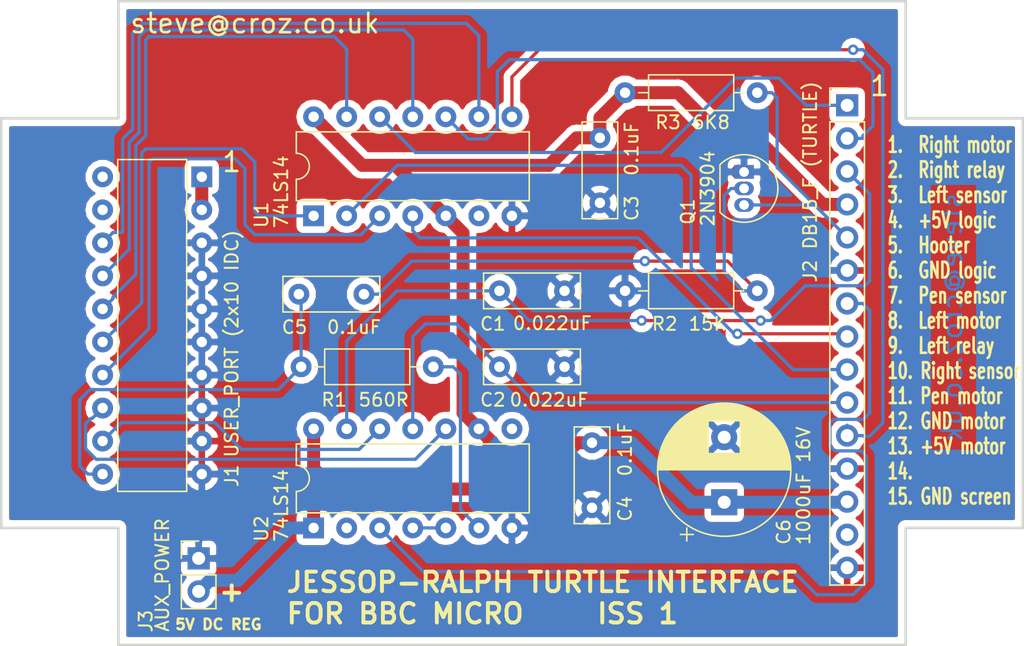
<source format=kicad_pcb>
(kicad_pcb (version 20171130) (host pcbnew "(5.0.1-3-g963ef8bb5)")

  (general
    (thickness 1.6)
    (drawings 20)
    (tracks 215)
    (zones 0)
    (modules 15)
    (nets 30)
  )

  (page USLetter)
  (title_block
    (title "JESSOP-RALPH TURTLE INTERFACE FOR BBC MICRO")
    (date "ISS 1")
    (comment 3 "for their help in recreating this.")
    (comment 4 "Special thanks to Rob (@RobC) and David (@backtoreality) from stardot.org.uk forums")
  )

  (layers
    (0 F.Cu signal)
    (31 B.Cu signal)
    (32 B.Adhes user)
    (33 F.Adhes user)
    (34 B.Paste user)
    (35 F.Paste user)
    (36 B.SilkS user)
    (37 F.SilkS user)
    (38 B.Mask user)
    (39 F.Mask user)
    (40 Dwgs.User user)
    (41 Cmts.User user)
    (42 Eco1.User user)
    (43 Eco2.User user)
    (44 Edge.Cuts user)
    (45 Margin user)
    (46 B.CrtYd user)
    (47 F.CrtYd user)
    (48 B.Fab user)
    (49 F.Fab user)
  )

  (setup
    (last_trace_width 0.25)
    (trace_clearance 0.2)
    (zone_clearance 0.508)
    (zone_45_only no)
    (trace_min 0.2)
    (segment_width 0.2)
    (edge_width 0.15)
    (via_size 0.8)
    (via_drill 0.4)
    (via_min_size 0.4)
    (via_min_drill 0.3)
    (uvia_size 0.3)
    (uvia_drill 0.1)
    (uvias_allowed no)
    (uvia_min_size 0.2)
    (uvia_min_drill 0.1)
    (pcb_text_width 0.3)
    (pcb_text_size 1.5 1.5)
    (mod_edge_width 0.15)
    (mod_text_size 1 1)
    (mod_text_width 0.15)
    (pad_size 1.524 1.524)
    (pad_drill 0.762)
    (pad_to_mask_clearance 0.051)
    (solder_mask_min_width 0.25)
    (aux_axis_origin 0 0)
    (visible_elements FFFFFF7F)
    (pcbplotparams
      (layerselection 0x010fc_ffffffff)
      (usegerberextensions false)
      (usegerberattributes false)
      (usegerberadvancedattributes false)
      (creategerberjobfile false)
      (excludeedgelayer true)
      (linewidth 0.100000)
      (plotframeref false)
      (viasonmask false)
      (mode 1)
      (useauxorigin false)
      (hpglpennumber 1)
      (hpglpenspeed 20)
      (hpglpendiameter 15.000000)
      (psnegative false)
      (psa4output false)
      (plotreference true)
      (plotvalue true)
      (plotinvisibletext false)
      (padsonsilk false)
      (subtractmaskfromsilk false)
      (outputformat 1)
      (mirror false)
      (drillshape 0)
      (scaleselection 1)
      (outputdirectory "Gerbers/"))
  )

  (net 0 "")
  (net 1 /DB3)
  (net 2 GNDD)
  (net 3 /DB10)
  (net 4 +5V)
  (net 5 "Net-(C5-Pad1)")
  (net 6 /PB7)
  (net 7 /CB1)
  (net 8 /CB2)
  (net 9 /PB0)
  (net 10 /PB1)
  (net 11 /PB2)
  (net 12 /PB3)
  (net 13 /PB4)
  (net 14 /PB5)
  (net 15 /PB6)
  (net 16 /5V_UP)
  (net 17 /DB1)
  (net 18 /DB5)
  (net 19 /DB7)
  (net 20 /DB9)
  (net 21 /DB11)
  (net 22 /DB2)
  (net 23 /DB8)
  (net 24 "Net-(J2-Pad14)")
  (net 25 "Net-(R1-Pad1)")
  (net 26 "Net-(U1-Pad6)")
  (net 27 "Net-(U2-Pad4)")
  (net 28 "Net-(U2-Pad2)")
  (net 29 "Net-(U2-Pad8)")

  (net_class Default "This is the default net class."
    (clearance 0.2)
    (trace_width 0.25)
    (via_dia 0.8)
    (via_drill 0.4)
    (uvia_dia 0.3)
    (uvia_drill 0.1)
    (add_net /CB1)
    (add_net /CB2)
    (add_net /DB1)
    (add_net /DB10)
    (add_net /DB11)
    (add_net /DB2)
    (add_net /DB3)
    (add_net /DB5)
    (add_net /DB7)
    (add_net /DB8)
    (add_net /DB9)
    (add_net /PB0)
    (add_net /PB1)
    (add_net /PB2)
    (add_net /PB3)
    (add_net /PB4)
    (add_net /PB5)
    (add_net /PB6)
    (add_net /PB7)
    (add_net "Net-(C5-Pad1)")
    (add_net "Net-(J2-Pad14)")
    (add_net "Net-(R1-Pad1)")
    (add_net "Net-(U1-Pad6)")
    (add_net "Net-(U2-Pad2)")
    (add_net "Net-(U2-Pad4)")
    (add_net "Net-(U2-Pad8)")
  )

  (net_class power ""
    (clearance 0.2)
    (trace_width 1)
    (via_dia 0.8)
    (via_drill 0.4)
    (uvia_dia 0.3)
    (uvia_drill 0.1)
    (add_net +5V)
    (add_net /5V_UP)
    (add_net GNDD)
  )

  (module Resistor_THT:R_Axial_DIN0207_L6.3mm_D2.5mm_P10.16mm_Horizontal (layer F.Cu) (tedit 5F88F225) (tstamp 5F8CB415)
    (at 139.7 118.11 180)
    (descr "Resistor, Axial_DIN0207 series, Axial, Horizontal, pin pitch=10.16mm, 0.25W = 1/4W, length*diameter=6.3*2.5mm^2, http://cdn-reichelt.de/documents/datenblatt/B400/1_4W%23YAG.pdf")
    (tags "Resistor Axial_DIN0207 series Axial Horizontal pin pitch 10.16mm 0.25W = 1/4W length 6.3mm diameter 2.5mm")
    (path /5F61C179)
    (fp_text reference R1 (at 7.62 -2.54 180) (layer F.SilkS)
      (effects (font (size 1 1) (thickness 0.15)))
    )
    (fp_text value 560R (at 3.81 -2.54 180) (layer F.SilkS)
      (effects (font (size 1 1) (thickness 0.15)))
    )
    (fp_line (start 1.93 -1.25) (end 1.93 1.25) (layer F.Fab) (width 0.1))
    (fp_line (start 1.93 1.25) (end 8.23 1.25) (layer F.Fab) (width 0.1))
    (fp_line (start 8.23 1.25) (end 8.23 -1.25) (layer F.Fab) (width 0.1))
    (fp_line (start 8.23 -1.25) (end 1.93 -1.25) (layer F.Fab) (width 0.1))
    (fp_line (start 0 0) (end 1.93 0) (layer F.Fab) (width 0.1))
    (fp_line (start 10.16 0) (end 8.23 0) (layer F.Fab) (width 0.1))
    (fp_line (start 1.81 -1.37) (end 1.81 1.37) (layer F.SilkS) (width 0.12))
    (fp_line (start 1.81 1.37) (end 8.35 1.37) (layer F.SilkS) (width 0.12))
    (fp_line (start 8.35 1.37) (end 8.35 -1.37) (layer F.SilkS) (width 0.12))
    (fp_line (start 8.35 -1.37) (end 1.81 -1.37) (layer F.SilkS) (width 0.12))
    (fp_line (start 1.04 0) (end 1.81 0) (layer F.SilkS) (width 0.12))
    (fp_line (start 9.12 0) (end 8.35 0) (layer F.SilkS) (width 0.12))
    (fp_line (start -1.05 -1.5) (end -1.05 1.5) (layer F.CrtYd) (width 0.05))
    (fp_line (start -1.05 1.5) (end 11.21 1.5) (layer F.CrtYd) (width 0.05))
    (fp_line (start 11.21 1.5) (end 11.21 -1.5) (layer F.CrtYd) (width 0.05))
    (fp_line (start 11.21 -1.5) (end -1.05 -1.5) (layer F.CrtYd) (width 0.05))
    (fp_text user %R (at 5.08 0 180) (layer F.Fab)
      (effects (font (size 1 1) (thickness 0.15)))
    )
    (pad 1 thru_hole circle (at 0 0 180) (size 1.6 1.6) (drill 0.8) (layers *.Cu *.Mask)
      (net 25 "Net-(R1-Pad1)"))
    (pad 2 thru_hole oval (at 10.16 0 180) (size 1.6 1.6) (drill 0.8) (layers *.Cu *.Mask)
      (net 6 /PB7))
    (model ${KISYS3DMOD}/Resistor_THT.3dshapes/R_Axial_DIN0207_L6.3mm_D2.5mm_P10.16mm_Horizontal.wrl
      (at (xyz 0 0 0))
      (scale (xyz 1 1 1))
      (rotate (xyz 0 0 0))
    )
  )

  (module "J-R turtle interface:20W_IDC_TERM" (layer F.Cu) (tedit 5F88F047) (tstamp 5F8C9770)
    (at 114.286 103.5)
    (descr "20-lead though-hole mounted DIP package, row spacing 7.62 mm (300 mils)")
    (tags "THT DIP DIL PDIP 2.54mm 7.62mm 300mil")
    (path /5F5E6E37)
    (fp_text reference J1 (at 9.92 22.992 90) (layer F.SilkS)
      (effects (font (size 1 1) (thickness 0.15)))
    )
    (fp_text value "USER_PORT (2x10 IDC)" (at 9.92 12.832 90) (layer F.SilkS)
      (effects (font (size 1 1) (thickness 0.15)))
    )
    (fp_line (start 0.635 -1.27) (end 5.99 -1.27) (layer F.Fab) (width 0.1))
    (fp_line (start 6.985 -0.28) (end 6.985 24.13) (layer F.Fab) (width 0.1))
    (fp_line (start 6.985 24.13) (end 0.635 24.13) (layer F.Fab) (width 0.1))
    (fp_line (start 0.635 24.13) (end 0.635 -1.25) (layer F.Fab) (width 0.1))
    (fp_line (start 6.99 -0.26) (end 5.99 -1.26) (layer F.Fab) (width 0.1))
    (fp_line (start 1.16 -1.33) (end 1.16 24.19) (layer F.SilkS) (width 0.12))
    (fp_line (start 1.16 24.19) (end 6.46 24.19) (layer F.SilkS) (width 0.12))
    (fp_line (start 6.46 24.19) (end 6.46 -1.33) (layer F.SilkS) (width 0.12))
    (fp_line (start 6.46 -1.33) (end 1.17 -1.33) (layer F.SilkS) (width 0.12))
    (fp_line (start -1.1 -1.55) (end -1.1 24.4) (layer F.CrtYd) (width 0.05))
    (fp_line (start -1.1 24.4) (end 8.7 24.4) (layer F.CrtYd) (width 0.05))
    (fp_line (start 8.7 24.4) (end 8.7 -1.55) (layer F.CrtYd) (width 0.05))
    (fp_line (start 8.7 -1.55) (end -1.1 -1.55) (layer F.CrtYd) (width 0.05))
    (fp_text user %R (at 3.81 11.43) (layer F.Fab)
      (effects (font (size 1 1) (thickness 0.15)))
    )
    (pad 2 thru_hole circle (at 0 0) (size 1.6 1.6) (drill 0.8) (layers *.Cu *.Mask)
      (net 7 /CB1))
    (pad 19 thru_hole oval (at 7.62 22.86) (size 1.6 1.6) (drill 0.8) (layers *.Cu *.Mask)
      (net 2 GNDD))
    (pad 4 thru_hole oval (at 0 2.54) (size 1.6 1.6) (drill 0.8) (layers *.Cu *.Mask)
      (net 8 /CB2))
    (pad 17 thru_hole oval (at 7.62 20.32) (size 1.6 1.6) (drill 0.8) (layers *.Cu *.Mask)
      (net 2 GNDD))
    (pad 6 thru_hole oval (at 0 5.08) (size 1.6 1.6) (drill 0.8) (layers *.Cu *.Mask)
      (net 9 /PB0))
    (pad 15 thru_hole oval (at 7.62 17.78) (size 1.6 1.6) (drill 0.8) (layers *.Cu *.Mask)
      (net 2 GNDD))
    (pad 8 thru_hole oval (at 0 7.62) (size 1.6 1.6) (drill 0.8) (layers *.Cu *.Mask)
      (net 10 /PB1))
    (pad 13 thru_hole oval (at 7.62 15.24) (size 1.6 1.6) (drill 0.8) (layers *.Cu *.Mask)
      (net 2 GNDD))
    (pad 10 thru_hole oval (at 0 10.16) (size 1.6 1.6) (drill 0.8) (layers *.Cu *.Mask)
      (net 11 /PB2))
    (pad 11 thru_hole oval (at 7.62 12.7) (size 1.6 1.6) (drill 0.8) (layers *.Cu *.Mask)
      (net 2 GNDD))
    (pad 12 thru_hole oval (at 0 12.7) (size 1.6 1.6) (drill 0.8) (layers *.Cu *.Mask)
      (net 12 /PB3))
    (pad 9 thru_hole oval (at 7.62 10.16) (size 1.6 1.6) (drill 0.8) (layers *.Cu *.Mask)
      (net 2 GNDD))
    (pad 14 thru_hole oval (at 0 15.24) (size 1.6 1.6) (drill 0.8) (layers *.Cu *.Mask)
      (net 13 /PB4))
    (pad 7 thru_hole oval (at 7.62 7.62) (size 1.6 1.6) (drill 0.8) (layers *.Cu *.Mask)
      (net 2 GNDD))
    (pad 16 thru_hole oval (at 0 17.78) (size 1.6 1.6) (drill 0.8) (layers *.Cu *.Mask)
      (net 14 /PB5))
    (pad 5 thru_hole oval (at 7.62 5.08) (size 1.6 1.6) (drill 0.8) (layers *.Cu *.Mask)
      (net 2 GNDD))
    (pad 18 thru_hole oval (at 0 20.32) (size 1.6 1.6) (drill 0.8) (layers *.Cu *.Mask)
      (net 15 /PB6))
    (pad 3 thru_hole oval (at 7.62 2.54) (size 1.6 1.6) (drill 0.8) (layers *.Cu *.Mask)
      (net 16 /5V_UP))
    (pad 20 thru_hole oval (at 0 22.86) (size 1.6 1.6) (drill 0.8) (layers *.Cu *.Mask)
      (net 6 /PB7))
    (pad 1 thru_hole rect (at 7.62 0) (size 1.6 1.6) (drill 0.8) (layers *.Cu *.Mask)
      (net 16 /5V_UP))
    (model ${KISYS3DMOD}/Package_DIP.3dshapes/DIP-20_W7.62mm.wrl
      (at (xyz 0 0 0))
      (scale (xyz 1 1 1))
      (rotate (xyz 0 0 0))
    )
  )

  (module Connector_PinHeader_2.54mm:PinHeader_1x15_P2.54mm_Vertical (layer F.Cu) (tedit 5F88F061) (tstamp 5F8CB181)
    (at 171.5 98)
    (descr "Through hole straight pin header, 1x15, 2.54mm pitch, single row")
    (tags "Through hole pin header THT 1x15 2.54mm single row")
    (path /5F5E681C)
    (fp_text reference J2 (at -2.844 12.744 90) (layer F.SilkS)
      (effects (font (size 1 1) (thickness 0.15)))
    )
    (fp_text value "DB15_F (TURTLE)" (at -2.844 4.616 90) (layer F.SilkS)
      (effects (font (size 1 1) (thickness 0.15)))
    )
    (fp_line (start -0.635 -1.27) (end 1.27 -1.27) (layer F.Fab) (width 0.1))
    (fp_line (start 1.27 -1.27) (end 1.27 36.83) (layer F.Fab) (width 0.1))
    (fp_line (start 1.27 36.83) (end -1.27 36.83) (layer F.Fab) (width 0.1))
    (fp_line (start -1.27 36.83) (end -1.27 -0.635) (layer F.Fab) (width 0.1))
    (fp_line (start -1.27 -0.635) (end -0.635 -1.27) (layer F.Fab) (width 0.1))
    (fp_line (start -1.33 36.89) (end 1.33 36.89) (layer F.SilkS) (width 0.12))
    (fp_line (start -1.33 1.27) (end -1.33 36.89) (layer F.SilkS) (width 0.12))
    (fp_line (start 1.33 1.27) (end 1.33 36.89) (layer F.SilkS) (width 0.12))
    (fp_line (start -1.33 1.27) (end 1.33 1.27) (layer F.SilkS) (width 0.12))
    (fp_line (start -1.33 0) (end -1.33 -1.33) (layer F.SilkS) (width 0.12))
    (fp_line (start -1.33 -1.33) (end 0 -1.33) (layer F.SilkS) (width 0.12))
    (fp_line (start -1.8 -1.8) (end -1.8 37.35) (layer F.CrtYd) (width 0.05))
    (fp_line (start -1.8 37.35) (end 1.8 37.35) (layer F.CrtYd) (width 0.05))
    (fp_line (start 1.8 37.35) (end 1.8 -1.8) (layer F.CrtYd) (width 0.05))
    (fp_line (start 1.8 -1.8) (end -1.8 -1.8) (layer F.CrtYd) (width 0.05))
    (fp_text user %R (at 0 17.78 90) (layer F.Fab)
      (effects (font (size 1 1) (thickness 0.15)))
    )
    (pad 1 thru_hole rect (at 0 0) (size 1.7 1.7) (drill 1) (layers *.Cu *.Mask)
      (net 17 /DB1))
    (pad 2 thru_hole oval (at 0 2.54) (size 1.7 1.7) (drill 1) (layers *.Cu *.Mask)
      (net 22 /DB2))
    (pad 3 thru_hole oval (at 0 5.08) (size 1.7 1.7) (drill 1) (layers *.Cu *.Mask)
      (net 1 /DB3))
    (pad 4 thru_hole oval (at 0 7.62) (size 1.7 1.7) (drill 1) (layers *.Cu *.Mask)
      (net 4 +5V))
    (pad 5 thru_hole oval (at 0 10.16) (size 1.7 1.7) (drill 1) (layers *.Cu *.Mask)
      (net 18 /DB5))
    (pad 6 thru_hole oval (at 0 12.7) (size 1.7 1.7) (drill 1) (layers *.Cu *.Mask)
      (net 2 GNDD))
    (pad 7 thru_hole oval (at 0 15.24) (size 1.7 1.7) (drill 1) (layers *.Cu *.Mask)
      (net 19 /DB7))
    (pad 8 thru_hole oval (at 0 17.78) (size 1.7 1.7) (drill 1) (layers *.Cu *.Mask)
      (net 23 /DB8))
    (pad 9 thru_hole oval (at 0 20.32) (size 1.7 1.7) (drill 1) (layers *.Cu *.Mask)
      (net 20 /DB9))
    (pad 10 thru_hole oval (at 0 22.86) (size 1.7 1.7) (drill 1) (layers *.Cu *.Mask)
      (net 3 /DB10))
    (pad 11 thru_hole oval (at 0 25.4) (size 1.7 1.7) (drill 1) (layers *.Cu *.Mask)
      (net 21 /DB11))
    (pad 12 thru_hole oval (at 0 27.94) (size 1.7 1.7) (drill 1) (layers *.Cu *.Mask)
      (net 2 GNDD))
    (pad 13 thru_hole oval (at 0 30.48) (size 1.7 1.7) (drill 1) (layers *.Cu *.Mask)
      (net 4 +5V))
    (pad 14 thru_hole oval (at 0 33.02) (size 1.7 1.7) (drill 1) (layers *.Cu *.Mask)
      (net 24 "Net-(J2-Pad14)"))
    (pad 15 thru_hole oval (at 0 35.56) (size 1.7 1.7) (drill 1) (layers *.Cu *.Mask)
      (net 2 GNDD))
    (model ${KISYS3DMOD}/Connector_PinHeader_2.54mm.3dshapes/PinHeader_1x15_P2.54mm_Vertical.wrl
      (at (xyz 0 0 0))
      (scale (xyz 1 1 1))
      (rotate (xyz 0 0 0))
    )
  )

  (module Capacitor_THT:C_Rect_L7.2mm_W2.5mm_P5.00mm_FKS2_FKP2_MKS2_MKP2 (layer F.Cu) (tedit 5F88F22E) (tstamp 5F8CAE83)
    (at 144.78 112.268)
    (descr "C, Rect series, Radial, pin pitch=5.00mm, , length*width=7.2*2.5mm^2, Capacitor, http://www.wima.com/EN/WIMA_FKS_2.pdf")
    (tags "C Rect series Radial pin pitch 5.00mm  length 7.2mm width 2.5mm Capacitor")
    (path /5F60D5B5)
    (fp_text reference C1 (at -0.508 2.54) (layer F.SilkS)
      (effects (font (size 1 1) (thickness 0.15)))
    )
    (fp_text value 0.022uF (at 4.064 2.5) (layer F.SilkS)
      (effects (font (size 1 1) (thickness 0.15)))
    )
    (fp_line (start -1.1 -1.25) (end -1.1 1.25) (layer F.Fab) (width 0.1))
    (fp_line (start -1.1 1.25) (end 6.1 1.25) (layer F.Fab) (width 0.1))
    (fp_line (start 6.1 1.25) (end 6.1 -1.25) (layer F.Fab) (width 0.1))
    (fp_line (start 6.1 -1.25) (end -1.1 -1.25) (layer F.Fab) (width 0.1))
    (fp_line (start -1.22 -1.37) (end 6.22 -1.37) (layer F.SilkS) (width 0.12))
    (fp_line (start -1.22 1.37) (end 6.22 1.37) (layer F.SilkS) (width 0.12))
    (fp_line (start -1.22 -1.37) (end -1.22 1.37) (layer F.SilkS) (width 0.12))
    (fp_line (start 6.22 -1.37) (end 6.22 1.37) (layer F.SilkS) (width 0.12))
    (fp_line (start -1.35 -1.5) (end -1.35 1.5) (layer F.CrtYd) (width 0.05))
    (fp_line (start -1.35 1.5) (end 6.35 1.5) (layer F.CrtYd) (width 0.05))
    (fp_line (start 6.35 1.5) (end 6.35 -1.5) (layer F.CrtYd) (width 0.05))
    (fp_line (start 6.35 -1.5) (end -1.35 -1.5) (layer F.CrtYd) (width 0.05))
    (fp_text user %R (at 2.5 0) (layer F.Fab)
      (effects (font (size 1 1) (thickness 0.15)))
    )
    (pad 1 thru_hole circle (at 0 0) (size 1.6 1.6) (drill 0.8) (layers *.Cu *.Mask)
      (net 1 /DB3))
    (pad 2 thru_hole circle (at 5 0) (size 1.6 1.6) (drill 0.8) (layers *.Cu *.Mask)
      (net 2 GNDD))
    (model ${KISYS3DMOD}/Capacitor_THT.3dshapes/C_Rect_L7.2mm_W2.5mm_P5.00mm_FKS2_FKP2_MKS2_MKP2.wrl
      (at (xyz 0 0 0))
      (scale (xyz 1 1 1))
      (rotate (xyz 0 0 0))
    )
  )

  (module Capacitor_THT:C_Rect_L7.2mm_W2.5mm_P5.00mm_FKS2_FKP2_MKS2_MKP2 (layer F.Cu) (tedit 5F88F229) (tstamp 5F8CB0F3)
    (at 144.78 118.11)
    (descr "C, Rect series, Radial, pin pitch=5.00mm, , length*width=7.2*2.5mm^2, Capacitor, http://www.wima.com/EN/WIMA_FKS_2.pdf")
    (tags "C Rect series Radial pin pitch 5.00mm  length 7.2mm width 2.5mm Capacitor")
    (path /5F60D99D)
    (fp_text reference C2 (at -0.508 2.54) (layer F.SilkS)
      (effects (font (size 1 1) (thickness 0.15)))
    )
    (fp_text value 0.022uF (at 3.81 2.54) (layer F.SilkS)
      (effects (font (size 1 1) (thickness 0.15)))
    )
    (fp_text user %R (at 2.5 0) (layer F.Fab)
      (effects (font (size 1 1) (thickness 0.15)))
    )
    (fp_line (start 6.35 -1.5) (end -1.35 -1.5) (layer F.CrtYd) (width 0.05))
    (fp_line (start 6.35 1.5) (end 6.35 -1.5) (layer F.CrtYd) (width 0.05))
    (fp_line (start -1.35 1.5) (end 6.35 1.5) (layer F.CrtYd) (width 0.05))
    (fp_line (start -1.35 -1.5) (end -1.35 1.5) (layer F.CrtYd) (width 0.05))
    (fp_line (start 6.22 -1.37) (end 6.22 1.37) (layer F.SilkS) (width 0.12))
    (fp_line (start -1.22 -1.37) (end -1.22 1.37) (layer F.SilkS) (width 0.12))
    (fp_line (start -1.22 1.37) (end 6.22 1.37) (layer F.SilkS) (width 0.12))
    (fp_line (start -1.22 -1.37) (end 6.22 -1.37) (layer F.SilkS) (width 0.12))
    (fp_line (start 6.1 -1.25) (end -1.1 -1.25) (layer F.Fab) (width 0.1))
    (fp_line (start 6.1 1.25) (end 6.1 -1.25) (layer F.Fab) (width 0.1))
    (fp_line (start -1.1 1.25) (end 6.1 1.25) (layer F.Fab) (width 0.1))
    (fp_line (start -1.1 -1.25) (end -1.1 1.25) (layer F.Fab) (width 0.1))
    (pad 2 thru_hole circle (at 5 0) (size 1.6 1.6) (drill 0.8) (layers *.Cu *.Mask)
      (net 2 GNDD))
    (pad 1 thru_hole circle (at 0 0) (size 1.6 1.6) (drill 0.8) (layers *.Cu *.Mask)
      (net 3 /DB10))
    (model ${KISYS3DMOD}/Capacitor_THT.3dshapes/C_Rect_L7.2mm_W2.5mm_P5.00mm_FKS2_FKP2_MKS2_MKP2.wrl
      (at (xyz 0 0 0))
      (scale (xyz 1 1 1))
      (rotate (xyz 0 0 0))
    )
  )

  (module Capacitor_THT:C_Rect_L7.2mm_W2.5mm_P5.00mm_FKS2_FKP2_MKS2_MKP2 (layer F.Cu) (tedit 5F88F233) (tstamp 5F8CB353)
    (at 152.5 100.5 270)
    (descr "C, Rect series, Radial, pin pitch=5.00mm, , length*width=7.2*2.5mm^2, Capacitor, http://www.wima.com/EN/WIMA_FKS_2.pdf")
    (tags "C Rect series Radial pin pitch 5.00mm  length 7.2mm width 2.5mm Capacitor")
    (path /5F615A47)
    (fp_text reference C3 (at 5.418 -2.44 270) (layer F.SilkS)
      (effects (font (size 1 1) (thickness 0.15)))
    )
    (fp_text value 0.1uF (at 0.846 -2.44 270) (layer F.SilkS)
      (effects (font (size 1 1) (thickness 0.15)))
    )
    (fp_text user %R (at 2.5 0 270) (layer F.Fab)
      (effects (font (size 1 1) (thickness 0.15)))
    )
    (fp_line (start 6.35 -1.5) (end -1.35 -1.5) (layer F.CrtYd) (width 0.05))
    (fp_line (start 6.35 1.5) (end 6.35 -1.5) (layer F.CrtYd) (width 0.05))
    (fp_line (start -1.35 1.5) (end 6.35 1.5) (layer F.CrtYd) (width 0.05))
    (fp_line (start -1.35 -1.5) (end -1.35 1.5) (layer F.CrtYd) (width 0.05))
    (fp_line (start 6.22 -1.37) (end 6.22 1.37) (layer F.SilkS) (width 0.12))
    (fp_line (start -1.22 -1.37) (end -1.22 1.37) (layer F.SilkS) (width 0.12))
    (fp_line (start -1.22 1.37) (end 6.22 1.37) (layer F.SilkS) (width 0.12))
    (fp_line (start -1.22 -1.37) (end 6.22 -1.37) (layer F.SilkS) (width 0.12))
    (fp_line (start 6.1 -1.25) (end -1.1 -1.25) (layer F.Fab) (width 0.1))
    (fp_line (start 6.1 1.25) (end 6.1 -1.25) (layer F.Fab) (width 0.1))
    (fp_line (start -1.1 1.25) (end 6.1 1.25) (layer F.Fab) (width 0.1))
    (fp_line (start -1.1 -1.25) (end -1.1 1.25) (layer F.Fab) (width 0.1))
    (pad 2 thru_hole circle (at 5 0 270) (size 1.6 1.6) (drill 0.8) (layers *.Cu *.Mask)
      (net 2 GNDD))
    (pad 1 thru_hole circle (at 0 0 270) (size 1.6 1.6) (drill 0.8) (layers *.Cu *.Mask)
      (net 4 +5V))
    (model ${KISYS3DMOD}/Capacitor_THT.3dshapes/C_Rect_L7.2mm_W2.5mm_P5.00mm_FKS2_FKP2_MKS2_MKP2.wrl
      (at (xyz 0 0 0))
      (scale (xyz 1 1 1))
      (rotate (xyz 0 0 0))
    )
  )

  (module Capacitor_THT:C_Rect_L7.2mm_W2.5mm_P5.00mm_FKS2_FKP2_MKS2_MKP2 (layer F.Cu) (tedit 5F88F139) (tstamp 5F8C966B)
    (at 151.892 123.952 270)
    (descr "C, Rect series, Radial, pin pitch=5.00mm, , length*width=7.2*2.5mm^2, Capacitor, http://www.wima.com/EN/WIMA_FKS_2.pdf")
    (tags "C Rect series Radial pin pitch 5.00mm  length 7.2mm width 2.5mm Capacitor")
    (path /5F615D20)
    (fp_text reference C4 (at 5.08 -2.54 270) (layer F.SilkS)
      (effects (font (size 1 1) (thickness 0.15)))
    )
    (fp_text value 0.1uF (at 0.508 -2.54 270) (layer F.SilkS)
      (effects (font (size 1 1) (thickness 0.15)))
    )
    (fp_line (start -1.1 -1.25) (end -1.1 1.25) (layer F.Fab) (width 0.1))
    (fp_line (start -1.1 1.25) (end 6.1 1.25) (layer F.Fab) (width 0.1))
    (fp_line (start 6.1 1.25) (end 6.1 -1.25) (layer F.Fab) (width 0.1))
    (fp_line (start 6.1 -1.25) (end -1.1 -1.25) (layer F.Fab) (width 0.1))
    (fp_line (start -1.22 -1.37) (end 6.22 -1.37) (layer F.SilkS) (width 0.12))
    (fp_line (start -1.22 1.37) (end 6.22 1.37) (layer F.SilkS) (width 0.12))
    (fp_line (start -1.22 -1.37) (end -1.22 1.37) (layer F.SilkS) (width 0.12))
    (fp_line (start 6.22 -1.37) (end 6.22 1.37) (layer F.SilkS) (width 0.12))
    (fp_line (start -1.35 -1.5) (end -1.35 1.5) (layer F.CrtYd) (width 0.05))
    (fp_line (start -1.35 1.5) (end 6.35 1.5) (layer F.CrtYd) (width 0.05))
    (fp_line (start 6.35 1.5) (end 6.35 -1.5) (layer F.CrtYd) (width 0.05))
    (fp_line (start 6.35 -1.5) (end -1.35 -1.5) (layer F.CrtYd) (width 0.05))
    (fp_text user %R (at 2.5 0 270) (layer F.Fab)
      (effects (font (size 1 1) (thickness 0.15)))
    )
    (pad 1 thru_hole circle (at 0 0 270) (size 1.6 1.6) (drill 0.8) (layers *.Cu *.Mask)
      (net 4 +5V))
    (pad 2 thru_hole circle (at 5 0 270) (size 1.6 1.6) (drill 0.8) (layers *.Cu *.Mask)
      (net 2 GNDD))
    (model ${KISYS3DMOD}/Capacitor_THT.3dshapes/C_Rect_L7.2mm_W2.5mm_P5.00mm_FKS2_FKP2_MKS2_MKP2.wrl
      (at (xyz 0 0 0))
      (scale (xyz 1 1 1))
      (rotate (xyz 0 0 0))
    )
  )

  (module Capacitor_THT:C_Rect_L7.2mm_W2.5mm_P5.00mm_FKS2_FKP2_MKS2_MKP2 (layer F.Cu) (tedit 5F88F221) (tstamp 5F8CB29D)
    (at 134.366 112.522 180)
    (descr "C, Rect series, Radial, pin pitch=5.00mm, , length*width=7.2*2.5mm^2, Capacitor, http://www.wima.com/EN/WIMA_FKS_2.pdf")
    (tags "C Rect series Radial pin pitch 5.00mm  length 7.2mm width 2.5mm Capacitor")
    (path /5F6156EE)
    (fp_text reference C5 (at 5.334 -2.54 180) (layer F.SilkS)
      (effects (font (size 1 1) (thickness 0.15)))
    )
    (fp_text value 0.1uF (at 0.762 -2.54 180) (layer F.SilkS)
      (effects (font (size 1 1) (thickness 0.15)))
    )
    (fp_line (start -1.1 -1.25) (end -1.1 1.25) (layer F.Fab) (width 0.1))
    (fp_line (start -1.1 1.25) (end 6.1 1.25) (layer F.Fab) (width 0.1))
    (fp_line (start 6.1 1.25) (end 6.1 -1.25) (layer F.Fab) (width 0.1))
    (fp_line (start 6.1 -1.25) (end -1.1 -1.25) (layer F.Fab) (width 0.1))
    (fp_line (start -1.22 -1.37) (end 6.22 -1.37) (layer F.SilkS) (width 0.12))
    (fp_line (start -1.22 1.37) (end 6.22 1.37) (layer F.SilkS) (width 0.12))
    (fp_line (start -1.22 -1.37) (end -1.22 1.37) (layer F.SilkS) (width 0.12))
    (fp_line (start 6.22 -1.37) (end 6.22 1.37) (layer F.SilkS) (width 0.12))
    (fp_line (start -1.35 -1.5) (end -1.35 1.5) (layer F.CrtYd) (width 0.05))
    (fp_line (start -1.35 1.5) (end 6.35 1.5) (layer F.CrtYd) (width 0.05))
    (fp_line (start 6.35 1.5) (end 6.35 -1.5) (layer F.CrtYd) (width 0.05))
    (fp_line (start 6.35 -1.5) (end -1.35 -1.5) (layer F.CrtYd) (width 0.05))
    (fp_text user %R (at 2.5 0 180) (layer F.Fab)
      (effects (font (size 1 1) (thickness 0.15)))
    )
    (pad 1 thru_hole circle (at 0 0 180) (size 1.6 1.6) (drill 0.8) (layers *.Cu *.Mask)
      (net 5 "Net-(C5-Pad1)"))
    (pad 2 thru_hole circle (at 5 0 180) (size 1.6 1.6) (drill 0.8) (layers *.Cu *.Mask)
      (net 6 /PB7))
    (model ${KISYS3DMOD}/Capacitor_THT.3dshapes/C_Rect_L7.2mm_W2.5mm_P5.00mm_FKS2_FKP2_MKS2_MKP2.wrl
      (at (xyz 0 0 0))
      (scale (xyz 1 1 1))
      (rotate (xyz 0 0 0))
    )
  )

  (module Capacitor_THT:CP_Radial_D10.0mm_P5.00mm (layer F.Cu) (tedit 5F88F11F) (tstamp 5F8650FA)
    (at 162.052 128.524 90)
    (descr "CP, Radial series, Radial, pin pitch=5.00mm, , diameter=10mm, Electrolytic Capacitor")
    (tags "CP Radial series Radial pin pitch 5.00mm  diameter 10mm Electrolytic Capacitor")
    (path /5F6161FD)
    (fp_text reference C6 (at -2.286 4.572 90) (layer F.SilkS)
      (effects (font (size 1 1) (thickness 0.15)))
    )
    (fp_text value "1000uF 16V" (at 1.27 6.096 90) (layer F.SilkS)
      (effects (font (size 1 1) (thickness 0.15)))
    )
    (fp_circle (center 2.5 0) (end 7.5 0) (layer F.Fab) (width 0.1))
    (fp_circle (center 2.5 0) (end 7.62 0) (layer F.SilkS) (width 0.12))
    (fp_circle (center 2.5 0) (end 7.75 0) (layer F.CrtYd) (width 0.05))
    (fp_line (start -1.788861 -2.1875) (end -0.788861 -2.1875) (layer F.Fab) (width 0.1))
    (fp_line (start -1.288861 -2.6875) (end -1.288861 -1.6875) (layer F.Fab) (width 0.1))
    (fp_line (start 2.5 -5.08) (end 2.5 5.08) (layer F.SilkS) (width 0.12))
    (fp_line (start 2.54 -5.08) (end 2.54 5.08) (layer F.SilkS) (width 0.12))
    (fp_line (start 2.58 -5.08) (end 2.58 5.08) (layer F.SilkS) (width 0.12))
    (fp_line (start 2.62 -5.079) (end 2.62 5.079) (layer F.SilkS) (width 0.12))
    (fp_line (start 2.66 -5.078) (end 2.66 5.078) (layer F.SilkS) (width 0.12))
    (fp_line (start 2.7 -5.077) (end 2.7 5.077) (layer F.SilkS) (width 0.12))
    (fp_line (start 2.74 -5.075) (end 2.74 5.075) (layer F.SilkS) (width 0.12))
    (fp_line (start 2.78 -5.073) (end 2.78 5.073) (layer F.SilkS) (width 0.12))
    (fp_line (start 2.82 -5.07) (end 2.82 5.07) (layer F.SilkS) (width 0.12))
    (fp_line (start 2.86 -5.068) (end 2.86 5.068) (layer F.SilkS) (width 0.12))
    (fp_line (start 2.9 -5.065) (end 2.9 5.065) (layer F.SilkS) (width 0.12))
    (fp_line (start 2.94 -5.062) (end 2.94 5.062) (layer F.SilkS) (width 0.12))
    (fp_line (start 2.98 -5.058) (end 2.98 5.058) (layer F.SilkS) (width 0.12))
    (fp_line (start 3.02 -5.054) (end 3.02 5.054) (layer F.SilkS) (width 0.12))
    (fp_line (start 3.06 -5.05) (end 3.06 5.05) (layer F.SilkS) (width 0.12))
    (fp_line (start 3.1 -5.045) (end 3.1 5.045) (layer F.SilkS) (width 0.12))
    (fp_line (start 3.14 -5.04) (end 3.14 5.04) (layer F.SilkS) (width 0.12))
    (fp_line (start 3.18 -5.035) (end 3.18 5.035) (layer F.SilkS) (width 0.12))
    (fp_line (start 3.221 -5.03) (end 3.221 5.03) (layer F.SilkS) (width 0.12))
    (fp_line (start 3.261 -5.024) (end 3.261 5.024) (layer F.SilkS) (width 0.12))
    (fp_line (start 3.301 -5.018) (end 3.301 5.018) (layer F.SilkS) (width 0.12))
    (fp_line (start 3.341 -5.011) (end 3.341 5.011) (layer F.SilkS) (width 0.12))
    (fp_line (start 3.381 -5.004) (end 3.381 5.004) (layer F.SilkS) (width 0.12))
    (fp_line (start 3.421 -4.997) (end 3.421 4.997) (layer F.SilkS) (width 0.12))
    (fp_line (start 3.461 -4.99) (end 3.461 4.99) (layer F.SilkS) (width 0.12))
    (fp_line (start 3.501 -4.982) (end 3.501 4.982) (layer F.SilkS) (width 0.12))
    (fp_line (start 3.541 -4.974) (end 3.541 4.974) (layer F.SilkS) (width 0.12))
    (fp_line (start 3.581 -4.965) (end 3.581 4.965) (layer F.SilkS) (width 0.12))
    (fp_line (start 3.621 -4.956) (end 3.621 4.956) (layer F.SilkS) (width 0.12))
    (fp_line (start 3.661 -4.947) (end 3.661 4.947) (layer F.SilkS) (width 0.12))
    (fp_line (start 3.701 -4.938) (end 3.701 4.938) (layer F.SilkS) (width 0.12))
    (fp_line (start 3.741 -4.928) (end 3.741 4.928) (layer F.SilkS) (width 0.12))
    (fp_line (start 3.781 -4.918) (end 3.781 -1.241) (layer F.SilkS) (width 0.12))
    (fp_line (start 3.781 1.241) (end 3.781 4.918) (layer F.SilkS) (width 0.12))
    (fp_line (start 3.821 -4.907) (end 3.821 -1.241) (layer F.SilkS) (width 0.12))
    (fp_line (start 3.821 1.241) (end 3.821 4.907) (layer F.SilkS) (width 0.12))
    (fp_line (start 3.861 -4.897) (end 3.861 -1.241) (layer F.SilkS) (width 0.12))
    (fp_line (start 3.861 1.241) (end 3.861 4.897) (layer F.SilkS) (width 0.12))
    (fp_line (start 3.901 -4.885) (end 3.901 -1.241) (layer F.SilkS) (width 0.12))
    (fp_line (start 3.901 1.241) (end 3.901 4.885) (layer F.SilkS) (width 0.12))
    (fp_line (start 3.941 -4.874) (end 3.941 -1.241) (layer F.SilkS) (width 0.12))
    (fp_line (start 3.941 1.241) (end 3.941 4.874) (layer F.SilkS) (width 0.12))
    (fp_line (start 3.981 -4.862) (end 3.981 -1.241) (layer F.SilkS) (width 0.12))
    (fp_line (start 3.981 1.241) (end 3.981 4.862) (layer F.SilkS) (width 0.12))
    (fp_line (start 4.021 -4.85) (end 4.021 -1.241) (layer F.SilkS) (width 0.12))
    (fp_line (start 4.021 1.241) (end 4.021 4.85) (layer F.SilkS) (width 0.12))
    (fp_line (start 4.061 -4.837) (end 4.061 -1.241) (layer F.SilkS) (width 0.12))
    (fp_line (start 4.061 1.241) (end 4.061 4.837) (layer F.SilkS) (width 0.12))
    (fp_line (start 4.101 -4.824) (end 4.101 -1.241) (layer F.SilkS) (width 0.12))
    (fp_line (start 4.101 1.241) (end 4.101 4.824) (layer F.SilkS) (width 0.12))
    (fp_line (start 4.141 -4.811) (end 4.141 -1.241) (layer F.SilkS) (width 0.12))
    (fp_line (start 4.141 1.241) (end 4.141 4.811) (layer F.SilkS) (width 0.12))
    (fp_line (start 4.181 -4.797) (end 4.181 -1.241) (layer F.SilkS) (width 0.12))
    (fp_line (start 4.181 1.241) (end 4.181 4.797) (layer F.SilkS) (width 0.12))
    (fp_line (start 4.221 -4.783) (end 4.221 -1.241) (layer F.SilkS) (width 0.12))
    (fp_line (start 4.221 1.241) (end 4.221 4.783) (layer F.SilkS) (width 0.12))
    (fp_line (start 4.261 -4.768) (end 4.261 -1.241) (layer F.SilkS) (width 0.12))
    (fp_line (start 4.261 1.241) (end 4.261 4.768) (layer F.SilkS) (width 0.12))
    (fp_line (start 4.301 -4.754) (end 4.301 -1.241) (layer F.SilkS) (width 0.12))
    (fp_line (start 4.301 1.241) (end 4.301 4.754) (layer F.SilkS) (width 0.12))
    (fp_line (start 4.341 -4.738) (end 4.341 -1.241) (layer F.SilkS) (width 0.12))
    (fp_line (start 4.341 1.241) (end 4.341 4.738) (layer F.SilkS) (width 0.12))
    (fp_line (start 4.381 -4.723) (end 4.381 -1.241) (layer F.SilkS) (width 0.12))
    (fp_line (start 4.381 1.241) (end 4.381 4.723) (layer F.SilkS) (width 0.12))
    (fp_line (start 4.421 -4.707) (end 4.421 -1.241) (layer F.SilkS) (width 0.12))
    (fp_line (start 4.421 1.241) (end 4.421 4.707) (layer F.SilkS) (width 0.12))
    (fp_line (start 4.461 -4.69) (end 4.461 -1.241) (layer F.SilkS) (width 0.12))
    (fp_line (start 4.461 1.241) (end 4.461 4.69) (layer F.SilkS) (width 0.12))
    (fp_line (start 4.501 -4.674) (end 4.501 -1.241) (layer F.SilkS) (width 0.12))
    (fp_line (start 4.501 1.241) (end 4.501 4.674) (layer F.SilkS) (width 0.12))
    (fp_line (start 4.541 -4.657) (end 4.541 -1.241) (layer F.SilkS) (width 0.12))
    (fp_line (start 4.541 1.241) (end 4.541 4.657) (layer F.SilkS) (width 0.12))
    (fp_line (start 4.581 -4.639) (end 4.581 -1.241) (layer F.SilkS) (width 0.12))
    (fp_line (start 4.581 1.241) (end 4.581 4.639) (layer F.SilkS) (width 0.12))
    (fp_line (start 4.621 -4.621) (end 4.621 -1.241) (layer F.SilkS) (width 0.12))
    (fp_line (start 4.621 1.241) (end 4.621 4.621) (layer F.SilkS) (width 0.12))
    (fp_line (start 4.661 -4.603) (end 4.661 -1.241) (layer F.SilkS) (width 0.12))
    (fp_line (start 4.661 1.241) (end 4.661 4.603) (layer F.SilkS) (width 0.12))
    (fp_line (start 4.701 -4.584) (end 4.701 -1.241) (layer F.SilkS) (width 0.12))
    (fp_line (start 4.701 1.241) (end 4.701 4.584) (layer F.SilkS) (width 0.12))
    (fp_line (start 4.741 -4.564) (end 4.741 -1.241) (layer F.SilkS) (width 0.12))
    (fp_line (start 4.741 1.241) (end 4.741 4.564) (layer F.SilkS) (width 0.12))
    (fp_line (start 4.781 -4.545) (end 4.781 -1.241) (layer F.SilkS) (width 0.12))
    (fp_line (start 4.781 1.241) (end 4.781 4.545) (layer F.SilkS) (width 0.12))
    (fp_line (start 4.821 -4.525) (end 4.821 -1.241) (layer F.SilkS) (width 0.12))
    (fp_line (start 4.821 1.241) (end 4.821 4.525) (layer F.SilkS) (width 0.12))
    (fp_line (start 4.861 -4.504) (end 4.861 -1.241) (layer F.SilkS) (width 0.12))
    (fp_line (start 4.861 1.241) (end 4.861 4.504) (layer F.SilkS) (width 0.12))
    (fp_line (start 4.901 -4.483) (end 4.901 -1.241) (layer F.SilkS) (width 0.12))
    (fp_line (start 4.901 1.241) (end 4.901 4.483) (layer F.SilkS) (width 0.12))
    (fp_line (start 4.941 -4.462) (end 4.941 -1.241) (layer F.SilkS) (width 0.12))
    (fp_line (start 4.941 1.241) (end 4.941 4.462) (layer F.SilkS) (width 0.12))
    (fp_line (start 4.981 -4.44) (end 4.981 -1.241) (layer F.SilkS) (width 0.12))
    (fp_line (start 4.981 1.241) (end 4.981 4.44) (layer F.SilkS) (width 0.12))
    (fp_line (start 5.021 -4.417) (end 5.021 -1.241) (layer F.SilkS) (width 0.12))
    (fp_line (start 5.021 1.241) (end 5.021 4.417) (layer F.SilkS) (width 0.12))
    (fp_line (start 5.061 -4.395) (end 5.061 -1.241) (layer F.SilkS) (width 0.12))
    (fp_line (start 5.061 1.241) (end 5.061 4.395) (layer F.SilkS) (width 0.12))
    (fp_line (start 5.101 -4.371) (end 5.101 -1.241) (layer F.SilkS) (width 0.12))
    (fp_line (start 5.101 1.241) (end 5.101 4.371) (layer F.SilkS) (width 0.12))
    (fp_line (start 5.141 -4.347) (end 5.141 -1.241) (layer F.SilkS) (width 0.12))
    (fp_line (start 5.141 1.241) (end 5.141 4.347) (layer F.SilkS) (width 0.12))
    (fp_line (start 5.181 -4.323) (end 5.181 -1.241) (layer F.SilkS) (width 0.12))
    (fp_line (start 5.181 1.241) (end 5.181 4.323) (layer F.SilkS) (width 0.12))
    (fp_line (start 5.221 -4.298) (end 5.221 -1.241) (layer F.SilkS) (width 0.12))
    (fp_line (start 5.221 1.241) (end 5.221 4.298) (layer F.SilkS) (width 0.12))
    (fp_line (start 5.261 -4.273) (end 5.261 -1.241) (layer F.SilkS) (width 0.12))
    (fp_line (start 5.261 1.241) (end 5.261 4.273) (layer F.SilkS) (width 0.12))
    (fp_line (start 5.301 -4.247) (end 5.301 -1.241) (layer F.SilkS) (width 0.12))
    (fp_line (start 5.301 1.241) (end 5.301 4.247) (layer F.SilkS) (width 0.12))
    (fp_line (start 5.341 -4.221) (end 5.341 -1.241) (layer F.SilkS) (width 0.12))
    (fp_line (start 5.341 1.241) (end 5.341 4.221) (layer F.SilkS) (width 0.12))
    (fp_line (start 5.381 -4.194) (end 5.381 -1.241) (layer F.SilkS) (width 0.12))
    (fp_line (start 5.381 1.241) (end 5.381 4.194) (layer F.SilkS) (width 0.12))
    (fp_line (start 5.421 -4.166) (end 5.421 -1.241) (layer F.SilkS) (width 0.12))
    (fp_line (start 5.421 1.241) (end 5.421 4.166) (layer F.SilkS) (width 0.12))
    (fp_line (start 5.461 -4.138) (end 5.461 -1.241) (layer F.SilkS) (width 0.12))
    (fp_line (start 5.461 1.241) (end 5.461 4.138) (layer F.SilkS) (width 0.12))
    (fp_line (start 5.501 -4.11) (end 5.501 -1.241) (layer F.SilkS) (width 0.12))
    (fp_line (start 5.501 1.241) (end 5.501 4.11) (layer F.SilkS) (width 0.12))
    (fp_line (start 5.541 -4.08) (end 5.541 -1.241) (layer F.SilkS) (width 0.12))
    (fp_line (start 5.541 1.241) (end 5.541 4.08) (layer F.SilkS) (width 0.12))
    (fp_line (start 5.581 -4.05) (end 5.581 -1.241) (layer F.SilkS) (width 0.12))
    (fp_line (start 5.581 1.241) (end 5.581 4.05) (layer F.SilkS) (width 0.12))
    (fp_line (start 5.621 -4.02) (end 5.621 -1.241) (layer F.SilkS) (width 0.12))
    (fp_line (start 5.621 1.241) (end 5.621 4.02) (layer F.SilkS) (width 0.12))
    (fp_line (start 5.661 -3.989) (end 5.661 -1.241) (layer F.SilkS) (width 0.12))
    (fp_line (start 5.661 1.241) (end 5.661 3.989) (layer F.SilkS) (width 0.12))
    (fp_line (start 5.701 -3.957) (end 5.701 -1.241) (layer F.SilkS) (width 0.12))
    (fp_line (start 5.701 1.241) (end 5.701 3.957) (layer F.SilkS) (width 0.12))
    (fp_line (start 5.741 -3.925) (end 5.741 -1.241) (layer F.SilkS) (width 0.12))
    (fp_line (start 5.741 1.241) (end 5.741 3.925) (layer F.SilkS) (width 0.12))
    (fp_line (start 5.781 -3.892) (end 5.781 -1.241) (layer F.SilkS) (width 0.12))
    (fp_line (start 5.781 1.241) (end 5.781 3.892) (layer F.SilkS) (width 0.12))
    (fp_line (start 5.821 -3.858) (end 5.821 -1.241) (layer F.SilkS) (width 0.12))
    (fp_line (start 5.821 1.241) (end 5.821 3.858) (layer F.SilkS) (width 0.12))
    (fp_line (start 5.861 -3.824) (end 5.861 -1.241) (layer F.SilkS) (width 0.12))
    (fp_line (start 5.861 1.241) (end 5.861 3.824) (layer F.SilkS) (width 0.12))
    (fp_line (start 5.901 -3.789) (end 5.901 -1.241) (layer F.SilkS) (width 0.12))
    (fp_line (start 5.901 1.241) (end 5.901 3.789) (layer F.SilkS) (width 0.12))
    (fp_line (start 5.941 -3.753) (end 5.941 -1.241) (layer F.SilkS) (width 0.12))
    (fp_line (start 5.941 1.241) (end 5.941 3.753) (layer F.SilkS) (width 0.12))
    (fp_line (start 5.981 -3.716) (end 5.981 -1.241) (layer F.SilkS) (width 0.12))
    (fp_line (start 5.981 1.241) (end 5.981 3.716) (layer F.SilkS) (width 0.12))
    (fp_line (start 6.021 -3.679) (end 6.021 -1.241) (layer F.SilkS) (width 0.12))
    (fp_line (start 6.021 1.241) (end 6.021 3.679) (layer F.SilkS) (width 0.12))
    (fp_line (start 6.061 -3.64) (end 6.061 -1.241) (layer F.SilkS) (width 0.12))
    (fp_line (start 6.061 1.241) (end 6.061 3.64) (layer F.SilkS) (width 0.12))
    (fp_line (start 6.101 -3.601) (end 6.101 -1.241) (layer F.SilkS) (width 0.12))
    (fp_line (start 6.101 1.241) (end 6.101 3.601) (layer F.SilkS) (width 0.12))
    (fp_line (start 6.141 -3.561) (end 6.141 -1.241) (layer F.SilkS) (width 0.12))
    (fp_line (start 6.141 1.241) (end 6.141 3.561) (layer F.SilkS) (width 0.12))
    (fp_line (start 6.181 -3.52) (end 6.181 -1.241) (layer F.SilkS) (width 0.12))
    (fp_line (start 6.181 1.241) (end 6.181 3.52) (layer F.SilkS) (width 0.12))
    (fp_line (start 6.221 -3.478) (end 6.221 -1.241) (layer F.SilkS) (width 0.12))
    (fp_line (start 6.221 1.241) (end 6.221 3.478) (layer F.SilkS) (width 0.12))
    (fp_line (start 6.261 -3.436) (end 6.261 3.436) (layer F.SilkS) (width 0.12))
    (fp_line (start 6.301 -3.392) (end 6.301 3.392) (layer F.SilkS) (width 0.12))
    (fp_line (start 6.341 -3.347) (end 6.341 3.347) (layer F.SilkS) (width 0.12))
    (fp_line (start 6.381 -3.301) (end 6.381 3.301) (layer F.SilkS) (width 0.12))
    (fp_line (start 6.421 -3.254) (end 6.421 3.254) (layer F.SilkS) (width 0.12))
    (fp_line (start 6.461 -3.206) (end 6.461 3.206) (layer F.SilkS) (width 0.12))
    (fp_line (start 6.501 -3.156) (end 6.501 3.156) (layer F.SilkS) (width 0.12))
    (fp_line (start 6.541 -3.106) (end 6.541 3.106) (layer F.SilkS) (width 0.12))
    (fp_line (start 6.581 -3.054) (end 6.581 3.054) (layer F.SilkS) (width 0.12))
    (fp_line (start 6.621 -3) (end 6.621 3) (layer F.SilkS) (width 0.12))
    (fp_line (start 6.661 -2.945) (end 6.661 2.945) (layer F.SilkS) (width 0.12))
    (fp_line (start 6.701 -2.889) (end 6.701 2.889) (layer F.SilkS) (width 0.12))
    (fp_line (start 6.741 -2.83) (end 6.741 2.83) (layer F.SilkS) (width 0.12))
    (fp_line (start 6.781 -2.77) (end 6.781 2.77) (layer F.SilkS) (width 0.12))
    (fp_line (start 6.821 -2.709) (end 6.821 2.709) (layer F.SilkS) (width 0.12))
    (fp_line (start 6.861 -2.645) (end 6.861 2.645) (layer F.SilkS) (width 0.12))
    (fp_line (start 6.901 -2.579) (end 6.901 2.579) (layer F.SilkS) (width 0.12))
    (fp_line (start 6.941 -2.51) (end 6.941 2.51) (layer F.SilkS) (width 0.12))
    (fp_line (start 6.981 -2.439) (end 6.981 2.439) (layer F.SilkS) (width 0.12))
    (fp_line (start 7.021 -2.365) (end 7.021 2.365) (layer F.SilkS) (width 0.12))
    (fp_line (start 7.061 -2.289) (end 7.061 2.289) (layer F.SilkS) (width 0.12))
    (fp_line (start 7.101 -2.209) (end 7.101 2.209) (layer F.SilkS) (width 0.12))
    (fp_line (start 7.141 -2.125) (end 7.141 2.125) (layer F.SilkS) (width 0.12))
    (fp_line (start 7.181 -2.037) (end 7.181 2.037) (layer F.SilkS) (width 0.12))
    (fp_line (start 7.221 -1.944) (end 7.221 1.944) (layer F.SilkS) (width 0.12))
    (fp_line (start 7.261 -1.846) (end 7.261 1.846) (layer F.SilkS) (width 0.12))
    (fp_line (start 7.301 -1.742) (end 7.301 1.742) (layer F.SilkS) (width 0.12))
    (fp_line (start 7.341 -1.63) (end 7.341 1.63) (layer F.SilkS) (width 0.12))
    (fp_line (start 7.381 -1.51) (end 7.381 1.51) (layer F.SilkS) (width 0.12))
    (fp_line (start 7.421 -1.378) (end 7.421 1.378) (layer F.SilkS) (width 0.12))
    (fp_line (start 7.461 -1.23) (end 7.461 1.23) (layer F.SilkS) (width 0.12))
    (fp_line (start 7.501 -1.062) (end 7.501 1.062) (layer F.SilkS) (width 0.12))
    (fp_line (start 7.541 -0.862) (end 7.541 0.862) (layer F.SilkS) (width 0.12))
    (fp_line (start 7.581 -0.599) (end 7.581 0.599) (layer F.SilkS) (width 0.12))
    (fp_line (start -2.979646 -2.875) (end -1.979646 -2.875) (layer F.SilkS) (width 0.12))
    (fp_line (start -2.479646 -3.375) (end -2.479646 -2.375) (layer F.SilkS) (width 0.12))
    (fp_text user %R (at 2.5 0 90) (layer F.Fab)
      (effects (font (size 1 1) (thickness 0.15)))
    )
    (pad 1 thru_hole rect (at 0 0 90) (size 2 2) (drill 1) (layers *.Cu *.Mask)
      (net 4 +5V))
    (pad 2 thru_hole circle (at 5 0 90) (size 2 2) (drill 1) (layers *.Cu *.Mask)
      (net 2 GNDD))
    (model ${KISYS3DMOD}/Capacitor_THT.3dshapes/CP_Radial_D10.0mm_P5.00mm.wrl
      (at (xyz 0 0 0))
      (scale (xyz 1 1 1))
      (rotate (xyz 0 0 0))
    )
  )

  (module Connector_PinHeader_2.54mm:PinHeader_1x02_P2.54mm_Vertical (layer F.Cu) (tedit 5F88F23F) (tstamp 5F864E6E)
    (at 121.666 132.842)
    (descr "Through hole straight pin header, 1x02, 2.54mm pitch, single row")
    (tags "Through hole pin header THT 1x02 2.54mm single row")
    (path /5F61E409)
    (fp_text reference J3 (at -4.064 4.826 90) (layer F.SilkS)
      (effects (font (size 1 1) (thickness 0.15)))
    )
    (fp_text value AUX_POWER (at -2.794 1.27 90) (layer F.SilkS)
      (effects (font (size 1 1) (thickness 0.15)))
    )
    (fp_line (start -0.635 -1.27) (end 1.27 -1.27) (layer F.Fab) (width 0.1))
    (fp_line (start 1.27 -1.27) (end 1.27 3.81) (layer F.Fab) (width 0.1))
    (fp_line (start 1.27 3.81) (end -1.27 3.81) (layer F.Fab) (width 0.1))
    (fp_line (start -1.27 3.81) (end -1.27 -0.635) (layer F.Fab) (width 0.1))
    (fp_line (start -1.27 -0.635) (end -0.635 -1.27) (layer F.Fab) (width 0.1))
    (fp_line (start -1.33 3.87) (end 1.33 3.87) (layer F.SilkS) (width 0.12))
    (fp_line (start -1.33 1.27) (end -1.33 3.87) (layer F.SilkS) (width 0.12))
    (fp_line (start 1.33 1.27) (end 1.33 3.87) (layer F.SilkS) (width 0.12))
    (fp_line (start -1.33 1.27) (end 1.33 1.27) (layer F.SilkS) (width 0.12))
    (fp_line (start -1.33 0) (end -1.33 -1.33) (layer F.SilkS) (width 0.12))
    (fp_line (start -1.33 -1.33) (end 0 -1.33) (layer F.SilkS) (width 0.12))
    (fp_line (start -1.8 -1.8) (end -1.8 4.35) (layer F.CrtYd) (width 0.05))
    (fp_line (start -1.8 4.35) (end 1.8 4.35) (layer F.CrtYd) (width 0.05))
    (fp_line (start 1.8 4.35) (end 1.8 -1.8) (layer F.CrtYd) (width 0.05))
    (fp_line (start 1.8 -1.8) (end -1.8 -1.8) (layer F.CrtYd) (width 0.05))
    (fp_text user %R (at 0 1.27 90) (layer F.Fab)
      (effects (font (size 1 1) (thickness 0.15)))
    )
    (pad 1 thru_hole rect (at 0 0) (size 1.7 1.7) (drill 1) (layers *.Cu *.Mask)
      (net 2 GNDD))
    (pad 2 thru_hole oval (at 0 2.54) (size 1.7 1.7) (drill 1) (layers *.Cu *.Mask)
      (net 4 +5V))
    (model ${KISYS3DMOD}/Connector_PinHeader_2.54mm.3dshapes/PinHeader_1x02_P2.54mm_Vertical.wrl
      (at (xyz 0 0 0))
      (scale (xyz 1 1 1))
      (rotate (xyz 0 0 0))
    )
  )

  (module Resistor_THT:R_Axial_DIN0207_L6.3mm_D2.5mm_P10.16mm_Horizontal (layer F.Cu) (tedit 5F88F14A) (tstamp 5F865406)
    (at 164.592 112.268 180)
    (descr "Resistor, Axial_DIN0207 series, Axial, Horizontal, pin pitch=10.16mm, 0.25W = 1/4W, length*diameter=6.3*2.5mm^2, http://cdn-reichelt.de/documents/datenblatt/B400/1_4W%23YAG.pdf")
    (tags "Resistor Axial_DIN0207 series Axial Horizontal pin pitch 10.16mm 0.25W = 1/4W length 6.3mm diameter 2.5mm")
    (path /5F61C51F)
    (fp_text reference R2 (at 7.112 -2.54 180) (layer F.SilkS)
      (effects (font (size 1 1) (thickness 0.15)))
    )
    (fp_text value 15K (at 3.81 -2.54 180) (layer F.SilkS)
      (effects (font (size 1 1) (thickness 0.15)))
    )
    (fp_text user %R (at 5.08 0 270) (layer F.Fab)
      (effects (font (size 1 1) (thickness 0.15)))
    )
    (fp_line (start 11.21 -1.5) (end -1.05 -1.5) (layer F.CrtYd) (width 0.05))
    (fp_line (start 11.21 1.5) (end 11.21 -1.5) (layer F.CrtYd) (width 0.05))
    (fp_line (start -1.05 1.5) (end 11.21 1.5) (layer F.CrtYd) (width 0.05))
    (fp_line (start -1.05 -1.5) (end -1.05 1.5) (layer F.CrtYd) (width 0.05))
    (fp_line (start 9.12 0) (end 8.35 0) (layer F.SilkS) (width 0.12))
    (fp_line (start 1.04 0) (end 1.81 0) (layer F.SilkS) (width 0.12))
    (fp_line (start 8.35 -1.37) (end 1.81 -1.37) (layer F.SilkS) (width 0.12))
    (fp_line (start 8.35 1.37) (end 8.35 -1.37) (layer F.SilkS) (width 0.12))
    (fp_line (start 1.81 1.37) (end 8.35 1.37) (layer F.SilkS) (width 0.12))
    (fp_line (start 1.81 -1.37) (end 1.81 1.37) (layer F.SilkS) (width 0.12))
    (fp_line (start 10.16 0) (end 8.23 0) (layer F.Fab) (width 0.1))
    (fp_line (start 0 0) (end 1.93 0) (layer F.Fab) (width 0.1))
    (fp_line (start 8.23 -1.25) (end 1.93 -1.25) (layer F.Fab) (width 0.1))
    (fp_line (start 8.23 1.25) (end 8.23 -1.25) (layer F.Fab) (width 0.1))
    (fp_line (start 1.93 1.25) (end 8.23 1.25) (layer F.Fab) (width 0.1))
    (fp_line (start 1.93 -1.25) (end 1.93 1.25) (layer F.Fab) (width 0.1))
    (pad 2 thru_hole oval (at 10.16 0 180) (size 1.6 1.6) (drill 0.8) (layers *.Cu *.Mask)
      (net 2 GNDD))
    (pad 1 thru_hole circle (at 0 0 180) (size 1.6 1.6) (drill 0.8) (layers *.Cu *.Mask)
      (net 5 "Net-(C5-Pad1)"))
    (model ${KISYS3DMOD}/Resistor_THT.3dshapes/R_Axial_DIN0207_L6.3mm_D2.5mm_P10.16mm_Horizontal.wrl
      (at (xyz 0 0 0))
      (scale (xyz 1 1 1))
      (rotate (xyz 0 0 0))
    )
  )

  (module Resistor_THT:R_Axial_DIN0207_L6.3mm_D2.5mm_P10.16mm_Horizontal (layer F.Cu) (tedit 5F88F238) (tstamp 5F8C983A)
    (at 154.432 97.028)
    (descr "Resistor, Axial_DIN0207 series, Axial, Horizontal, pin pitch=10.16mm, 0.25W = 1/4W, length*diameter=6.3*2.5mm^2, http://cdn-reichelt.de/documents/datenblatt/B400/1_4W%23YAG.pdf")
    (tags "Resistor Axial_DIN0207 series Axial Horizontal pin pitch 10.16mm 0.25W = 1/4W length 6.3mm diameter 2.5mm")
    (path /5F61C738)
    (fp_text reference R3 (at 3.302 2.286) (layer F.SilkS)
      (effects (font (size 1 1) (thickness 0.15)))
    )
    (fp_text value 6K8 (at 6.604 2.286) (layer F.SilkS)
      (effects (font (size 1 1) (thickness 0.15)))
    )
    (fp_line (start 1.93 -1.25) (end 1.93 1.25) (layer F.Fab) (width 0.1))
    (fp_line (start 1.93 1.25) (end 8.23 1.25) (layer F.Fab) (width 0.1))
    (fp_line (start 8.23 1.25) (end 8.23 -1.25) (layer F.Fab) (width 0.1))
    (fp_line (start 8.23 -1.25) (end 1.93 -1.25) (layer F.Fab) (width 0.1))
    (fp_line (start 0 0) (end 1.93 0) (layer F.Fab) (width 0.1))
    (fp_line (start 10.16 0) (end 8.23 0) (layer F.Fab) (width 0.1))
    (fp_line (start 1.81 -1.37) (end 1.81 1.37) (layer F.SilkS) (width 0.12))
    (fp_line (start 1.81 1.37) (end 8.35 1.37) (layer F.SilkS) (width 0.12))
    (fp_line (start 8.35 1.37) (end 8.35 -1.37) (layer F.SilkS) (width 0.12))
    (fp_line (start 8.35 -1.37) (end 1.81 -1.37) (layer F.SilkS) (width 0.12))
    (fp_line (start 1.04 0) (end 1.81 0) (layer F.SilkS) (width 0.12))
    (fp_line (start 9.12 0) (end 8.35 0) (layer F.SilkS) (width 0.12))
    (fp_line (start -1.05 -1.5) (end -1.05 1.5) (layer F.CrtYd) (width 0.05))
    (fp_line (start -1.05 1.5) (end 11.21 1.5) (layer F.CrtYd) (width 0.05))
    (fp_line (start 11.21 1.5) (end 11.21 -1.5) (layer F.CrtYd) (width 0.05))
    (fp_line (start 11.21 -1.5) (end -1.05 -1.5) (layer F.CrtYd) (width 0.05))
    (fp_text user %R (at 5.08 0) (layer F.Fab)
      (effects (font (size 1 1) (thickness 0.15)))
    )
    (pad 1 thru_hole circle (at 0 0) (size 1.6 1.6) (drill 0.8) (layers *.Cu *.Mask)
      (net 4 +5V))
    (pad 2 thru_hole oval (at 10.16 0) (size 1.6 1.6) (drill 0.8) (layers *.Cu *.Mask)
      (net 18 /DB5))
    (model ${KISYS3DMOD}/Resistor_THT.3dshapes/R_Axial_DIN0207_L6.3mm_D2.5mm_P10.16mm_Horizontal.wrl
      (at (xyz 0 0 0))
      (scale (xyz 1 1 1))
      (rotate (xyz 0 0 0))
    )
  )

  (module Package_DIP:DIP-14_W7.62mm (layer F.Cu) (tedit 5F88F21D) (tstamp 5F8C985C)
    (at 130.5 106.5 90)
    (descr "14-lead though-hole mounted DIP package, row spacing 7.62 mm (300 mils)")
    (tags "THT DIP DIL PDIP 2.54mm 7.62mm 300mil")
    (path /5F5E5F30)
    (fp_text reference U1 (at 0.074 -4.008 90) (layer F.SilkS)
      (effects (font (size 1 1) (thickness 0.15)))
    )
    (fp_text value 74LS14 (at 1.852 -2.484 90) (layer F.SilkS)
      (effects (font (size 1 1) (thickness 0.15)))
    )
    (fp_arc (start 3.81 -1.33) (end 2.81 -1.33) (angle -180) (layer F.SilkS) (width 0.12))
    (fp_line (start 1.635 -1.27) (end 6.985 -1.27) (layer F.Fab) (width 0.1))
    (fp_line (start 6.985 -1.27) (end 6.985 16.51) (layer F.Fab) (width 0.1))
    (fp_line (start 6.985 16.51) (end 0.635 16.51) (layer F.Fab) (width 0.1))
    (fp_line (start 0.635 16.51) (end 0.635 -0.27) (layer F.Fab) (width 0.1))
    (fp_line (start 0.635 -0.27) (end 1.635 -1.27) (layer F.Fab) (width 0.1))
    (fp_line (start 2.81 -1.33) (end 1.16 -1.33) (layer F.SilkS) (width 0.12))
    (fp_line (start 1.16 -1.33) (end 1.16 16.57) (layer F.SilkS) (width 0.12))
    (fp_line (start 1.16 16.57) (end 6.46 16.57) (layer F.SilkS) (width 0.12))
    (fp_line (start 6.46 16.57) (end 6.46 -1.33) (layer F.SilkS) (width 0.12))
    (fp_line (start 6.46 -1.33) (end 4.81 -1.33) (layer F.SilkS) (width 0.12))
    (fp_line (start -1.1 -1.55) (end -1.1 16.8) (layer F.CrtYd) (width 0.05))
    (fp_line (start -1.1 16.8) (end 8.7 16.8) (layer F.CrtYd) (width 0.05))
    (fp_line (start 8.7 16.8) (end 8.7 -1.55) (layer F.CrtYd) (width 0.05))
    (fp_line (start 8.7 -1.55) (end -1.1 -1.55) (layer F.CrtYd) (width 0.05))
    (fp_text user %R (at 3.81 7.62 90) (layer F.Fab)
      (effects (font (size 1 1) (thickness 0.15)))
    )
    (pad 1 thru_hole rect (at 0 0 90) (size 1.6 1.6) (drill 0.8) (layers *.Cu *.Mask)
      (net 12 /PB3))
    (pad 8 thru_hole oval (at 7.62 15.24 90) (size 1.6 1.6) (drill 0.8) (layers *.Cu *.Mask)
      (net 21 /DB11))
    (pad 2 thru_hole oval (at 0 2.54 90) (size 1.6 1.6) (drill 0.8) (layers *.Cu *.Mask)
      (net 20 /DB9))
    (pad 9 thru_hole oval (at 7.62 12.7 90) (size 1.6 1.6) (drill 0.8) (layers *.Cu *.Mask)
      (net 9 /PB0))
    (pad 3 thru_hole oval (at 0 5.08 90) (size 1.6 1.6) (drill 0.8) (layers *.Cu *.Mask)
      (net 13 /PB4))
    (pad 10 thru_hole oval (at 7.62 10.16 90) (size 1.6 1.6) (drill 0.8) (layers *.Cu *.Mask)
      (net 22 /DB2))
    (pad 4 thru_hole oval (at 0 7.62 90) (size 1.6 1.6) (drill 0.8) (layers *.Cu *.Mask)
      (net 23 /DB8))
    (pad 11 thru_hole oval (at 7.62 7.62 90) (size 1.6 1.6) (drill 0.8) (layers *.Cu *.Mask)
      (net 10 /PB1))
    (pad 5 thru_hole oval (at 0 10.16 90) (size 1.6 1.6) (drill 0.8) (layers *.Cu *.Mask)
      (net 4 +5V))
    (pad 12 thru_hole oval (at 7.62 5.08 90) (size 1.6 1.6) (drill 0.8) (layers *.Cu *.Mask)
      (net 17 /DB1))
    (pad 6 thru_hole oval (at 0 12.7 90) (size 1.6 1.6) (drill 0.8) (layers *.Cu *.Mask)
      (net 26 "Net-(U1-Pad6)"))
    (pad 13 thru_hole oval (at 7.62 2.54 90) (size 1.6 1.6) (drill 0.8) (layers *.Cu *.Mask)
      (net 11 /PB2))
    (pad 7 thru_hole oval (at 0 15.24 90) (size 1.6 1.6) (drill 0.8) (layers *.Cu *.Mask)
      (net 2 GNDD))
    (pad 14 thru_hole oval (at 7.62 0 90) (size 1.6 1.6) (drill 0.8) (layers *.Cu *.Mask)
      (net 4 +5V))
    (model ${KISYS3DMOD}/Package_DIP.3dshapes/DIP-14_W7.62mm.wrl
      (at (xyz 0 0 0))
      (scale (xyz 1 1 1))
      (rotate (xyz 0 0 0))
    )
  )

  (module Package_DIP:DIP-14_W7.62mm (layer F.Cu) (tedit 5F88F218) (tstamp 5F8C987E)
    (at 130.5 130.5 90)
    (descr "14-lead though-hole mounted DIP package, row spacing 7.62 mm (300 mils)")
    (tags "THT DIP DIL PDIP 2.54mm 7.62mm 300mil")
    (path /5F602FDD)
    (fp_text reference U2 (at -0.056 -4.008 90) (layer F.SilkS)
      (effects (font (size 1 1) (thickness 0.15)))
    )
    (fp_text value 74LS14 (at 1.722 -2.484 90) (layer F.SilkS)
      (effects (font (size 1 1) (thickness 0.15)))
    )
    (fp_text user %R (at 3.81 7.62 90) (layer F.Fab)
      (effects (font (size 1 1) (thickness 0.15)))
    )
    (fp_line (start 8.7 -1.55) (end -1.1 -1.55) (layer F.CrtYd) (width 0.05))
    (fp_line (start 8.7 16.8) (end 8.7 -1.55) (layer F.CrtYd) (width 0.05))
    (fp_line (start -1.1 16.8) (end 8.7 16.8) (layer F.CrtYd) (width 0.05))
    (fp_line (start -1.1 -1.55) (end -1.1 16.8) (layer F.CrtYd) (width 0.05))
    (fp_line (start 6.46 -1.33) (end 4.81 -1.33) (layer F.SilkS) (width 0.12))
    (fp_line (start 6.46 16.57) (end 6.46 -1.33) (layer F.SilkS) (width 0.12))
    (fp_line (start 1.16 16.57) (end 6.46 16.57) (layer F.SilkS) (width 0.12))
    (fp_line (start 1.16 -1.33) (end 1.16 16.57) (layer F.SilkS) (width 0.12))
    (fp_line (start 2.81 -1.33) (end 1.16 -1.33) (layer F.SilkS) (width 0.12))
    (fp_line (start 0.635 -0.27) (end 1.635 -1.27) (layer F.Fab) (width 0.1))
    (fp_line (start 0.635 16.51) (end 0.635 -0.27) (layer F.Fab) (width 0.1))
    (fp_line (start 6.985 16.51) (end 0.635 16.51) (layer F.Fab) (width 0.1))
    (fp_line (start 6.985 -1.27) (end 6.985 16.51) (layer F.Fab) (width 0.1))
    (fp_line (start 1.635 -1.27) (end 6.985 -1.27) (layer F.Fab) (width 0.1))
    (fp_arc (start 3.81 -1.33) (end 2.81 -1.33) (angle -180) (layer F.SilkS) (width 0.12))
    (pad 14 thru_hole oval (at 7.62 0 90) (size 1.6 1.6) (drill 0.8) (layers *.Cu *.Mask)
      (net 4 +5V))
    (pad 7 thru_hole oval (at 0 15.24 90) (size 1.6 1.6) (drill 0.8) (layers *.Cu *.Mask)
      (net 2 GNDD))
    (pad 13 thru_hole oval (at 7.62 2.54 90) (size 1.6 1.6) (drill 0.8) (layers *.Cu *.Mask)
      (net 1 /DB3))
    (pad 6 thru_hole oval (at 0 12.7 90) (size 1.6 1.6) (drill 0.8) (layers *.Cu *.Mask)
      (net 25 "Net-(R1-Pad1)"))
    (pad 12 thru_hole oval (at 7.62 5.08 90) (size 1.6 1.6) (drill 0.8) (layers *.Cu *.Mask)
      (net 15 /PB6))
    (pad 5 thru_hole oval (at 0 10.16 90) (size 1.6 1.6) (drill 0.8) (layers *.Cu *.Mask)
      (net 27 "Net-(U2-Pad4)"))
    (pad 11 thru_hole oval (at 7.62 7.62 90) (size 1.6 1.6) (drill 0.8) (layers *.Cu *.Mask)
      (net 3 /DB10))
    (pad 4 thru_hole oval (at 0 7.62 90) (size 1.6 1.6) (drill 0.8) (layers *.Cu *.Mask)
      (net 27 "Net-(U2-Pad4)"))
    (pad 10 thru_hole oval (at 7.62 10.16 90) (size 1.6 1.6) (drill 0.8) (layers *.Cu *.Mask)
      (net 14 /PB5))
    (pad 3 thru_hole oval (at 0 5.08 90) (size 1.6 1.6) (drill 0.8) (layers *.Cu *.Mask)
      (net 19 /DB7))
    (pad 9 thru_hole oval (at 7.62 12.7 90) (size 1.6 1.6) (drill 0.8) (layers *.Cu *.Mask)
      (net 4 +5V))
    (pad 2 thru_hole oval (at 0 2.54 90) (size 1.6 1.6) (drill 0.8) (layers *.Cu *.Mask)
      (net 28 "Net-(U2-Pad2)"))
    (pad 8 thru_hole oval (at 7.62 15.24 90) (size 1.6 1.6) (drill 0.8) (layers *.Cu *.Mask)
      (net 29 "Net-(U2-Pad8)"))
    (pad 1 thru_hole rect (at 0 0 90) (size 1.6 1.6) (drill 0.8) (layers *.Cu *.Mask)
      (net 4 +5V))
    (model ${KISYS3DMOD}/Package_DIP.3dshapes/DIP-14_W7.62mm.wrl
      (at (xyz 0 0 0))
      (scale (xyz 1 1 1))
      (rotate (xyz 0 0 0))
    )
  )

  (module Package_TO_SOT_THT:TO-92_Inline (layer F.Cu) (tedit 5F88F171) (tstamp 5F95AE1A)
    (at 163.576 103.124 270)
    (descr "TO-92 leads in-line, narrow, oval pads, drill 0.75mm (see NXP sot054_po.pdf)")
    (tags "to-92 sc-43 sc-43a sot54 PA33 transistor")
    (path /5F8ADCEF)
    (fp_text reference Q1 (at 3.048 4.318 270) (layer F.SilkS)
      (effects (font (size 1 1) (thickness 0.15)))
    )
    (fp_text value 2N3904 (at 1.27 2.79 270) (layer F.SilkS)
      (effects (font (size 1 1) (thickness 0.15)))
    )
    (fp_text user %R (at 3.048 4.318 270) (layer F.Fab)
      (effects (font (size 1 1) (thickness 0.15)))
    )
    (fp_line (start -0.53 1.85) (end 3.07 1.85) (layer F.SilkS) (width 0.12))
    (fp_line (start -0.5 1.75) (end 3 1.75) (layer F.Fab) (width 0.1))
    (fp_line (start -1.46 -2.73) (end 4 -2.73) (layer F.CrtYd) (width 0.05))
    (fp_line (start -1.46 -2.73) (end -1.46 2.01) (layer F.CrtYd) (width 0.05))
    (fp_line (start 4 2.01) (end 4 -2.73) (layer F.CrtYd) (width 0.05))
    (fp_line (start 4 2.01) (end -1.46 2.01) (layer F.CrtYd) (width 0.05))
    (fp_arc (start 1.27 0) (end 1.27 -2.48) (angle 135) (layer F.Fab) (width 0.1))
    (fp_arc (start 1.27 0) (end 1.27 -2.6) (angle -135) (layer F.SilkS) (width 0.12))
    (fp_arc (start 1.27 0) (end 1.27 -2.48) (angle -135) (layer F.Fab) (width 0.1))
    (fp_arc (start 1.27 0) (end 1.27 -2.6) (angle 135) (layer F.SilkS) (width 0.12))
    (pad 2 thru_hole oval (at 1.27 0 270) (size 1.05 1.5) (drill 0.75) (layers *.Cu *.Mask)
      (net 5 "Net-(C5-Pad1)"))
    (pad 3 thru_hole oval (at 2.54 0 270) (size 1.05 1.5) (drill 0.75) (layers *.Cu *.Mask)
      (net 18 /DB5))
    (pad 1 thru_hole rect (at 0 0 270) (size 1.05 1.5) (drill 0.75) (layers *.Cu *.Mask)
      (net 2 GNDD))
    (model ${KISYS3DMOD}/Package_TO_SOT_THT.3dshapes/TO-92_Inline.wrl
      (at (xyz 0 0 0))
      (scale (xyz 1 1 1))
      (rotate (xyz 0 0 0))
    )
  )

  (gr_text "5V DC REG" (at 123.19 137.922) (layer F.SilkS)
    (effects (font (size 0.8 0.8) (thickness 0.2)))
  )
  (gr_text steve@croz.co.uk (at 125.984 91.694) (layer F.SilkS)
    (effects (font (size 1.5 1.5) (thickness 0.2)))
  )
  (gr_text "1.  Right motor\n2.  Right relay\n3.  Left sensor\n4.  +5V logic\n5.  Hooter\n6.  GND logic\n7.  Pen sensor\n8.  Left motor\n9.  Left relay\n10. Right sensor\n11. Pen motor\n12. GND motor\n13. +5V motor\n14.\n15. GND screen" (at 174.498 114.554) (layer F.SilkS)
    (effects (font (size 1.2 0.8) (thickness 0.2)) (justify left))
  )
  (gr_text 1 (at 173.99 96.52) (layer F.SilkS) (tstamp 5F8B7791)
    (effects (font (size 1.5 1.5) (thickness 0.2)))
  )
  (gr_text 1 (at 124.206 102.362) (layer F.SilkS)
    (effects (font (size 1.5 1.5) (thickness 0.2)))
  )
  (gr_text steve@croz.co.uk (at 179.578 114.3 90) (layer B.Cu)
    (effects (font (size 1.5 1.5) (thickness 0.2)) (justify mirror))
  )
  (gr_text "JESSOP-RALPH TURTLE INTERFACE\nFOR BBC MICRO     ISS 1" (at 128.27 135.89) (layer F.SilkS)
    (effects (font (size 1.5 1.5) (thickness 0.3)) (justify left))
  )
  (gr_text + (at 124.206 135.382) (layer F.SilkS)
    (effects (font (size 1.5 1.5) (thickness 0.3)))
  )
  (gr_line (start 115.5 99) (end 115.5 90) (layer Edge.Cuts) (width 0.2))
  (gr_line (start 106.5 99) (end 115.5 99) (layer Edge.Cuts) (width 0.2))
  (gr_line (start 106.5 130.5) (end 106.5 99) (layer Edge.Cuts) (width 0.2))
  (gr_line (start 115.5 130.5) (end 106.5 130.5) (layer Edge.Cuts) (width 0.2))
  (gr_line (start 115.5 139.5) (end 115.5 130.5) (layer Edge.Cuts) (width 0.2))
  (gr_line (start 176 139.5) (end 115.5 139.5) (layer Edge.Cuts) (width 0.2))
  (gr_line (start 176 130.5) (end 176 139.5) (layer Edge.Cuts) (width 0.2))
  (gr_line (start 185 130.5) (end 176 130.5) (layer Edge.Cuts) (width 0.2))
  (gr_line (start 185 99) (end 185 130.5) (layer Edge.Cuts) (width 0.2))
  (gr_line (start 176 99) (end 185 99) (layer Edge.Cuts) (width 0.2))
  (gr_line (start 176 90) (end 176 99) (layer Edge.Cuts) (width 0.2))
  (gr_line (start 176 90) (end 115.5 90) (layer Edge.Cuts) (width 0.2))

  (segment (start 133.04 122.88) (end 133.04 116.134) (width 0.25) (layer B.Cu) (net 1))
  (segment (start 136.906 112.268) (end 144.78 112.268) (width 0.25) (layer B.Cu) (net 1))
  (segment (start 133.04 116.134) (end 136.906 112.268) (width 0.25) (layer B.Cu) (net 1))
  (segment (start 173.228 104.808) (end 173.228 111.506) (width 0.25) (layer B.Cu) (net 1))
  (segment (start 171.5 103.08) (end 173.228 104.808) (width 0.25) (layer B.Cu) (net 1))
  (segment (start 172.858999 111.875001) (end 168.286999 111.875001) (width 0.25) (layer B.Cu) (net 1))
  (segment (start 173.228 111.506) (end 172.858999 111.875001) (width 0.25) (layer B.Cu) (net 1))
  (segment (start 165.608 114.554) (end 164.846 114.554) (width 0.25) (layer B.Cu) (net 1))
  (via (at 164.846 114.554) (size 0.8) (drill 0.4) (layers F.Cu B.Cu) (net 1))
  (segment (start 168.286999 111.875001) (end 165.608 114.554) (width 0.25) (layer B.Cu) (net 1))
  (segment (start 164.846 114.554) (end 164.280315 114.554) (width 0.25) (layer F.Cu) (net 1))
  (via (at 155.702 114.554) (size 0.8) (drill 0.4) (layers F.Cu B.Cu) (net 1))
  (segment (start 164.280315 114.554) (end 155.702 114.554) (width 0.25) (layer F.Cu) (net 1))
  (segment (start 147.066 114.554) (end 144.78 112.268) (width 0.25) (layer B.Cu) (net 1))
  (segment (start 155.702 114.554) (end 147.066 114.554) (width 0.25) (layer B.Cu) (net 1))
  (segment (start 163.068 103.124) (end 163.138001 103.053999) (width 1) (layer F.Cu) (net 2))
  (segment (start 138.12 122.88) (end 138.12 115.768) (width 0.25) (layer B.Cu) (net 3))
  (segment (start 138.12 115.768) (end 139.08 114.808) (width 0.25) (layer B.Cu) (net 3))
  (segment (start 141.478 114.808) (end 144.78 118.11) (width 0.25) (layer B.Cu) (net 3))
  (segment (start 139.08 114.808) (end 141.478 114.808) (width 0.25) (layer B.Cu) (net 3))
  (segment (start 147.53 120.86) (end 171.5 120.86) (width 0.25) (layer B.Cu) (net 3))
  (segment (start 144.78 118.11) (end 147.53 120.86) (width 0.25) (layer B.Cu) (net 3))
  (segment (start 128.7 130.5) (end 130.5 130.5) (width 1) (layer B.Cu) (net 4))
  (segment (start 124.667999 134.532001) (end 128.7 130.5) (width 1) (layer B.Cu) (net 4))
  (segment (start 122.515999 134.532001) (end 124.667999 134.532001) (width 1) (layer B.Cu) (net 4))
  (segment (start 121.666 135.382) (end 122.515999 134.532001) (width 1) (layer B.Cu) (net 4))
  (segment (start 150.76063 123.952) (end 147.20463 127.508) (width 1) (layer F.Cu) (net 4))
  (segment (start 151.892 123.952) (end 150.76063 123.952) (width 1) (layer F.Cu) (net 4))
  (segment (start 130.5 128.7) (end 130.5 130.5) (width 1) (layer F.Cu) (net 4))
  (segment (start 131.692 127.508) (end 130.5 128.7) (width 1) (layer F.Cu) (net 4))
  (segment (start 130.5 125.928) (end 132.08 127.508) (width 1) (layer F.Cu) (net 4))
  (segment (start 130.5 122.88) (end 130.5 125.928) (width 1) (layer F.Cu) (net 4))
  (segment (start 132.08 127.508) (end 131.692 127.508) (width 1) (layer F.Cu) (net 4))
  (segment (start 151.892 123.952) (end 154.94 123.952) (width 1) (layer B.Cu) (net 4))
  (segment (start 159.512 128.524) (end 162.052 128.524) (width 1) (layer B.Cu) (net 4))
  (segment (start 154.94 123.952) (end 159.512 128.524) (width 1) (layer B.Cu) (net 4))
  (segment (start 171.456 128.524) (end 171.5 128.48) (width 1) (layer B.Cu) (net 4))
  (segment (start 162.052 128.524) (end 171.456 128.524) (width 1) (layer B.Cu) (net 4))
  (segment (start 130.5 98.88) (end 134.236 102.616) (width 1) (layer F.Cu) (net 4))
  (segment (start 136.776 102.616) (end 140.66 106.5) (width 1) (layer F.Cu) (net 4))
  (segment (start 134.236 102.616) (end 136.776 102.616) (width 1) (layer F.Cu) (net 4))
  (segment (start 152.5 100.5) (end 150.706 100.5) (width 1) (layer F.Cu) (net 4))
  (segment (start 148.59 102.616) (end 136.776 102.616) (width 1) (layer F.Cu) (net 4))
  (segment (start 150.706 100.5) (end 148.59 102.616) (width 1) (layer F.Cu) (net 4))
  (segment (start 152.5 98.96) (end 154.432 97.028) (width 1) (layer F.Cu) (net 4))
  (segment (start 152.5 100.5) (end 152.5 98.96) (width 1) (layer F.Cu) (net 4))
  (segment (start 154.432 97.028) (end 158.496 97.028) (width 1) (layer F.Cu) (net 4))
  (segment (start 158.496 97.028) (end 162.052 100.584) (width 1) (layer F.Cu) (net 4))
  (segment (start 162.052 100.584) (end 164.592 100.584) (width 1) (layer F.Cu) (net 4))
  (segment (start 169.628 105.62) (end 171.5 105.62) (width 1) (layer F.Cu) (net 4))
  (segment (start 164.592 100.584) (end 169.628 105.62) (width 1) (layer F.Cu) (net 4))
  (segment (start 140.66 106.5) (end 141.986 107.826) (width 1) (layer F.Cu) (net 4))
  (segment (start 141.986 121.666) (end 143.2 122.88) (width 1) (layer F.Cu) (net 4))
  (segment (start 141.986 107.826) (end 141.986 121.666) (width 1) (layer F.Cu) (net 4))
  (segment (start 143.999999 127.272001) (end 143.764 127.508) (width 1) (layer F.Cu) (net 4))
  (segment (start 143.2 122.88) (end 143.999999 123.679999) (width 1) (layer F.Cu) (net 4))
  (segment (start 143.764 127.508) (end 132.08 127.508) (width 1) (layer F.Cu) (net 4))
  (segment (start 143.999999 123.679999) (end 143.999999 127.272001) (width 1) (layer F.Cu) (net 4))
  (segment (start 147.20463 127.508) (end 143.764 127.508) (width 1) (layer F.Cu) (net 4))
  (segment (start 164.592 112.268) (end 163.46063 112.268) (width 0.25) (layer B.Cu) (net 5))
  (segment (start 135.49737 112.522) (end 138.03737 109.982) (width 0.25) (layer B.Cu) (net 5))
  (segment (start 134.366 112.522) (end 135.49737 112.522) (width 0.25) (layer B.Cu) (net 5))
  (via (at 155.956 109.982) (size 0.8) (drill 0.4) (layers F.Cu B.Cu) (net 5))
  (segment (start 138.03737 109.982) (end 155.956 109.982) (width 0.25) (layer B.Cu) (net 5))
  (segment (start 162.306 109.982) (end 164.592 112.268) (width 0.25) (layer F.Cu) (net 5))
  (segment (start 155.956 109.982) (end 162.306 109.982) (width 0.25) (layer F.Cu) (net 5))
  (segment (start 162.576 104.394) (end 162.052 104.918) (width 0.25) (layer B.Cu) (net 5))
  (segment (start 163.576 104.394) (end 162.576 104.394) (width 0.25) (layer B.Cu) (net 5))
  (segment (start 162.052 110.85937) (end 163.46063 112.268) (width 0.25) (layer B.Cu) (net 5))
  (segment (start 162.052 104.918) (end 162.052 110.85937) (width 0.25) (layer B.Cu) (net 5))
  (segment (start 129.54 112.696) (end 129.366 112.522) (width 0.25) (layer B.Cu) (net 6))
  (segment (start 129.54 118.11) (end 129.54 112.696) (width 0.25) (layer B.Cu) (net 6))
  (segment (start 127.784999 119.865001) (end 129.54 118.11) (width 0.25) (layer B.Cu) (net 6))
  (segment (start 112.522 125.72737) (end 112.522 120.65) (width 0.25) (layer B.Cu) (net 6))
  (segment (start 113.15463 126.36) (end 112.522 125.72737) (width 0.25) (layer B.Cu) (net 6))
  (segment (start 113.306999 119.865001) (end 127.784999 119.865001) (width 0.25) (layer B.Cu) (net 6))
  (segment (start 112.522 120.65) (end 113.306999 119.865001) (width 0.25) (layer B.Cu) (net 6))
  (segment (start 114.286 126.36) (end 113.15463 126.36) (width 0.25) (layer B.Cu) (net 6))
  (segment (start 143.2 92.654) (end 143.2 98.88) (width 0.25) (layer B.Cu) (net 9))
  (segment (start 117.348 91.694) (end 142.24 91.694) (width 0.25) (layer B.Cu) (net 9))
  (segment (start 116.586 92.456) (end 117.348 91.694) (width 0.25) (layer B.Cu) (net 9))
  (segment (start 116.586 99.822) (end 116.586 92.456) (width 0.25) (layer B.Cu) (net 9))
  (segment (start 115.824 100.584) (end 116.586 99.822) (width 0.25) (layer B.Cu) (net 9))
  (segment (start 114.286 108.58) (end 115.085999 107.780001) (width 0.25) (layer B.Cu) (net 9))
  (segment (start 115.824 107.696) (end 115.824 100.584) (width 0.25) (layer B.Cu) (net 9))
  (segment (start 142.24 91.694) (end 143.2 92.654) (width 0.25) (layer B.Cu) (net 9))
  (segment (start 115.739999 107.780001) (end 115.824 107.696) (width 0.25) (layer B.Cu) (net 9))
  (segment (start 115.085999 107.780001) (end 115.739999 107.780001) (width 0.25) (layer B.Cu) (net 9))
  (segment (start 114.286 111.12) (end 116.332 109.074) (width 0.25) (layer B.Cu) (net 10))
  (segment (start 116.332 109.074) (end 116.332 100.838) (width 0.25) (layer B.Cu) (net 10))
  (segment (start 116.332 100.838) (end 116.84 100.33) (width 0.25) (layer B.Cu) (net 10))
  (segment (start 117.094 99.314) (end 117.094 92.71) (width 0.25) (layer B.Cu) (net 10))
  (segment (start 117.094 92.71) (end 117.602 92.202) (width 0.25) (layer B.Cu) (net 10))
  (segment (start 117.602 92.202) (end 137.414 92.202) (width 0.25) (layer B.Cu) (net 10))
  (segment (start 138.12 92.908) (end 138.12 98.88) (width 0.25) (layer B.Cu) (net 10))
  (segment (start 137.414 92.202) (end 138.12 92.908) (width 0.25) (layer B.Cu) (net 10))
  (segment (start 116.84 100.33) (end 117.094 100.076) (width 0.25) (layer B.Cu) (net 10))
  (segment (start 117.094 100.076) (end 116.38999 100.78001) (width 0.25) (layer B.Cu) (net 10))
  (segment (start 117.094 99.314) (end 117.094 100.076) (width 0.25) (layer B.Cu) (net 10))
  (segment (start 132.08 92.71) (end 133.04 93.67) (width 0.25) (layer B.Cu) (net 11))
  (segment (start 117.856 92.71) (end 132.08 92.71) (width 0.25) (layer B.Cu) (net 11))
  (segment (start 117.602 92.964) (end 117.856 92.71) (width 0.25) (layer B.Cu) (net 11))
  (segment (start 117.602 100.33) (end 117.602 92.964) (width 0.25) (layer B.Cu) (net 11))
  (segment (start 115.085999 112.752001) (end 116.84 110.998) (width 0.25) (layer B.Cu) (net 11))
  (segment (start 116.84 110.998) (end 116.84 101.092) (width 0.25) (layer B.Cu) (net 11))
  (segment (start 133.04 93.67) (end 133.04 98.88) (width 0.25) (layer B.Cu) (net 11))
  (segment (start 115.085999 112.860001) (end 115.085999 112.752001) (width 0.25) (layer B.Cu) (net 11))
  (segment (start 116.84 101.092) (end 117.602 100.33) (width 0.25) (layer B.Cu) (net 11))
  (segment (start 114.286 113.66) (end 115.085999 112.860001) (width 0.25) (layer B.Cu) (net 11))
  (segment (start 126.312 106.5) (end 130.5 106.5) (width 0.25) (layer B.Cu) (net 12))
  (segment (start 125.984 106.172) (end 126.312 106.5) (width 0.25) (layer B.Cu) (net 12))
  (segment (start 125.984 102.362) (end 125.984 106.172) (width 0.25) (layer B.Cu) (net 12))
  (segment (start 117.29001 101.65799) (end 117.602 101.346) (width 0.25) (layer B.Cu) (net 12))
  (segment (start 114.286 116.2) (end 117.29001 113.19599) (width 0.25) (layer B.Cu) (net 12))
  (segment (start 124.968 101.346) (end 125.984 102.362) (width 0.25) (layer B.Cu) (net 12))
  (segment (start 117.29001 113.19599) (end 117.29001 101.65799) (width 0.25) (layer B.Cu) (net 12))
  (segment (start 117.602 101.346) (end 124.968 101.346) (width 0.25) (layer B.Cu) (net 12))
  (segment (start 125.984 107.95) (end 134.13 107.95) (width 0.25) (layer B.Cu) (net 13))
  (segment (start 134.13 107.95) (end 135.58 106.5) (width 0.25) (layer B.Cu) (net 13))
  (segment (start 125.222 107.188) (end 125.984 107.95) (width 0.25) (layer B.Cu) (net 13))
  (segment (start 118.11 102.108) (end 124.46 102.108) (width 0.25) (layer B.Cu) (net 13))
  (segment (start 117.856 102.362) (end 118.11 102.108) (width 0.25) (layer B.Cu) (net 13))
  (segment (start 125.222 102.87) (end 125.222 107.188) (width 0.25) (layer B.Cu) (net 13))
  (segment (start 117.856 115.17) (end 117.856 102.362) (width 0.25) (layer B.Cu) (net 13))
  (segment (start 124.46 102.108) (end 125.222 102.87) (width 0.25) (layer B.Cu) (net 13))
  (segment (start 114.286 118.74) (end 117.856 115.17) (width 0.25) (layer B.Cu) (net 13))
  (segment (start 139.08 124.46) (end 140.66 122.88) (width 0.25) (layer B.Cu) (net 14))
  (segment (start 113.486001 122.079999) (end 113.378001 122.079999) (width 0.25) (layer B.Cu) (net 14))
  (segment (start 114.286 121.28) (end 113.486001 122.079999) (width 0.25) (layer B.Cu) (net 14))
  (segment (start 113.378001 122.079999) (end 112.97201 122.48599) (width 0.25) (layer B.Cu) (net 14))
  (segment (start 112.97201 122.48599) (end 112.97201 124.40201) (width 0.25) (layer B.Cu) (net 14))
  (segment (start 112.97201 124.40201) (end 113.792 125.222) (width 0.25) (layer B.Cu) (net 14))
  (segment (start 138.318 125.222) (end 140.66 122.88) (width 0.25) (layer B.Cu) (net 14))
  (segment (start 113.792 125.222) (end 138.318 125.222) (width 0.25) (layer B.Cu) (net 14))
  (segment (start 114.286 123.82) (end 115.700999 122.405001) (width 0.25) (layer B.Cu) (net 15))
  (segment (start 134 124.46) (end 135.58 122.88) (width 0.25) (layer B.Cu) (net 15))
  (segment (start 115.700999 122.405001) (end 122.913001 122.405001) (width 0.25) (layer B.Cu) (net 15))
  (segment (start 124.968 124.46) (end 134 124.46) (width 0.25) (layer B.Cu) (net 15))
  (segment (start 122.913001 122.405001) (end 124.968 124.46) (width 0.25) (layer B.Cu) (net 15))
  (segment (start 121.906 103.5) (end 121.906 106.04) (width 1) (layer F.Cu) (net 16))
  (segment (start 138.325001 101.625001) (end 157.200999 101.625001) (width 0.25) (layer B.Cu) (net 17))
  (segment (start 135.58 98.88) (end 138.325001 101.625001) (width 0.25) (layer B.Cu) (net 17))
  (segment (start 162.923001 95.902999) (end 166.260999 95.902999) (width 0.25) (layer B.Cu) (net 17))
  (segment (start 157.200999 101.625001) (end 162.923001 95.902999) (width 0.25) (layer B.Cu) (net 17))
  (segment (start 168.358 98) (end 171.5 98) (width 0.25) (layer B.Cu) (net 17))
  (segment (start 166.260999 95.902999) (end 168.358 98) (width 0.25) (layer B.Cu) (net 17))
  (segment (start 169.004 105.664) (end 169.418 106.078) (width 0.25) (layer B.Cu) (net 18))
  (segment (start 163.576 105.664) (end 169.004 105.664) (width 0.25) (layer B.Cu) (net 18))
  (segment (start 169.418 106.078) (end 171.5 108.16) (width 0.25) (layer B.Cu) (net 18))
  (segment (start 167.894 104.554) (end 169.418 106.078) (width 0.25) (layer B.Cu) (net 18))
  (segment (start 166.116 102.776) (end 167.894 104.554) (width 0.25) (layer B.Cu) (net 18))
  (segment (start 166.116 97.42063) (end 166.116 102.776) (width 0.25) (layer B.Cu) (net 18))
  (segment (start 165.72337 97.028) (end 166.116 97.42063) (width 0.25) (layer B.Cu) (net 18))
  (segment (start 164.592 97.028) (end 165.72337 97.028) (width 0.25) (layer B.Cu) (net 18))
  (segment (start 172.702081 113.24) (end 173.228 113.765919) (width 0.25) (layer B.Cu) (net 19))
  (segment (start 171.5 113.24) (end 172.702081 113.24) (width 0.25) (layer B.Cu) (net 19))
  (segment (start 173.228 113.765919) (end 173.228 121.666) (width 0.25) (layer B.Cu) (net 19))
  (segment (start 173.228 121.666) (end 172.72 122.174) (width 0.25) (layer B.Cu) (net 19))
  (segment (start 172.694992 122.148992) (end 170.459008 122.148992) (width 0.25) (layer B.Cu) (net 19))
  (segment (start 172.72 122.174) (end 172.694992 122.148992) (width 0.25) (layer B.Cu) (net 19))
  (segment (start 170.459008 122.148992) (end 170.18 122.428) (width 0.25) (layer B.Cu) (net 19))
  (segment (start 170.18 122.428) (end 170.18 124.206) (width 0.25) (layer B.Cu) (net 19))
  (segment (start 170.549001 124.575001) (end 172.581001 124.575001) (width 0.25) (layer B.Cu) (net 19))
  (segment (start 170.18 124.206) (end 170.549001 124.575001) (width 0.25) (layer B.Cu) (net 19))
  (segment (start 172.581001 124.575001) (end 172.974 124.968) (width 0.25) (layer B.Cu) (net 19))
  (segment (start 135.58 130.5) (end 138.938 133.858) (width 0.25) (layer B.Cu) (net 19))
  (segment (start 138.938 133.858) (end 167.386 133.858) (width 0.25) (layer B.Cu) (net 19))
  (segment (start 167.386 133.858) (end 169.164 135.636) (width 0.25) (layer B.Cu) (net 19))
  (segment (start 171.958 135.636) (end 172.974 134.62) (width 0.25) (layer B.Cu) (net 19))
  (segment (start 169.164 135.636) (end 171.958 135.636) (width 0.25) (layer B.Cu) (net 19))
  (segment (start 172.974 124.968) (end 172.974 134.62) (width 0.25) (layer B.Cu) (net 19))
  (segment (start 167.342 118.32) (end 171.5 118.32) (width 0.25) (layer B.Cu) (net 20))
  (segment (start 136.924 102.616) (end 158.75 102.616) (width 0.25) (layer B.Cu) (net 20))
  (segment (start 133.04 106.5) (end 136.924 102.616) (width 0.25) (layer B.Cu) (net 20))
  (segment (start 158.75 102.616) (end 159.512 103.378) (width 0.25) (layer B.Cu) (net 20))
  (segment (start 159.512 103.378) (end 159.512 110.49) (width 0.25) (layer B.Cu) (net 20))
  (segment (start 159.512 110.49) (end 167.342 118.32) (width 0.25) (layer B.Cu) (net 20))
  (segment (start 171.5 123.4) (end 171.5 122.599002) (width 0.25) (layer B.Cu) (net 21))
  (via (at 171.958 93.726) (size 0.8) (drill 0.4) (layers F.Cu B.Cu) (net 21))
  (segment (start 145.74 95.814) (end 145.74 98.88) (width 0.25) (layer F.Cu) (net 21))
  (segment (start 147.828 93.726) (end 145.74 95.814) (width 0.25) (layer F.Cu) (net 21))
  (segment (start 171.958 93.726) (end 147.828 93.726) (width 0.25) (layer F.Cu) (net 21))
  (segment (start 172.746081 123.444) (end 173.228 123.444) (width 0.25) (layer B.Cu) (net 21))
  (segment (start 174.244 95.25) (end 172.72 93.726) (width 0.25) (layer B.Cu) (net 21))
  (segment (start 173.228 123.444) (end 174.244 122.428) (width 0.25) (layer B.Cu) (net 21))
  (segment (start 172.702081 123.4) (end 172.746081 123.444) (width 0.25) (layer B.Cu) (net 21))
  (segment (start 174.244 122.428) (end 174.244 95.25) (width 0.25) (layer B.Cu) (net 21))
  (segment (start 172.72 93.726) (end 171.958 93.726) (width 0.25) (layer B.Cu) (net 21))
  (segment (start 171.5 123.4) (end 172.702081 123.4) (width 0.25) (layer B.Cu) (net 21))
  (segment (start 172.702081 100.54) (end 171.5 100.54) (width 0.25) (layer B.Cu) (net 22))
  (segment (start 172.72 100.33) (end 172.72 100.522081) (width 0.25) (layer B.Cu) (net 22))
  (segment (start 173.482 99.568) (end 172.72 100.33) (width 0.25) (layer B.Cu) (net 22))
  (segment (start 140.66 98.88) (end 142.364 100.584) (width 0.25) (layer B.Cu) (net 22))
  (segment (start 173.482 95.504) (end 173.482 99.568) (width 0.25) (layer B.Cu) (net 22))
  (segment (start 144.614999 95.415001) (end 145.542 94.488) (width 0.25) (layer B.Cu) (net 22))
  (segment (start 172.72 100.522081) (end 172.702081 100.54) (width 0.25) (layer B.Cu) (net 22))
  (segment (start 172.466 94.488) (end 173.482 95.504) (width 0.25) (layer B.Cu) (net 22))
  (segment (start 144.614999 99.733001) (end 144.614999 95.415001) (width 0.25) (layer B.Cu) (net 22))
  (segment (start 145.542 94.488) (end 172.466 94.488) (width 0.25) (layer B.Cu) (net 22))
  (segment (start 143.764 100.584) (end 144.614999 99.733001) (width 0.25) (layer B.Cu) (net 22))
  (segment (start 142.364 100.584) (end 143.764 100.584) (width 0.25) (layer B.Cu) (net 22))
  (segment (start 138.12 107.63137) (end 138.684 108.19537) (width 0.25) (layer B.Cu) (net 23))
  (segment (start 138.12 106.5) (end 138.12 107.63137) (width 0.25) (layer B.Cu) (net 23))
  (segment (start 138.684 108.19537) (end 155.43937 108.19537) (width 0.25) (layer B.Cu) (net 23))
  (segment (start 162.814 115.57) (end 163.068 115.57) (width 0.25) (layer B.Cu) (net 23))
  (via (at 163.068 115.57) (size 0.8) (drill 0.4) (layers F.Cu B.Cu) (net 23))
  (segment (start 155.43937 108.19537) (end 162.814 115.57) (width 0.25) (layer B.Cu) (net 23))
  (segment (start 171.29 115.57) (end 171.5 115.78) (width 0.25) (layer F.Cu) (net 23))
  (segment (start 163.068 115.57) (end 171.29 115.57) (width 0.25) (layer F.Cu) (net 23))
  (segment (start 139.7 118.11) (end 141.224 118.11) (width 0.25) (layer B.Cu) (net 25))
  (segment (start 141.785001 129.085001) (end 142.400001 129.700001) (width 0.25) (layer B.Cu) (net 25))
  (segment (start 141.785001 118.671001) (end 141.785001 129.085001) (width 0.25) (layer B.Cu) (net 25))
  (segment (start 142.400001 129.700001) (end 143.2 130.5) (width 0.25) (layer B.Cu) (net 25))
  (segment (start 141.224 118.11) (end 141.785001 118.671001) (width 0.25) (layer B.Cu) (net 25))
  (segment (start 140.66 130.5) (end 138.12 130.5) (width 0.25) (layer B.Cu) (net 27))

  (zone (net 2) (net_name GNDD) (layer B.Cu) (tstamp 5F8C7C3D) (hatch edge 0.508)
    (connect_pads (clearance 0.508))
    (min_thickness 0.254)
    (fill yes (arc_segments 16) (thermal_gap 0.508) (thermal_bridge_width 0.508))
    (polygon
      (pts
        (xy 176.022 99.06) (xy 184.912 99.06) (xy 184.912 130.556) (xy 176.022 130.556) (xy 176.022 139.446)
        (xy 115.57 139.446) (xy 115.57 130.556) (xy 106.426 130.556) (xy 106.426 99.06) (xy 115.57 99.06)
        (xy 115.57 89.916) (xy 176.022 89.916)
      )
    )
    (filled_polygon
      (pts
        (xy 175.265001 98.927607) (xy 175.250601 99) (xy 175.307646 99.286783) (xy 175.470095 99.529905) (xy 175.713217 99.692354)
        (xy 175.927612 99.735) (xy 176 99.749399) (xy 176.072388 99.735) (xy 184.265 99.735) (xy 184.265001 129.765)
        (xy 176.072388 129.765) (xy 176 129.750601) (xy 175.927612 129.765) (xy 175.713217 129.807646) (xy 175.470095 129.970095)
        (xy 175.307646 130.213217) (xy 175.250601 130.5) (xy 175.265 130.572387) (xy 175.265001 138.765) (xy 116.235 138.765)
        (xy 116.235 131.86569) (xy 120.181 131.86569) (xy 120.181 132.55625) (xy 120.33975 132.715) (xy 121.539 132.715)
        (xy 121.539 131.51575) (xy 121.793 131.51575) (xy 121.793 132.715) (xy 122.99225 132.715) (xy 123.151 132.55625)
        (xy 123.151 131.86569) (xy 123.054327 131.632301) (xy 122.875698 131.453673) (xy 122.642309 131.357) (xy 121.95175 131.357)
        (xy 121.793 131.51575) (xy 121.539 131.51575) (xy 121.38025 131.357) (xy 120.689691 131.357) (xy 120.456302 131.453673)
        (xy 120.277673 131.632301) (xy 120.181 131.86569) (xy 116.235 131.86569) (xy 116.235 130.572387) (xy 116.249399 130.5)
        (xy 116.192354 130.213217) (xy 116.029905 129.970095) (xy 115.786783 129.807646) (xy 115.572388 129.765) (xy 115.5 129.750601)
        (xy 115.427612 129.765) (xy 107.235 129.765) (xy 107.235 99.735) (xy 115.427612 99.735) (xy 115.5 99.749399)
        (xy 115.572388 99.735) (xy 115.604607 99.728591) (xy 115.339528 99.993671) (xy 115.276072 100.036071) (xy 115.233672 100.099527)
        (xy 115.233671 100.099528) (xy 115.108097 100.287463) (xy 115.049112 100.584) (xy 115.064001 100.658852) (xy 115.064001 102.269026)
        (xy 114.571439 102.065) (xy 114.000561 102.065) (xy 113.473138 102.283466) (xy 113.069466 102.687138) (xy 112.851 103.214561)
        (xy 112.851 103.785439) (xy 113.069466 104.312862) (xy 113.473138 104.716534) (xy 113.603168 104.770394) (xy 113.251423 105.005423)
        (xy 112.93426 105.480091) (xy 112.822887 106.04) (xy 112.93426 106.599909) (xy 113.251423 107.074577) (xy 113.603758 107.31)
        (xy 113.251423 107.545423) (xy 112.93426 108.020091) (xy 112.822887 108.58) (xy 112.93426 109.139909) (xy 113.251423 109.614577)
        (xy 113.603758 109.85) (xy 113.251423 110.085423) (xy 112.93426 110.560091) (xy 112.822887 111.12) (xy 112.93426 111.679909)
        (xy 113.251423 112.154577) (xy 113.603758 112.39) (xy 113.251423 112.625423) (xy 112.93426 113.100091) (xy 112.822887 113.66)
        (xy 112.93426 114.219909) (xy 113.251423 114.694577) (xy 113.603758 114.93) (xy 113.251423 115.165423) (xy 112.93426 115.640091)
        (xy 112.822887 116.2) (xy 112.93426 116.759909) (xy 113.251423 117.234577) (xy 113.603758 117.47) (xy 113.251423 117.705423)
        (xy 112.93426 118.180091) (xy 112.822887 118.74) (xy 112.916721 119.211733) (xy 112.75907 119.317072) (xy 112.71667 119.380528)
        (xy 112.037528 120.059671) (xy 111.974072 120.102071) (xy 111.931672 120.165527) (xy 111.931671 120.165528) (xy 111.833754 120.312071)
        (xy 111.806097 120.353463) (xy 111.764326 120.563462) (xy 111.747112 120.65) (xy 111.762001 120.724852) (xy 111.762 125.652523)
        (xy 111.747112 125.72737) (xy 111.762 125.802217) (xy 111.762 125.802221) (xy 111.806096 126.023906) (xy 111.974071 126.275299)
        (xy 112.03753 126.317701) (xy 112.564301 126.844473) (xy 112.606701 126.907929) (xy 112.858093 127.075904) (xy 113.066145 127.117288)
        (xy 113.251423 127.394577) (xy 113.726091 127.71174) (xy 114.144667 127.795) (xy 114.427333 127.795) (xy 114.845909 127.71174)
        (xy 115.320577 127.394577) (xy 115.63774 126.919909) (xy 115.679684 126.709039) (xy 120.514096 126.709039) (xy 120.674959 127.097423)
        (xy 121.050866 127.512389) (xy 121.556959 127.751914) (xy 121.779 127.630629) (xy 121.779 126.487) (xy 122.033 126.487)
        (xy 122.033 127.630629) (xy 122.255041 127.751914) (xy 122.761134 127.512389) (xy 123.137041 127.097423) (xy 123.297904 126.709039)
        (xy 123.175915 126.487) (xy 122.033 126.487) (xy 121.779 126.487) (xy 120.636085 126.487) (xy 120.514096 126.709039)
        (xy 115.679684 126.709039) (xy 115.749113 126.36) (xy 115.673924 125.982) (xy 120.526091 125.982) (xy 120.514096 126.010961)
        (xy 120.636085 126.233) (xy 121.779 126.233) (xy 121.779 126.213) (xy 122.033 126.213) (xy 122.033 126.233)
        (xy 123.175915 126.233) (xy 123.297904 126.010961) (xy 123.285909 125.982) (xy 138.243153 125.982) (xy 138.318 125.996888)
        (xy 138.392847 125.982) (xy 138.392852 125.982) (xy 138.614537 125.937904) (xy 138.865929 125.769929) (xy 138.908331 125.70647)
        (xy 139.964684 124.650118) (xy 140.336114 124.278688) (xy 140.518667 124.315) (xy 140.801333 124.315) (xy 141.025002 124.27051)
        (xy 141.025002 129.010149) (xy 141.010113 129.085001) (xy 141.014572 129.107416) (xy 140.801333 129.065) (xy 140.518667 129.065)
        (xy 140.100091 129.14826) (xy 139.625423 129.465423) (xy 139.441957 129.74) (xy 139.338043 129.74) (xy 139.154577 129.465423)
        (xy 138.679909 129.14826) (xy 138.261333 129.065) (xy 137.978667 129.065) (xy 137.560091 129.14826) (xy 137.085423 129.465423)
        (xy 136.85 129.817758) (xy 136.614577 129.465423) (xy 136.139909 129.14826) (xy 135.721333 129.065) (xy 135.438667 129.065)
        (xy 135.020091 129.14826) (xy 134.545423 129.465423) (xy 134.31 129.817758) (xy 134.074577 129.465423) (xy 133.599909 129.14826)
        (xy 133.181333 129.065) (xy 132.898667 129.065) (xy 132.480091 129.14826) (xy 132.005423 129.465423) (xy 131.924785 129.586106)
        (xy 131.898157 129.452235) (xy 131.757809 129.242191) (xy 131.547765 129.101843) (xy 131.3 129.05256) (xy 129.7 129.05256)
        (xy 129.452235 129.101843) (xy 129.242191 129.242191) (xy 129.160132 129.365) (xy 128.811781 129.365) (xy 128.699999 129.342765)
        (xy 128.588217 129.365) (xy 128.257145 129.430854) (xy 127.881711 129.681711) (xy 127.818391 129.776476) (xy 124.197868 133.397001)
        (xy 123.151 133.397001) (xy 123.151 133.12775) (xy 122.99225 132.969) (xy 121.793 132.969) (xy 121.793 132.989)
        (xy 121.539 132.989) (xy 121.539 132.969) (xy 120.33975 132.969) (xy 120.181 133.12775) (xy 120.181 133.81831)
        (xy 120.277673 134.051699) (xy 120.456302 134.230327) (xy 120.617033 134.296904) (xy 120.595375 134.311375) (xy 120.267161 134.802582)
        (xy 120.151908 135.382) (xy 120.267161 135.961418) (xy 120.595375 136.452625) (xy 121.086582 136.780839) (xy 121.519744 136.867)
        (xy 121.812256 136.867) (xy 122.245418 136.780839) (xy 122.736625 136.452625) (xy 123.064839 135.961418) (xy 123.123402 135.667001)
        (xy 124.556216 135.667001) (xy 124.667999 135.689236) (xy 124.779782 135.667001) (xy 125.110854 135.601147) (xy 125.486288 135.35029)
        (xy 125.549612 135.255519) (xy 129.164138 131.640995) (xy 129.242191 131.757809) (xy 129.452235 131.898157) (xy 129.7 131.94744)
        (xy 131.3 131.94744) (xy 131.547765 131.898157) (xy 131.757809 131.757809) (xy 131.898157 131.547765) (xy 131.924785 131.413894)
        (xy 132.005423 131.534577) (xy 132.480091 131.85174) (xy 132.898667 131.935) (xy 133.181333 131.935) (xy 133.599909 131.85174)
        (xy 134.074577 131.534577) (xy 134.31 131.182242) (xy 134.545423 131.534577) (xy 135.020091 131.85174) (xy 135.438667 131.935)
        (xy 135.721333 131.935) (xy 135.903887 131.898688) (xy 138.34767 134.342472) (xy 138.390071 134.405929) (xy 138.641463 134.573904)
        (xy 138.863148 134.618) (xy 138.863152 134.618) (xy 138.937999 134.632888) (xy 139.012846 134.618) (xy 167.071199 134.618)
        (xy 168.573671 136.120473) (xy 168.616071 136.183929) (xy 168.679527 136.226329) (xy 168.867462 136.351904) (xy 168.915605 136.36148)
        (xy 169.089148 136.396) (xy 169.089152 136.396) (xy 169.164 136.410888) (xy 169.238848 136.396) (xy 171.883153 136.396)
        (xy 171.958 136.410888) (xy 172.032847 136.396) (xy 172.032852 136.396) (xy 172.254537 136.351904) (xy 172.505929 136.183929)
        (xy 172.548331 136.12047) (xy 173.458473 135.210329) (xy 173.521929 135.167929) (xy 173.689904 134.916537) (xy 173.734 134.694852)
        (xy 173.734 134.694847) (xy 173.748888 134.62) (xy 173.734 134.545153) (xy 173.734 125.042848) (xy 173.748888 124.968)
        (xy 173.734 124.893152) (xy 173.734 124.893148) (xy 173.689904 124.671463) (xy 173.521929 124.420071) (xy 173.45847 124.377669)
        (xy 173.287795 124.206994) (xy 173.302847 124.204) (xy 173.302852 124.204) (xy 173.524537 124.159904) (xy 173.775929 123.991929)
        (xy 173.818331 123.92847) (xy 174.728473 123.018329) (xy 174.791929 122.975929) (xy 174.959904 122.724537) (xy 175.004 122.502852)
        (xy 175.004 122.502847) (xy 175.018888 122.428) (xy 175.004 122.353153) (xy 175.004 103.993571) (xy 177.813 103.993571)
        (xy 177.813 124.606428) (xy 181.533 124.606428) (xy 181.533 103.993571) (xy 177.813 103.993571) (xy 175.004 103.993571)
        (xy 175.004 95.324846) (xy 175.018888 95.249999) (xy 175.004 95.175152) (xy 175.004 95.175148) (xy 174.959904 94.953463)
        (xy 174.902179 94.867072) (xy 174.834329 94.765526) (xy 174.834327 94.765524) (xy 174.791929 94.702071) (xy 174.728476 94.659673)
        (xy 173.310331 93.24153) (xy 173.267929 93.178071) (xy 173.016537 93.010096) (xy 172.794852 92.966) (xy 172.794847 92.966)
        (xy 172.72 92.951112) (xy 172.658964 92.963253) (xy 172.54428 92.848569) (xy 172.163874 92.691) (xy 171.752126 92.691)
        (xy 171.37172 92.848569) (xy 171.080569 93.13972) (xy 170.923 93.520126) (xy 170.923 93.728) (xy 145.616846 93.728)
        (xy 145.541999 93.713112) (xy 145.467152 93.728) (xy 145.467148 93.728) (xy 145.245463 93.772096) (xy 145.245461 93.772097)
        (xy 145.245462 93.772097) (xy 145.057526 93.897671) (xy 145.057524 93.897673) (xy 144.994071 93.940071) (xy 144.951673 94.003525)
        (xy 144.130526 94.824672) (xy 144.067071 94.867072) (xy 144.024671 94.930528) (xy 144.02467 94.930529) (xy 143.96 95.027315)
        (xy 143.96 92.728846) (xy 143.974888 92.653999) (xy 143.96 92.579152) (xy 143.96 92.579148) (xy 143.915904 92.357463)
        (xy 143.747929 92.106071) (xy 143.684473 92.063671) (xy 142.830331 91.20953) (xy 142.787929 91.146071) (xy 142.536537 90.978096)
        (xy 142.314852 90.934) (xy 142.314847 90.934) (xy 142.24 90.919112) (xy 142.165153 90.934) (xy 117.422848 90.934)
        (xy 117.348 90.919112) (xy 117.273152 90.934) (xy 117.273148 90.934) (xy 117.099605 90.96852) (xy 117.051462 90.978096)
        (xy 116.864418 91.103076) (xy 116.800071 91.146071) (xy 116.757671 91.209527) (xy 116.235 91.732199) (xy 116.235 90.735)
        (xy 175.265 90.735)
      )
    )
    (filled_polygon
      (pts
        (xy 143.366897 117.771698) (xy 143.345 117.824561) (xy 143.345 118.395439) (xy 143.563466 118.922862) (xy 143.967138 119.326534)
        (xy 144.494561 119.545) (xy 145.065439 119.545) (xy 145.118302 119.523103) (xy 146.939673 121.344476) (xy 146.982071 121.407929)
        (xy 147.045524 121.450327) (xy 147.045526 121.450329) (xy 147.162159 121.52826) (xy 147.233463 121.575904) (xy 147.455148 121.62)
        (xy 147.455152 121.62) (xy 147.529999 121.634888) (xy 147.604846 121.62) (xy 169.898426 121.62) (xy 169.868677 121.664522)
        (xy 169.69553 121.837669) (xy 169.632071 121.880071) (xy 169.464096 122.131464) (xy 169.42 122.353149) (xy 169.42 122.353153)
        (xy 169.405112 122.428) (xy 169.42 122.502847) (xy 169.420001 124.131148) (xy 169.405112 124.206) (xy 169.464097 124.502537)
        (xy 169.579683 124.675523) (xy 169.632072 124.753929) (xy 169.695528 124.796329) (xy 169.95867 125.059471) (xy 170.001072 125.12293)
        (xy 170.195356 125.252747) (xy 170.058524 125.58311) (xy 170.179845 125.813) (xy 171.373 125.813) (xy 171.373 125.793)
        (xy 171.627 125.793) (xy 171.627 125.813) (xy 171.647 125.813) (xy 171.647 126.067) (xy 171.627 126.067)
        (xy 171.627 126.087) (xy 171.373 126.087) (xy 171.373 126.067) (xy 170.179845 126.067) (xy 170.058524 126.29689)
        (xy 170.228355 126.706924) (xy 170.618642 127.135183) (xy 170.748478 127.196157) (xy 170.459868 127.389) (xy 163.672587 127.389)
        (xy 163.650157 127.276235) (xy 163.509809 127.066191) (xy 163.299765 126.925843) (xy 163.052 126.87656) (xy 161.052 126.87656)
        (xy 160.804235 126.925843) (xy 160.594191 127.066191) (xy 160.453843 127.276235) (xy 160.431413 127.389) (xy 159.982132 127.389)
        (xy 157.269664 124.676532) (xy 161.079073 124.676532) (xy 161.177736 124.943387) (xy 161.787461 125.169908) (xy 162.43746 125.145856)
        (xy 162.926264 124.943387) (xy 163.024927 124.676532) (xy 162.052 123.703605) (xy 161.079073 124.676532) (xy 157.269664 124.676532)
        (xy 155.852593 123.259461) (xy 160.406092 123.259461) (xy 160.430144 123.90946) (xy 160.632613 124.398264) (xy 160.899468 124.496927)
        (xy 161.872395 123.524) (xy 162.231605 123.524) (xy 163.204532 124.496927) (xy 163.471387 124.398264) (xy 163.697908 123.788539)
        (xy 163.673856 123.13854) (xy 163.471387 122.649736) (xy 163.204532 122.551073) (xy 162.231605 123.524) (xy 161.872395 123.524)
        (xy 160.899468 122.551073) (xy 160.632613 122.649736) (xy 160.406092 123.259461) (xy 155.852593 123.259461) (xy 155.821613 123.228482)
        (xy 155.758289 123.133711) (xy 155.382855 122.882854) (xy 155.051783 122.817) (xy 154.94 122.794765) (xy 154.828217 122.817)
        (xy 152.786396 122.817) (xy 152.704862 122.735466) (xy 152.177439 122.517) (xy 151.606561 122.517) (xy 151.079138 122.735466)
        (xy 150.675466 123.139138) (xy 150.457 123.666561) (xy 150.457 124.237439) (xy 150.675466 124.764862) (xy 151.079138 125.168534)
        (xy 151.606561 125.387) (xy 152.177439 125.387) (xy 152.704862 125.168534) (xy 152.786396 125.087) (xy 154.469869 125.087)
        (xy 158.630389 129.247521) (xy 158.693711 129.342289) (xy 159.069145 129.593146) (xy 159.400217 129.659) (xy 159.511999 129.681235)
        (xy 159.623781 129.659) (xy 160.431413 129.659) (xy 160.453843 129.771765) (xy 160.594191 129.981809) (xy 160.804235 130.122157)
        (xy 161.052 130.17144) (xy 163.052 130.17144) (xy 163.299765 130.122157) (xy 163.509809 129.981809) (xy 163.650157 129.771765)
        (xy 163.672587 129.659) (xy 170.59157 129.659) (xy 170.727761 129.75) (xy 170.429375 129.949375) (xy 170.101161 130.440582)
        (xy 169.985908 131.02) (xy 170.101161 131.599418) (xy 170.429375 132.090625) (xy 170.748478 132.303843) (xy 170.618642 132.364817)
        (xy 170.228355 132.793076) (xy 170.058524 133.20311) (xy 170.179845 133.433) (xy 171.373 133.433) (xy 171.373 133.413)
        (xy 171.627 133.413) (xy 171.627 133.433) (xy 171.647 133.433) (xy 171.647 133.687) (xy 171.627 133.687)
        (xy 171.627 133.707) (xy 171.373 133.707) (xy 171.373 133.687) (xy 170.179845 133.687) (xy 170.058524 133.91689)
        (xy 170.228355 134.326924) (xy 170.618642 134.755183) (xy 170.875904 134.876) (xy 169.478802 134.876) (xy 167.976331 133.37353)
        (xy 167.933929 133.310071) (xy 167.682537 133.142096) (xy 167.460852 133.098) (xy 167.460847 133.098) (xy 167.386 133.083112)
        (xy 167.311153 133.098) (xy 139.252802 133.098) (xy 138.089802 131.935) (xy 138.261333 131.935) (xy 138.679909 131.85174)
        (xy 139.154577 131.534577) (xy 139.338043 131.26) (xy 139.441957 131.26) (xy 139.625423 131.534577) (xy 140.100091 131.85174)
        (xy 140.518667 131.935) (xy 140.801333 131.935) (xy 141.219909 131.85174) (xy 141.694577 131.534577) (xy 141.93 131.182242)
        (xy 142.165423 131.534577) (xy 142.640091 131.85174) (xy 143.058667 131.935) (xy 143.341333 131.935) (xy 143.759909 131.85174)
        (xy 144.234577 131.534577) (xy 144.490947 131.150892) (xy 144.587611 131.355134) (xy 145.002577 131.731041) (xy 145.390961 131.891904)
        (xy 145.613 131.769915) (xy 145.613 130.627) (xy 145.867 130.627) (xy 145.867 131.769915) (xy 146.089039 131.891904)
        (xy 146.477423 131.731041) (xy 146.892389 131.355134) (xy 147.131914 130.849041) (xy 147.010629 130.627) (xy 145.867 130.627)
        (xy 145.613 130.627) (xy 145.593 130.627) (xy 145.593 130.373) (xy 145.613 130.373) (xy 145.613 129.230085)
        (xy 145.867 129.230085) (xy 145.867 130.373) (xy 147.010629 130.373) (xy 147.131914 130.150959) (xy 147.041416 129.959745)
        (xy 151.063861 129.959745) (xy 151.137995 130.205864) (xy 151.675223 130.398965) (xy 152.245454 130.371778) (xy 152.646005 130.205864)
        (xy 152.720139 129.959745) (xy 151.892 129.131605) (xy 151.063861 129.959745) (xy 147.041416 129.959745) (xy 146.892389 129.644866)
        (xy 146.477423 129.268959) (xy 146.089039 129.108096) (xy 145.867 129.230085) (xy 145.613 129.230085) (xy 145.390961 129.108096)
        (xy 145.002577 129.268959) (xy 144.587611 129.644866) (xy 144.490947 129.849108) (xy 144.234577 129.465423) (xy 143.759909 129.14826)
        (xy 143.341333 129.065) (xy 143.058667 129.065) (xy 142.876115 129.101312) (xy 142.545001 128.770199) (xy 142.545001 128.735223)
        (xy 150.445035 128.735223) (xy 150.472222 129.305454) (xy 150.638136 129.706005) (xy 150.884255 129.780139) (xy 151.712395 128.952)
        (xy 152.071605 128.952) (xy 152.899745 129.780139) (xy 153.145864 129.706005) (xy 153.338965 129.168777) (xy 153.311778 128.598546)
        (xy 153.145864 128.197995) (xy 152.899745 128.123861) (xy 152.071605 128.952) (xy 151.712395 128.952) (xy 150.884255 128.123861)
        (xy 150.638136 128.197995) (xy 150.445035 128.735223) (xy 142.545001 128.735223) (xy 142.545001 127.944255) (xy 151.063861 127.944255)
        (xy 151.892 128.772395) (xy 152.720139 127.944255) (xy 152.646005 127.698136) (xy 152.108777 127.505035) (xy 151.538546 127.532222)
        (xy 151.137995 127.698136) (xy 151.063861 127.944255) (xy 142.545001 127.944255) (xy 142.545001 124.168203) (xy 142.640091 124.23174)
        (xy 143.058667 124.315) (xy 143.341333 124.315) (xy 143.759909 124.23174) (xy 144.234577 123.914577) (xy 144.47 123.562242)
        (xy 144.705423 123.914577) (xy 145.180091 124.23174) (xy 145.598667 124.315) (xy 145.881333 124.315) (xy 146.299909 124.23174)
        (xy 146.774577 123.914577) (xy 147.09174 123.439909) (xy 147.203113 122.88) (xy 147.10196 122.371468) (xy 161.079073 122.371468)
        (xy 162.052 123.344395) (xy 163.024927 122.371468) (xy 162.926264 122.104613) (xy 162.316539 121.878092) (xy 161.66654 121.902144)
        (xy 161.177736 122.104613) (xy 161.079073 122.371468) (xy 147.10196 122.371468) (xy 147.09174 122.320091) (xy 146.774577 121.845423)
        (xy 146.299909 121.52826) (xy 145.881333 121.445) (xy 145.598667 121.445) (xy 145.180091 121.52826) (xy 144.705423 121.845423)
        (xy 144.47 122.197758) (xy 144.234577 121.845423) (xy 143.759909 121.52826) (xy 143.341333 121.445) (xy 143.058667 121.445)
        (xy 142.640091 121.52826) (xy 142.545001 121.591797) (xy 142.545001 118.745847) (xy 142.559889 118.671) (xy 142.545001 118.596153)
        (xy 142.545001 118.596149) (xy 142.500905 118.374464) (xy 142.33293 118.123072) (xy 142.269474 118.080672) (xy 141.814331 117.62553)
        (xy 141.771929 117.562071) (xy 141.520537 117.394096) (xy 141.298852 117.35) (xy 141.298847 117.35) (xy 141.224 117.335112)
        (xy 141.149153 117.35) (xy 140.93843 117.35) (xy 140.916534 117.297138) (xy 140.512862 116.893466) (xy 139.985439 116.675)
        (xy 139.414561 116.675) (xy 138.887138 116.893466) (xy 138.88 116.900604) (xy 138.88 116.082801) (xy 139.394802 115.568)
        (xy 141.163199 115.568)
      )
    )
    (filled_polygon
      (pts
        (xy 120.514096 123.470961) (xy 120.636085 123.693) (xy 121.779 123.693) (xy 121.779 123.673) (xy 122.033 123.673)
        (xy 122.033 123.693) (xy 122.053 123.693) (xy 122.053 123.947) (xy 122.033 123.947) (xy 122.033 123.967)
        (xy 121.779 123.967) (xy 121.779 123.947) (xy 120.636085 123.947) (xy 120.514096 124.169039) (xy 120.635436 124.462)
        (xy 115.582889 124.462) (xy 115.63774 124.379909) (xy 115.749113 123.82) (xy 115.684688 123.496114) (xy 116.015801 123.165001)
        (xy 120.64082 123.165001)
      )
    )
    (filled_polygon
      (pts
        (xy 120.45856 104.3) (xy 120.507843 104.547765) (xy 120.648191 104.757809) (xy 120.858235 104.898157) (xy 120.992106 104.924785)
        (xy 120.871423 105.005423) (xy 120.55426 105.480091) (xy 120.442887 106.04) (xy 120.55426 106.599909) (xy 120.871423 107.074577)
        (xy 121.255108 107.330947) (xy 121.050866 107.427611) (xy 120.674959 107.842577) (xy 120.514096 108.230961) (xy 120.636085 108.453)
        (xy 121.779 108.453) (xy 121.779 108.433) (xy 122.033 108.433) (xy 122.033 108.453) (xy 123.175915 108.453)
        (xy 123.297904 108.230961) (xy 123.137041 107.842577) (xy 122.761134 107.427611) (xy 122.556892 107.330947) (xy 122.940577 107.074577)
        (xy 123.25774 106.599909) (xy 123.369113 106.04) (xy 123.25774 105.480091) (xy 122.940577 105.005423) (xy 122.819894 104.924785)
        (xy 122.953765 104.898157) (xy 123.163809 104.757809) (xy 123.304157 104.547765) (xy 123.35344 104.3) (xy 123.35344 102.868)
        (xy 124.145199 102.868) (xy 124.462 103.184802) (xy 124.462001 107.113148) (xy 124.447112 107.188) (xy 124.462001 107.262852)
        (xy 124.506097 107.484537) (xy 124.674072 107.735929) (xy 124.737528 107.778329) (xy 125.393671 108.434473) (xy 125.436071 108.497929)
        (xy 125.499527 108.540329) (xy 125.687462 108.665904) (xy 125.735605 108.67548) (xy 125.909148 108.71) (xy 125.909152 108.71)
        (xy 125.984 108.724888) (xy 126.058848 108.71) (xy 134.055153 108.71) (xy 134.13 108.724888) (xy 134.204847 108.71)
        (xy 134.204852 108.71) (xy 134.426537 108.665904) (xy 134.677929 108.497929) (xy 134.720331 108.43447) (xy 135.256114 107.898688)
        (xy 135.438667 107.935) (xy 135.721333 107.935) (xy 136.139909 107.85174) (xy 136.614577 107.534577) (xy 136.85 107.182242)
        (xy 137.085423 107.534577) (xy 137.362713 107.719856) (xy 137.404097 107.927907) (xy 137.572072 108.179299) (xy 137.635527 108.221698)
        (xy 138.093672 108.679845) (xy 138.136071 108.743299) (xy 138.199524 108.785697) (xy 138.199526 108.785699) (xy 138.324902 108.869472)
        (xy 138.387463 108.911274) (xy 138.609148 108.95537) (xy 138.609152 108.95537) (xy 138.683999 108.970258) (xy 138.758846 108.95537)
        (xy 155.124569 108.95537) (xy 155.321744 109.152545) (xy 155.252289 109.222) (xy 138.112216 109.222) (xy 138.037369 109.207112)
        (xy 137.962522 109.222) (xy 137.962518 109.222) (xy 137.740833 109.266096) (xy 137.740831 109.266097) (xy 137.740832 109.266097)
        (xy 137.552896 109.391671) (xy 137.552894 109.391673) (xy 137.489441 109.434071) (xy 137.447043 109.497524) (xy 135.408982 111.535586)
        (xy 135.178862 111.305466) (xy 134.651439 111.087) (xy 134.080561 111.087) (xy 133.553138 111.305466) (xy 133.149466 111.709138)
        (xy 132.931 112.236561) (xy 132.931 112.807439) (xy 133.149466 113.334862) (xy 133.553138 113.738534) (xy 134.080561 113.957)
        (xy 134.142199 113.957) (xy 132.555528 115.543671) (xy 132.492072 115.586071) (xy 132.449672 115.649527) (xy 132.449671 115.649528)
        (xy 132.324097 115.837463) (xy 132.265112 116.134) (xy 132.280001 116.208852) (xy 132.28 121.661956) (xy 132.005423 121.845423)
        (xy 131.77 122.197758) (xy 131.534577 121.845423) (xy 131.059909 121.52826) (xy 130.641333 121.445) (xy 130.358667 121.445)
        (xy 129.940091 121.52826) (xy 129.465423 121.845423) (xy 129.14826 122.320091) (xy 129.036887 122.88) (xy 129.14826 123.439909)
        (xy 129.322047 123.7) (xy 125.282803 123.7) (xy 123.503332 121.920531) (xy 123.46093 121.857072) (xy 123.259266 121.722325)
        (xy 123.297904 121.629039) (xy 123.175915 121.407) (xy 122.033 121.407) (xy 122.033 121.427) (xy 121.779 121.427)
        (xy 121.779 121.407) (xy 120.636085 121.407) (xy 120.514096 121.629039) (xy 120.520707 121.645001) (xy 115.775847 121.645001)
        (xy 115.700999 121.630113) (xy 115.678584 121.634571) (xy 115.749113 121.28) (xy 115.63774 120.720091) (xy 115.574203 120.625001)
        (xy 120.64082 120.625001) (xy 120.514096 120.930961) (xy 120.636085 121.153) (xy 121.779 121.153) (xy 121.779 121.133)
        (xy 122.033 121.133) (xy 122.033 121.153) (xy 123.175915 121.153) (xy 123.297904 120.930961) (xy 123.17118 120.625001)
        (xy 127.710152 120.625001) (xy 127.784999 120.639889) (xy 127.859846 120.625001) (xy 127.859851 120.625001) (xy 128.081536 120.580905)
        (xy 128.332928 120.41293) (xy 128.37533 120.349471) (xy 129.216114 119.508688) (xy 129.398667 119.545) (xy 129.681333 119.545)
        (xy 130.099909 119.46174) (xy 130.574577 119.144577) (xy 130.89174 118.669909) (xy 131.003113 118.11) (xy 130.89174 117.550091)
        (xy 130.574577 117.075423) (xy 130.3 116.891957) (xy 130.3 113.617396) (xy 130.582534 113.334862) (xy 130.801 112.807439)
        (xy 130.801 112.236561) (xy 130.582534 111.709138) (xy 130.178862 111.305466) (xy 129.651439 111.087) (xy 129.080561 111.087)
        (xy 128.553138 111.305466) (xy 128.149466 111.709138) (xy 127.931 112.236561) (xy 127.931 112.807439) (xy 128.149466 113.334862)
        (xy 128.553138 113.738534) (xy 128.780001 113.832504) (xy 128.78 116.891956) (xy 128.505423 117.075423) (xy 128.18826 117.550091)
        (xy 128.076887 118.11) (xy 128.141312 118.433886) (xy 127.470198 119.105001) (xy 123.291293 119.105001) (xy 123.297904 119.089039)
        (xy 123.175915 118.867) (xy 122.033 118.867) (xy 122.033 118.887) (xy 121.779 118.887) (xy 121.779 118.867)
        (xy 120.636085 118.867) (xy 120.514096 119.089039) (xy 120.520707 119.105001) (xy 115.67651 119.105001) (xy 115.749113 118.74)
        (xy 115.684688 118.416114) (xy 117.551763 116.549039) (xy 120.514096 116.549039) (xy 120.674959 116.937423) (xy 121.050866 117.352389)
        (xy 121.299367 117.47) (xy 121.050866 117.587611) (xy 120.674959 118.002577) (xy 120.514096 118.390961) (xy 120.636085 118.613)
        (xy 121.779 118.613) (xy 121.779 116.327) (xy 122.033 116.327) (xy 122.033 118.613) (xy 123.175915 118.613)
        (xy 123.297904 118.390961) (xy 123.137041 118.002577) (xy 122.761134 117.587611) (xy 122.512633 117.47) (xy 122.761134 117.352389)
        (xy 123.137041 116.937423) (xy 123.297904 116.549039) (xy 123.175915 116.327) (xy 122.033 116.327) (xy 121.779 116.327)
        (xy 120.636085 116.327) (xy 120.514096 116.549039) (xy 117.551763 116.549039) (xy 118.340476 115.760327) (xy 118.403929 115.717929)
        (xy 118.446327 115.654476) (xy 118.446329 115.654474) (xy 118.533573 115.523904) (xy 118.571904 115.466537) (xy 118.616 115.244852)
        (xy 118.616 115.244848) (xy 118.630888 115.170001) (xy 118.616 115.095154) (xy 118.616 114.009039) (xy 120.514096 114.009039)
        (xy 120.674959 114.397423) (xy 121.050866 114.812389) (xy 121.299367 114.93) (xy 121.050866 115.047611) (xy 120.674959 115.462577)
        (xy 120.514096 115.850961) (xy 120.636085 116.073) (xy 121.779 116.073) (xy 121.779 113.787) (xy 122.033 113.787)
        (xy 122.033 116.073) (xy 123.175915 116.073) (xy 123.297904 115.850961) (xy 123.137041 115.462577) (xy 122.761134 115.047611)
        (xy 122.512633 114.93) (xy 122.761134 114.812389) (xy 123.137041 114.397423) (xy 123.297904 114.009039) (xy 123.175915 113.787)
        (xy 122.033 113.787) (xy 121.779 113.787) (xy 120.636085 113.787) (xy 120.514096 114.009039) (xy 118.616 114.009039)
        (xy 118.616 111.469039) (xy 120.514096 111.469039) (xy 120.674959 111.857423) (xy 121.050866 112.272389) (xy 121.299367 112.39)
        (xy 121.050866 112.507611) (xy 120.674959 112.922577) (xy 120.514096 113.310961) (xy 120.636085 113.533) (xy 121.779 113.533)
        (xy 121.779 111.247) (xy 122.033 111.247) (xy 122.033 113.533) (xy 123.175915 113.533) (xy 123.297904 113.310961)
        (xy 123.137041 112.922577) (xy 122.761134 112.507611) (xy 122.512633 112.39) (xy 122.761134 112.272389) (xy 123.137041 111.857423)
        (xy 123.297904 111.469039) (xy 123.175915 111.247) (xy 122.033 111.247) (xy 121.779 111.247) (xy 120.636085 111.247)
        (xy 120.514096 111.469039) (xy 118.616 111.469039) (xy 118.616 108.929039) (xy 120.514096 108.929039) (xy 120.674959 109.317423)
        (xy 121.050866 109.732389) (xy 121.299367 109.85) (xy 121.050866 109.967611) (xy 120.674959 110.382577) (xy 120.514096 110.770961)
        (xy 120.636085 110.993) (xy 121.779 110.993) (xy 121.779 108.707) (xy 122.033 108.707) (xy 122.033 110.993)
        (xy 123.175915 110.993) (xy 123.297904 110.770961) (xy 123.137041 110.382577) (xy 122.761134 109.967611) (xy 122.512633 109.85)
        (xy 122.761134 109.732389) (xy 123.137041 109.317423) (xy 123.297904 108.929039) (xy 123.175915 108.707) (xy 122.033 108.707)
        (xy 121.779 108.707) (xy 120.636085 108.707) (xy 120.514096 108.929039) (xy 118.616 108.929039) (xy 118.616 102.868)
        (xy 120.45856 102.868)
      )
    )
    (filled_polygon
      (pts
        (xy 162.095174 115.925976) (xy 162.190569 116.15628) (xy 162.48172 116.447431) (xy 162.862126 116.605) (xy 163.273874 116.605)
        (xy 163.65428 116.447431) (xy 163.945431 116.15628) (xy 163.991722 116.044524) (xy 166.751671 118.804473) (xy 166.794071 118.867929)
        (xy 167.045463 119.035904) (xy 167.267148 119.08) (xy 167.267152 119.08) (xy 167.341999 119.094888) (xy 167.416846 119.08)
        (xy 170.221822 119.08) (xy 170.429375 119.390625) (xy 170.727761 119.59) (xy 170.429375 119.789375) (xy 170.221822 120.1)
        (xy 147.844803 120.1) (xy 146.862547 119.117745) (xy 148.951861 119.117745) (xy 149.025995 119.363864) (xy 149.563223 119.556965)
        (xy 150.133454 119.529778) (xy 150.534005 119.363864) (xy 150.608139 119.117745) (xy 149.78 118.289605) (xy 148.951861 119.117745)
        (xy 146.862547 119.117745) (xy 146.193103 118.448302) (xy 146.215 118.395439) (xy 146.215 117.893223) (xy 148.333035 117.893223)
        (xy 148.360222 118.463454) (xy 148.526136 118.864005) (xy 148.772255 118.938139) (xy 149.600395 118.11) (xy 149.959605 118.11)
        (xy 150.787745 118.938139) (xy 151.033864 118.864005) (xy 151.226965 118.326777) (xy 151.199778 117.756546) (xy 151.033864 117.355995)
        (xy 150.787745 117.281861) (xy 149.959605 118.11) (xy 149.600395 118.11) (xy 148.772255 117.281861) (xy 148.526136 117.355995)
        (xy 148.333035 117.893223) (xy 146.215 117.893223) (xy 146.215 117.824561) (xy 145.996534 117.297138) (xy 145.801651 117.102255)
        (xy 148.951861 117.102255) (xy 149.78 117.930395) (xy 150.608139 117.102255) (xy 150.534005 116.856136) (xy 149.996777 116.663035)
        (xy 149.426546 116.690222) (xy 149.025995 116.856136) (xy 148.951861 117.102255) (xy 145.801651 117.102255) (xy 145.592862 116.893466)
        (xy 145.065439 116.675) (xy 144.494561 116.675) (xy 144.441698 116.696897) (xy 142.068331 114.32353) (xy 142.025929 114.260071)
        (xy 141.774537 114.092096) (xy 141.552852 114.048) (xy 141.552847 114.048) (xy 141.478 114.033112) (xy 141.403153 114.048)
        (xy 139.154846 114.048) (xy 139.079999 114.033112) (xy 139.005152 114.048) (xy 139.005148 114.048) (xy 138.783463 114.092096)
        (xy 138.532071 114.260071) (xy 138.489671 114.323527) (xy 137.635528 115.177671) (xy 137.572072 115.220071) (xy 137.529672 115.283527)
        (xy 137.529671 115.283528) (xy 137.404097 115.471463) (xy 137.345112 115.768) (xy 137.360001 115.842852) (xy 137.36 121.661956)
        (xy 137.085423 121.845423) (xy 136.85 122.197758) (xy 136.614577 121.845423) (xy 136.139909 121.52826) (xy 135.721333 121.445)
        (xy 135.438667 121.445) (xy 135.020091 121.52826) (xy 134.545423 121.845423) (xy 134.31 122.197758) (xy 134.074577 121.845423)
        (xy 133.8 121.661957) (xy 133.8 116.448801) (xy 137.220802 113.028) (xy 143.54157 113.028) (xy 143.563466 113.080862)
        (xy 143.967138 113.484534) (xy 144.494561 113.703) (xy 145.065439 113.703) (xy 145.118302 113.681103) (xy 146.475671 115.038473)
        (xy 146.518071 115.101929) (xy 146.769463 115.269904) (xy 146.991148 115.314) (xy 146.991152 115.314) (xy 147.065999 115.328888)
        (xy 147.140846 115.314) (xy 154.998289 115.314) (xy 155.11572 115.431431) (xy 155.496126 115.589) (xy 155.907874 115.589)
        (xy 156.28828 115.431431) (xy 156.579431 115.14028) (xy 156.737 114.759874) (xy 156.737 114.348126) (xy 156.579431 113.96772)
        (xy 156.28828 113.676569) (xy 155.907874 113.519) (xy 155.496126 113.519) (xy 155.11572 113.676569) (xy 154.998289 113.794)
        (xy 147.380802 113.794) (xy 146.862547 113.275745) (xy 148.951861 113.275745) (xy 149.025995 113.521864) (xy 149.563223 113.714965)
        (xy 150.133454 113.687778) (xy 150.534005 113.521864) (xy 150.608139 113.275745) (xy 149.78 112.447605) (xy 148.951861 113.275745)
        (xy 146.862547 113.275745) (xy 146.193103 112.606302) (xy 146.215 112.553439) (xy 146.215 112.051223) (xy 148.333035 112.051223)
        (xy 148.360222 112.621454) (xy 148.526136 113.022005) (xy 148.772255 113.096139) (xy 149.600395 112.268) (xy 149.959605 112.268)
        (xy 150.787745 113.096139) (xy 151.033864 113.022005) (xy 151.179424 112.617039) (xy 153.040096 112.617039) (xy 153.200959 113.005423)
        (xy 153.576866 113.420389) (xy 154.082959 113.659914) (xy 154.305 113.538629) (xy 154.305 112.395) (xy 154.559 112.395)
        (xy 154.559 113.538629) (xy 154.781041 113.659914) (xy 155.287134 113.420389) (xy 155.663041 113.005423) (xy 155.823904 112.617039)
        (xy 155.701915 112.395) (xy 154.559 112.395) (xy 154.305 112.395) (xy 153.162085 112.395) (xy 153.040096 112.617039)
        (xy 151.179424 112.617039) (xy 151.226965 112.484777) (xy 151.199989 111.918961) (xy 153.040096 111.918961) (xy 153.162085 112.141)
        (xy 154.305 112.141) (xy 154.305 110.997371) (xy 154.559 110.997371) (xy 154.559 112.141) (xy 155.701915 112.141)
        (xy 155.823904 111.918961) (xy 155.663041 111.530577) (xy 155.287134 111.115611) (xy 154.781041 110.876086) (xy 154.559 110.997371)
        (xy 154.305 110.997371) (xy 154.082959 110.876086) (xy 153.576866 111.115611) (xy 153.200959 111.530577) (xy 153.040096 111.918961)
        (xy 151.199989 111.918961) (xy 151.199778 111.914546) (xy 151.033864 111.513995) (xy 150.787745 111.439861) (xy 149.959605 112.268)
        (xy 149.600395 112.268) (xy 148.772255 111.439861) (xy 148.526136 111.513995) (xy 148.333035 112.051223) (xy 146.215 112.051223)
        (xy 146.215 111.982561) (xy 145.996534 111.455138) (xy 145.801651 111.260255) (xy 148.951861 111.260255) (xy 149.78 112.088395)
        (xy 150.608139 111.260255) (xy 150.534005 111.014136) (xy 149.996777 110.821035) (xy 149.426546 110.848222) (xy 149.025995 111.014136)
        (xy 148.951861 111.260255) (xy 145.801651 111.260255) (xy 145.592862 111.051466) (xy 145.065439 110.833) (xy 144.494561 110.833)
        (xy 143.967138 111.051466) (xy 143.563466 111.455138) (xy 143.54157 111.508) (xy 137.586172 111.508) (xy 138.352173 110.742)
        (xy 155.252289 110.742) (xy 155.36972 110.859431) (xy 155.750126 111.017) (xy 156.161874 111.017) (xy 156.54228 110.859431)
        (xy 156.785455 110.616256)
      )
    )
    (filled_polygon
      (pts
        (xy 168.933526 106.668329) (xy 168.933532 106.668333) (xy 170.058791 107.793592) (xy 169.985908 108.16) (xy 170.101161 108.739418)
        (xy 170.429375 109.230625) (xy 170.748478 109.443843) (xy 170.618642 109.504817) (xy 170.228355 109.933076) (xy 170.058524 110.34311)
        (xy 170.179845 110.573) (xy 171.373 110.573) (xy 171.373 110.553) (xy 171.627 110.553) (xy 171.627 110.573)
        (xy 171.647 110.573) (xy 171.647 110.827) (xy 171.627 110.827) (xy 171.627 110.847) (xy 171.373 110.847)
        (xy 171.373 110.827) (xy 170.179845 110.827) (xy 170.058524 111.05689) (xy 170.082593 111.115001) (xy 168.361847 111.115001)
        (xy 168.286999 111.100113) (xy 168.212151 111.115001) (xy 168.212147 111.115001) (xy 168.038604 111.149521) (xy 167.990461 111.159097)
        (xy 167.832133 111.264889) (xy 167.73907 111.327072) (xy 167.69667 111.390528) (xy 165.416971 113.670228) (xy 165.186764 113.574873)
        (xy 165.404862 113.484534) (xy 165.808534 113.080862) (xy 166.027 112.553439) (xy 166.027 111.982561) (xy 165.808534 111.455138)
        (xy 165.404862 111.051466) (xy 164.877439 110.833) (xy 164.306561 110.833) (xy 163.779138 111.051466) (xy 163.549018 111.281586)
        (xy 162.812 110.544569) (xy 162.812 106.698971) (xy 162.898391 106.756695) (xy 163.236754 106.824) (xy 163.915246 106.824)
        (xy 164.253609 106.756695) (xy 164.637313 106.500313) (xy 164.688304 106.424) (xy 168.689197 106.424)
      )
    )
    (filled_polygon
      (pts
        (xy 163.128887 97.028) (xy 163.24026 97.587909) (xy 163.557423 98.062577) (xy 164.032091 98.37974) (xy 164.450667 98.463)
        (xy 164.733333 98.463) (xy 165.151909 98.37974) (xy 165.356 98.243371) (xy 165.356001 102.701148) (xy 165.341112 102.776)
        (xy 165.400097 103.072537) (xy 165.494995 103.214561) (xy 165.568072 103.323929) (xy 165.631528 103.366329) (xy 167.169198 104.904)
        (xy 164.855348 104.904) (xy 164.893695 104.846609) (xy 164.983725 104.394) (xy 164.893695 103.941391) (xy 164.892776 103.940016)
        (xy 164.961 103.775309) (xy 164.961 103.40975) (xy 164.80225 103.251) (xy 164.00071 103.251) (xy 163.915246 103.234)
        (xy 163.236754 103.234) (xy 163.15129 103.251) (xy 162.34975 103.251) (xy 162.191 103.40975) (xy 162.191 103.737205)
        (xy 162.028071 103.846071) (xy 161.985671 103.909528) (xy 161.56753 104.327669) (xy 161.504071 104.370071) (xy 161.336096 104.621464)
        (xy 161.292 104.843149) (xy 161.292 104.843153) (xy 161.277112 104.918) (xy 161.292 104.992847) (xy 161.292001 110.784518)
        (xy 161.277112 110.85937) (xy 161.336097 111.155907) (xy 161.428727 111.294537) (xy 161.504015 111.407214) (xy 160.272 110.175199)
        (xy 160.272 103.452848) (xy 160.286888 103.378) (xy 160.272 103.303152) (xy 160.272 103.303148) (xy 160.227904 103.081463)
        (xy 160.227904 103.081462) (xy 160.102329 102.893527) (xy 160.059929 102.830071) (xy 159.996473 102.787671) (xy 159.681493 102.472691)
        (xy 162.191 102.472691) (xy 162.191 102.83825) (xy 162.34975 102.997) (xy 163.449 102.997) (xy 163.449 102.12275)
        (xy 163.703 102.12275) (xy 163.703 102.997) (xy 164.80225 102.997) (xy 164.961 102.83825) (xy 164.961 102.472691)
        (xy 164.864327 102.239302) (xy 164.685699 102.060673) (xy 164.45231 101.964) (xy 163.86175 101.964) (xy 163.703 102.12275)
        (xy 163.449 102.12275) (xy 163.29025 101.964) (xy 162.69969 101.964) (xy 162.466301 102.060673) (xy 162.287673 102.239302)
        (xy 162.191 102.472691) (xy 159.681493 102.472691) (xy 159.340331 102.13153) (xy 159.297929 102.068071) (xy 159.046537 101.900096)
        (xy 158.824852 101.856) (xy 158.824847 101.856) (xy 158.75 101.841112) (xy 158.675153 101.856) (xy 158.044801 101.856)
        (xy 163.192474 96.708328)
      )
    )
    (filled_polygon
      (pts
        (xy 158.752 103.692802) (xy 158.752001 110.415148) (xy 158.749006 110.430205) (xy 156.029701 107.7109) (xy 155.987299 107.647441)
        (xy 155.735907 107.479466) (xy 155.514222 107.43537) (xy 155.514217 107.43537) (xy 155.43937 107.420482) (xy 155.364523 107.43537)
        (xy 146.803816 107.43537) (xy 146.892389 107.355134) (xy 147.131914 106.849041) (xy 147.010629 106.627) (xy 145.867 106.627)
        (xy 145.867 106.647) (xy 145.613 106.647) (xy 145.613 106.627) (xy 145.593 106.627) (xy 145.593 106.507745)
        (xy 151.671861 106.507745) (xy 151.745995 106.753864) (xy 152.283223 106.946965) (xy 152.853454 106.919778) (xy 153.254005 106.753864)
        (xy 153.328139 106.507745) (xy 152.5 105.679605) (xy 151.671861 106.507745) (xy 145.593 106.507745) (xy 145.593 106.373)
        (xy 145.613 106.373) (xy 145.613 105.230085) (xy 145.867 105.230085) (xy 145.867 106.373) (xy 147.010629 106.373)
        (xy 147.131914 106.150959) (xy 146.892389 105.644866) (xy 146.49317 105.283223) (xy 151.053035 105.283223) (xy 151.080222 105.853454)
        (xy 151.246136 106.254005) (xy 151.492255 106.328139) (xy 152.320395 105.5) (xy 152.679605 105.5) (xy 153.507745 106.328139)
        (xy 153.753864 106.254005) (xy 153.946965 105.716777) (xy 153.919778 105.146546) (xy 153.753864 104.745995) (xy 153.507745 104.671861)
        (xy 152.679605 105.5) (xy 152.320395 105.5) (xy 151.492255 104.671861) (xy 151.246136 104.745995) (xy 151.053035 105.283223)
        (xy 146.49317 105.283223) (xy 146.477423 105.268959) (xy 146.089039 105.108096) (xy 145.867 105.230085) (xy 145.613 105.230085)
        (xy 145.390961 105.108096) (xy 145.002577 105.268959) (xy 144.587611 105.644866) (xy 144.490947 105.849108) (xy 144.234577 105.465423)
        (xy 143.759909 105.14826) (xy 143.341333 105.065) (xy 143.058667 105.065) (xy 142.640091 105.14826) (xy 142.165423 105.465423)
        (xy 141.93 105.817758) (xy 141.694577 105.465423) (xy 141.219909 105.14826) (xy 140.801333 105.065) (xy 140.518667 105.065)
        (xy 140.100091 105.14826) (xy 139.625423 105.465423) (xy 139.39 105.817758) (xy 139.154577 105.465423) (xy 138.679909 105.14826)
        (xy 138.261333 105.065) (xy 137.978667 105.065) (xy 137.560091 105.14826) (xy 137.085423 105.465423) (xy 136.85 105.817758)
        (xy 136.614577 105.465423) (xy 136.139909 105.14826) (xy 135.721333 105.065) (xy 135.549802 105.065) (xy 136.122547 104.492255)
        (xy 151.671861 104.492255) (xy 152.5 105.320395) (xy 153.328139 104.492255) (xy 153.254005 104.246136) (xy 152.716777 104.053035)
        (xy 152.146546 104.080222) (xy 151.745995 104.246136) (xy 151.671861 104.492255) (xy 136.122547 104.492255) (xy 137.238803 103.376)
        (xy 158.435199 103.376)
      )
    )
  )
  (zone (net 2) (net_name GNDD) (layer F.Cu) (tstamp 5F8C7C3A) (hatch edge 0.508)
    (connect_pads (clearance 0.508))
    (min_thickness 0.254)
    (fill yes (arc_segments 16) (thermal_gap 0.508) (thermal_bridge_width 0.508))
    (polygon
      (pts
        (xy 176.022 99.06) (xy 184.912 99.06) (xy 184.912 130.556) (xy 176.022 130.556) (xy 176.022 139.446)
        (xy 115.57 139.446) (xy 115.57 130.556) (xy 106.426 130.556) (xy 106.426 99.06) (xy 115.57 99.06)
        (xy 115.57 89.916) (xy 176.022 89.916)
      )
    )
    (filled_polygon
      (pts
        (xy 175.265001 98.927607) (xy 175.250601 99) (xy 175.307646 99.286783) (xy 175.470095 99.529905) (xy 175.713217 99.692354)
        (xy 175.927612 99.735) (xy 176 99.749399) (xy 176.072388 99.735) (xy 184.265 99.735) (xy 184.265001 129.765)
        (xy 176.072388 129.765) (xy 176 129.750601) (xy 175.927612 129.765) (xy 175.713217 129.807646) (xy 175.470095 129.970095)
        (xy 175.307646 130.213217) (xy 175.250601 130.5) (xy 175.265 130.572387) (xy 175.265001 138.765) (xy 116.235 138.765)
        (xy 116.235 135.382) (xy 120.151908 135.382) (xy 120.267161 135.961418) (xy 120.595375 136.452625) (xy 121.086582 136.780839)
        (xy 121.519744 136.867) (xy 121.812256 136.867) (xy 122.245418 136.780839) (xy 122.736625 136.452625) (xy 123.064839 135.961418)
        (xy 123.180092 135.382) (xy 123.064839 134.802582) (xy 122.736625 134.311375) (xy 122.714967 134.296904) (xy 122.875698 134.230327)
        (xy 123.054327 134.051699) (xy 123.110166 133.91689) (xy 170.058524 133.91689) (xy 170.228355 134.326924) (xy 170.618642 134.755183)
        (xy 171.143108 135.001486) (xy 171.373 134.880819) (xy 171.373 133.687) (xy 171.627 133.687) (xy 171.627 134.880819)
        (xy 171.856892 135.001486) (xy 172.381358 134.755183) (xy 172.771645 134.326924) (xy 172.941476 133.91689) (xy 172.820155 133.687)
        (xy 171.627 133.687) (xy 171.373 133.687) (xy 170.179845 133.687) (xy 170.058524 133.91689) (xy 123.110166 133.91689)
        (xy 123.151 133.81831) (xy 123.151 133.12775) (xy 122.99225 132.969) (xy 121.793 132.969) (xy 121.793 132.989)
        (xy 121.539 132.989) (xy 121.539 132.969) (xy 120.33975 132.969) (xy 120.181 133.12775) (xy 120.181 133.81831)
        (xy 120.277673 134.051699) (xy 120.456302 134.230327) (xy 120.617033 134.296904) (xy 120.595375 134.311375) (xy 120.267161 134.802582)
        (xy 120.151908 135.382) (xy 116.235 135.382) (xy 116.235 131.86569) (xy 120.181 131.86569) (xy 120.181 132.55625)
        (xy 120.33975 132.715) (xy 121.539 132.715) (xy 121.539 131.51575) (xy 121.793 131.51575) (xy 121.793 132.715)
        (xy 122.99225 132.715) (xy 123.151 132.55625) (xy 123.151 131.86569) (xy 123.054327 131.632301) (xy 122.875698 131.453673)
        (xy 122.642309 131.357) (xy 121.95175 131.357) (xy 121.793 131.51575) (xy 121.539 131.51575) (xy 121.38025 131.357)
        (xy 120.689691 131.357) (xy 120.456302 131.453673) (xy 120.277673 131.632301) (xy 120.181 131.86569) (xy 116.235 131.86569)
        (xy 116.235 130.572387) (xy 116.249399 130.5) (xy 116.192354 130.213217) (xy 116.029905 129.970095) (xy 115.786783 129.807646)
        (xy 115.572388 129.765) (xy 115.5 129.750601) (xy 115.427612 129.765) (xy 107.235 129.765) (xy 107.235 106.04)
        (xy 112.822887 106.04) (xy 112.93426 106.599909) (xy 113.251423 107.074577) (xy 113.603758 107.31) (xy 113.251423 107.545423)
        (xy 112.93426 108.020091) (xy 112.822887 108.58) (xy 112.93426 109.139909) (xy 113.251423 109.614577) (xy 113.603758 109.85)
        (xy 113.251423 110.085423) (xy 112.93426 110.560091) (xy 112.822887 111.12) (xy 112.93426 111.679909) (xy 113.251423 112.154577)
        (xy 113.603758 112.39) (xy 113.251423 112.625423) (xy 112.93426 113.100091) (xy 112.822887 113.66) (xy 112.93426 114.219909)
        (xy 113.251423 114.694577) (xy 113.603758 114.93) (xy 113.251423 115.165423) (xy 112.93426 115.640091) (xy 112.822887 116.2)
        (xy 112.93426 116.759909) (xy 113.251423 117.234577) (xy 113.603758 117.47) (xy 113.251423 117.705423) (xy 112.93426 118.180091)
        (xy 112.822887 118.74) (xy 112.93426 119.299909) (xy 113.251423 119.774577) (xy 113.603758 120.01) (xy 113.251423 120.245423)
        (xy 112.93426 120.720091) (xy 112.822887 121.28) (xy 112.93426 121.839909) (xy 113.251423 122.314577) (xy 113.603758 122.55)
        (xy 113.251423 122.785423) (xy 112.93426 123.260091) (xy 112.822887 123.82) (xy 112.93426 124.379909) (xy 113.251423 124.854577)
        (xy 113.603758 125.09) (xy 113.251423 125.325423) (xy 112.93426 125.800091) (xy 112.822887 126.36) (xy 112.93426 126.919909)
        (xy 113.251423 127.394577) (xy 113.726091 127.71174) (xy 114.144667 127.795) (xy 114.427333 127.795) (xy 114.845909 127.71174)
        (xy 115.320577 127.394577) (xy 115.63774 126.919909) (xy 115.679684 126.709039) (xy 120.514096 126.709039) (xy 120.674959 127.097423)
        (xy 121.050866 127.512389) (xy 121.556959 127.751914) (xy 121.779 127.630629) (xy 121.779 126.487) (xy 122.033 126.487)
        (xy 122.033 127.630629) (xy 122.255041 127.751914) (xy 122.761134 127.512389) (xy 123.137041 127.097423) (xy 123.297904 126.709039)
        (xy 123.175915 126.487) (xy 122.033 126.487) (xy 121.779 126.487) (xy 120.636085 126.487) (xy 120.514096 126.709039)
        (xy 115.679684 126.709039) (xy 115.749113 126.36) (xy 115.63774 125.800091) (xy 115.320577 125.325423) (xy 114.968242 125.09)
        (xy 115.320577 124.854577) (xy 115.63774 124.379909) (xy 115.679684 124.169039) (xy 120.514096 124.169039) (xy 120.674959 124.557423)
        (xy 121.050866 124.972389) (xy 121.299367 125.09) (xy 121.050866 125.207611) (xy 120.674959 125.622577) (xy 120.514096 126.010961)
        (xy 120.636085 126.233) (xy 121.779 126.233) (xy 121.779 123.947) (xy 122.033 123.947) (xy 122.033 126.233)
        (xy 123.175915 126.233) (xy 123.297904 126.010961) (xy 123.137041 125.622577) (xy 122.761134 125.207611) (xy 122.512633 125.09)
        (xy 122.761134 124.972389) (xy 123.137041 124.557423) (xy 123.297904 124.169039) (xy 123.175915 123.947) (xy 122.033 123.947)
        (xy 121.779 123.947) (xy 120.636085 123.947) (xy 120.514096 124.169039) (xy 115.679684 124.169039) (xy 115.749113 123.82)
        (xy 115.63774 123.260091) (xy 115.320577 122.785423) (xy 114.968242 122.55) (xy 115.320577 122.314577) (xy 115.63774 121.839909)
        (xy 115.679684 121.629039) (xy 120.514096 121.629039) (xy 120.674959 122.017423) (xy 121.050866 122.432389) (xy 121.299367 122.55)
        (xy 121.050866 122.667611) (xy 120.674959 123.082577) (xy 120.514096 123.470961) (xy 120.636085 123.693) (xy 121.779 123.693)
        (xy 121.779 121.407) (xy 122.033 121.407) (xy 122.033 123.693) (xy 123.175915 123.693) (xy 123.297904 123.470961)
        (xy 123.137041 123.082577) (xy 122.761134 122.667611) (xy 122.512633 122.55) (xy 122.761134 122.432389) (xy 123.137041 122.017423)
        (xy 123.297904 121.629039) (xy 123.175915 121.407) (xy 122.033 121.407) (xy 121.779 121.407) (xy 120.636085 121.407)
        (xy 120.514096 121.629039) (xy 115.679684 121.629039) (xy 115.749113 121.28) (xy 115.63774 120.720091) (xy 115.320577 120.245423)
        (xy 114.968242 120.01) (xy 115.320577 119.774577) (xy 115.63774 119.299909) (xy 115.679684 119.089039) (xy 120.514096 119.089039)
        (xy 120.674959 119.477423) (xy 121.050866 119.892389) (xy 121.299367 120.01) (xy 121.050866 120.127611) (xy 120.674959 120.542577)
        (xy 120.514096 120.930961) (xy 120.636085 121.153) (xy 121.779 121.153) (xy 121.779 118.867) (xy 122.033 118.867)
        (xy 122.033 121.153) (xy 123.175915 121.153) (xy 123.297904 120.930961) (xy 123.137041 120.542577) (xy 122.761134 120.127611)
        (xy 122.512633 120.01) (xy 122.761134 119.892389) (xy 123.137041 119.477423) (xy 123.297904 119.089039) (xy 123.175915 118.867)
        (xy 122.033 118.867) (xy 121.779 118.867) (xy 120.636085 118.867) (xy 120.514096 119.089039) (xy 115.679684 119.089039)
        (xy 115.749113 118.74) (xy 115.63774 118.180091) (xy 115.320577 117.705423) (xy 114.968242 117.47) (xy 115.320577 117.234577)
        (xy 115.63774 116.759909) (xy 115.679684 116.549039) (xy 120.514096 116.549039) (xy 120.674959 116.937423) (xy 121.050866 117.352389)
        (xy 121.299367 117.47) (xy 121.050866 117.587611) (xy 120.674959 118.002577) (xy 120.514096 118.390961) (xy 120.636085 118.613)
        (xy 121.779 118.613) (xy 121.779 116.327) (xy 122.033 116.327) (xy 122.033 118.613) (xy 123.175915 118.613)
        (xy 123.297904 118.390961) (xy 123.181535 118.11) (xy 128.076887 118.11) (xy 128.18826 118.669909) (xy 128.505423 119.144577)
        (xy 128.980091 119.46174) (xy 129.398667 119.545) (xy 129.681333 119.545) (xy 130.099909 119.46174) (xy 130.574577 119.144577)
        (xy 130.89174 118.669909) (xy 131.003113 118.11) (xy 130.89174 117.550091) (xy 130.574577 117.075423) (xy 130.099909 116.75826)
        (xy 129.681333 116.675) (xy 129.398667 116.675) (xy 128.980091 116.75826) (xy 128.505423 117.075423) (xy 128.18826 117.550091)
        (xy 128.076887 118.11) (xy 123.181535 118.11) (xy 123.137041 118.002577) (xy 122.761134 117.587611) (xy 122.512633 117.47)
        (xy 122.761134 117.352389) (xy 123.137041 116.937423) (xy 123.297904 116.549039) (xy 123.175915 116.327) (xy 122.033 116.327)
        (xy 121.779 116.327) (xy 120.636085 116.327) (xy 120.514096 116.549039) (xy 115.679684 116.549039) (xy 115.749113 116.2)
        (xy 115.63774 115.640091) (xy 115.320577 115.165423) (xy 114.968242 114.93) (xy 115.320577 114.694577) (xy 115.63774 114.219909)
        (xy 115.679684 114.009039) (xy 120.514096 114.009039) (xy 120.674959 114.397423) (xy 121.050866 114.812389) (xy 121.299367 114.93)
        (xy 121.050866 115.047611) (xy 120.674959 115.462577) (xy 120.514096 115.850961) (xy 120.636085 116.073) (xy 121.779 116.073)
        (xy 121.779 113.787) (xy 122.033 113.787) (xy 122.033 116.073) (xy 123.175915 116.073) (xy 123.297904 115.850961)
        (xy 123.137041 115.462577) (xy 122.761134 115.047611) (xy 122.512633 114.93) (xy 122.761134 114.812389) (xy 123.137041 114.397423)
        (xy 123.297904 114.009039) (xy 123.175915 113.787) (xy 122.033 113.787) (xy 121.779 113.787) (xy 120.636085 113.787)
        (xy 120.514096 114.009039) (xy 115.679684 114.009039) (xy 115.749113 113.66) (xy 115.63774 113.100091) (xy 115.320577 112.625423)
        (xy 114.968242 112.39) (xy 115.320577 112.154577) (xy 115.63774 111.679909) (xy 115.679684 111.469039) (xy 120.514096 111.469039)
        (xy 120.674959 111.857423) (xy 121.050866 112.272389) (xy 121.299367 112.39) (xy 121.050866 112.507611) (xy 120.674959 112.922577)
        (xy 120.514096 113.310961) (xy 120.636085 113.533) (xy 121.779 113.533) (xy 121.779 111.247) (xy 122.033 111.247)
        (xy 122.033 113.533) (xy 123.175915 113.533) (xy 123.297904 113.310961) (xy 123.137041 112.922577) (xy 122.761134 112.507611)
        (xy 122.512633 112.39) (xy 122.761134 112.272389) (xy 122.793589 112.236561) (xy 127.931 112.236561) (xy 127.931 112.807439)
        (xy 128.149466 113.334862) (xy 128.553138 113.738534) (xy 129.080561 113.957) (xy 129.651439 113.957) (xy 130.178862 113.738534)
        (xy 130.582534 113.334862) (xy 130.801 112.807439) (xy 130.801 112.236561) (xy 132.931 112.236561) (xy 132.931 112.807439)
        (xy 133.149466 113.334862) (xy 133.553138 113.738534) (xy 134.080561 113.957) (xy 134.651439 113.957) (xy 135.178862 113.738534)
        (xy 135.582534 113.334862) (xy 135.801 112.807439) (xy 135.801 112.236561) (xy 135.582534 111.709138) (xy 135.178862 111.305466)
        (xy 134.651439 111.087) (xy 134.080561 111.087) (xy 133.553138 111.305466) (xy 133.149466 111.709138) (xy 132.931 112.236561)
        (xy 130.801 112.236561) (xy 130.582534 111.709138) (xy 130.178862 111.305466) (xy 129.651439 111.087) (xy 129.080561 111.087)
        (xy 128.553138 111.305466) (xy 128.149466 111.709138) (xy 127.931 112.236561) (xy 122.793589 112.236561) (xy 123.137041 111.857423)
        (xy 123.297904 111.469039) (xy 123.175915 111.247) (xy 122.033 111.247) (xy 121.779 111.247) (xy 120.636085 111.247)
        (xy 120.514096 111.469039) (xy 115.679684 111.469039) (xy 115.749113 111.12) (xy 115.63774 110.560091) (xy 115.320577 110.085423)
        (xy 114.968242 109.85) (xy 115.320577 109.614577) (xy 115.63774 109.139909) (xy 115.679684 108.929039) (xy 120.514096 108.929039)
        (xy 120.674959 109.317423) (xy 121.050866 109.732389) (xy 121.299367 109.85) (xy 121.050866 109.967611) (xy 120.674959 110.382577)
        (xy 120.514096 110.770961) (xy 120.636085 110.993) (xy 121.779 110.993) (xy 121.779 108.707) (xy 122.033 108.707)
        (xy 122.033 110.993) (xy 123.175915 110.993) (xy 123.297904 110.770961) (xy 123.137041 110.382577) (xy 122.761134 109.967611)
        (xy 122.512633 109.85) (xy 122.761134 109.732389) (xy 123.137041 109.317423) (xy 123.297904 108.929039) (xy 123.175915 108.707)
        (xy 122.033 108.707) (xy 121.779 108.707) (xy 120.636085 108.707) (xy 120.514096 108.929039) (xy 115.679684 108.929039)
        (xy 115.749113 108.58) (xy 115.63774 108.020091) (xy 115.320577 107.545423) (xy 114.968242 107.31) (xy 115.320577 107.074577)
        (xy 115.63774 106.599909) (xy 115.749113 106.04) (xy 120.442887 106.04) (xy 120.55426 106.599909) (xy 120.871423 107.074577)
        (xy 121.255108 107.330947) (xy 121.050866 107.427611) (xy 120.674959 107.842577) (xy 120.514096 108.230961) (xy 120.636085 108.453)
        (xy 121.779 108.453) (xy 121.779 108.433) (xy 122.033 108.433) (xy 122.033 108.453) (xy 123.175915 108.453)
        (xy 123.297904 108.230961) (xy 123.137041 107.842577) (xy 122.761134 107.427611) (xy 122.556892 107.330947) (xy 122.940577 107.074577)
        (xy 123.25774 106.599909) (xy 123.369113 106.04) (xy 123.25774 105.480091) (xy 123.041 105.155717) (xy 123.041 104.839868)
        (xy 123.163809 104.757809) (xy 123.304157 104.547765) (xy 123.35344 104.3) (xy 123.35344 102.7) (xy 123.304157 102.452235)
        (xy 123.163809 102.242191) (xy 122.953765 102.101843) (xy 122.706 102.05256) (xy 121.106 102.05256) (xy 120.858235 102.101843)
        (xy 120.648191 102.242191) (xy 120.507843 102.452235) (xy 120.45856 102.7) (xy 120.45856 104.3) (xy 120.507843 104.547765)
        (xy 120.648191 104.757809) (xy 120.771001 104.839868) (xy 120.771001 105.155716) (xy 120.55426 105.480091) (xy 120.442887 106.04)
        (xy 115.749113 106.04) (xy 115.63774 105.480091) (xy 115.320577 105.005423) (xy 114.968832 104.770394) (xy 115.098862 104.716534)
        (xy 115.502534 104.312862) (xy 115.721 103.785439) (xy 115.721 103.214561) (xy 115.502534 102.687138) (xy 115.098862 102.283466)
        (xy 114.571439 102.065) (xy 114.000561 102.065) (xy 113.473138 102.283466) (xy 113.069466 102.687138) (xy 112.851 103.214561)
        (xy 112.851 103.785439) (xy 113.069466 104.312862) (xy 113.473138 104.716534) (xy 113.603168 104.770394) (xy 113.251423 105.005423)
        (xy 112.93426 105.480091) (xy 112.822887 106.04) (xy 107.235 106.04) (xy 107.235 99.735) (xy 115.427612 99.735)
        (xy 115.5 99.749399) (xy 115.572388 99.735) (xy 115.786783 99.692354) (xy 116.029905 99.529905) (xy 116.192354 99.286783)
        (xy 116.249399 99) (xy 116.235 98.927612) (xy 116.235 98.88) (xy 129.036887 98.88) (xy 129.14826 99.439909)
        (xy 129.465423 99.914577) (xy 129.940091 100.23174) (xy 130.322718 100.307849) (xy 133.354389 103.339521) (xy 133.417711 103.434289)
        (xy 133.793145 103.685146) (xy 134.236 103.773235) (xy 134.347783 103.751) (xy 136.305869 103.751) (xy 137.679397 105.124529)
        (xy 137.560091 105.14826) (xy 137.085423 105.465423) (xy 136.85 105.817758) (xy 136.614577 105.465423) (xy 136.139909 105.14826)
        (xy 135.721333 105.065) (xy 135.438667 105.065) (xy 135.020091 105.14826) (xy 134.545423 105.465423) (xy 134.31 105.817758)
        (xy 134.074577 105.465423) (xy 133.599909 105.14826) (xy 133.181333 105.065) (xy 132.898667 105.065) (xy 132.480091 105.14826)
        (xy 132.005423 105.465423) (xy 131.924785 105.586106) (xy 131.898157 105.452235) (xy 131.757809 105.242191) (xy 131.547765 105.101843)
        (xy 131.3 105.05256) (xy 129.7 105.05256) (xy 129.452235 105.101843) (xy 129.242191 105.242191) (xy 129.101843 105.452235)
        (xy 129.05256 105.7) (xy 129.05256 107.3) (xy 129.101843 107.547765) (xy 129.242191 107.757809) (xy 129.452235 107.898157)
        (xy 129.7 107.94744) (xy 131.3 107.94744) (xy 131.547765 107.898157) (xy 131.757809 107.757809) (xy 131.898157 107.547765)
        (xy 131.924785 107.413894) (xy 132.005423 107.534577) (xy 132.480091 107.85174) (xy 132.898667 107.935) (xy 133.181333 107.935)
        (xy 133.599909 107.85174) (xy 134.074577 107.534577) (xy 134.31 107.182242) (xy 134.545423 107.534577) (xy 135.020091 107.85174)
        (xy 135.438667 107.935) (xy 135.721333 107.935) (xy 136.139909 107.85174) (xy 136.614577 107.534577) (xy 136.85 107.182242)
        (xy 137.085423 107.534577) (xy 137.560091 107.85174) (xy 137.978667 107.935) (xy 138.261333 107.935) (xy 138.679909 107.85174)
        (xy 139.154577 107.534577) (xy 139.39 107.182242) (xy 139.625423 107.534577) (xy 140.100091 107.85174) (xy 140.482718 107.927849)
        (xy 140.851 108.296132) (xy 140.851001 117.231605) (xy 140.512862 116.893466) (xy 139.985439 116.675) (xy 139.414561 116.675)
        (xy 138.887138 116.893466) (xy 138.483466 117.297138) (xy 138.265 117.824561) (xy 138.265 118.395439) (xy 138.483466 118.922862)
        (xy 138.887138 119.326534) (xy 139.414561 119.545) (xy 139.985439 119.545) (xy 140.512862 119.326534) (xy 140.851001 118.988395)
        (xy 140.851001 121.45488) (xy 140.801333 121.445) (xy 140.518667 121.445) (xy 140.100091 121.52826) (xy 139.625423 121.845423)
        (xy 139.39 122.197758) (xy 139.154577 121.845423) (xy 138.679909 121.52826) (xy 138.261333 121.445) (xy 137.978667 121.445)
        (xy 137.560091 121.52826) (xy 137.085423 121.845423) (xy 136.85 122.197758) (xy 136.614577 121.845423) (xy 136.139909 121.52826)
        (xy 135.721333 121.445) (xy 135.438667 121.445) (xy 135.020091 121.52826) (xy 134.545423 121.845423) (xy 134.31 122.197758)
        (xy 134.074577 121.845423) (xy 133.599909 121.52826) (xy 133.181333 121.445) (xy 132.898667 121.445) (xy 132.480091 121.52826)
        (xy 132.005423 121.845423) (xy 131.77 122.197758) (xy 131.534577 121.845423) (xy 131.059909 121.52826) (xy 130.641333 121.445)
        (xy 130.358667 121.445) (xy 129.940091 121.52826) (xy 129.465423 121.845423) (xy 129.14826 122.320091) (xy 129.036887 122.88)
        (xy 129.14826 123.439909) (xy 129.365 123.764284) (xy 129.365001 125.816212) (xy 129.342765 125.928) (xy 129.430854 126.370854)
        (xy 129.430855 126.370855) (xy 129.681712 126.746289) (xy 129.77648 126.809611) (xy 130.280868 127.314) (xy 129.776481 127.818388)
        (xy 129.681711 127.881711) (xy 129.447974 128.231524) (xy 129.430854 128.257146) (xy 129.342765 128.7) (xy 129.365 128.811784)
        (xy 129.365 129.160132) (xy 129.242191 129.242191) (xy 129.101843 129.452235) (xy 129.05256 129.7) (xy 129.05256 131.3)
        (xy 129.101843 131.547765) (xy 129.242191 131.757809) (xy 129.452235 131.898157) (xy 129.7 131.94744) (xy 131.3 131.94744)
        (xy 131.547765 131.898157) (xy 131.757809 131.757809) (xy 131.898157 131.547765) (xy 131.924785 131.413894) (xy 132.005423 131.534577)
        (xy 132.480091 131.85174) (xy 132.898667 131.935) (xy 133.181333 131.935) (xy 133.599909 131.85174) (xy 134.074577 131.534577)
        (xy 134.31 131.182242) (xy 134.545423 131.534577) (xy 135.020091 131.85174) (xy 135.438667 131.935) (xy 135.721333 131.935)
        (xy 136.139909 131.85174) (xy 136.614577 131.534577) (xy 136.85 131.182242) (xy 137.085423 131.534577) (xy 137.560091 131.85174)
        (xy 137.978667 131.935) (xy 138.261333 131.935) (xy 138.679909 131.85174) (xy 139.154577 131.534577) (xy 139.39 131.182242)
        (xy 139.625423 131.534577) (xy 140.100091 131.85174) (xy 140.518667 131.935) (xy 140.801333 131.935) (xy 141.219909 131.85174)
        (xy 141.694577 131.534577) (xy 141.93 131.182242) (xy 142.165423 131.534577) (xy 142.640091 131.85174) (xy 143.058667 131.935)
        (xy 143.341333 131.935) (xy 143.759909 131.85174) (xy 144.234577 131.534577) (xy 144.490947 131.150892) (xy 144.587611 131.355134)
        (xy 145.002577 131.731041) (xy 145.390961 131.891904) (xy 145.613 131.769915) (xy 145.613 130.627) (xy 145.867 130.627)
        (xy 145.867 131.769915) (xy 146.089039 131.891904) (xy 146.477423 131.731041) (xy 146.892389 131.355134) (xy 147.131914 130.849041)
        (xy 147.010629 130.627) (xy 145.867 130.627) (xy 145.613 130.627) (xy 145.593 130.627) (xy 145.593 130.373)
        (xy 145.613 130.373) (xy 145.613 129.230085) (xy 145.867 129.230085) (xy 145.867 130.373) (xy 147.010629 130.373)
        (xy 147.131914 130.150959) (xy 147.041416 129.959745) (xy 151.063861 129.959745) (xy 151.137995 130.205864) (xy 151.675223 130.398965)
        (xy 152.245454 130.371778) (xy 152.646005 130.205864) (xy 152.720139 129.959745) (xy 151.892 129.131605) (xy 151.063861 129.959745)
        (xy 147.041416 129.959745) (xy 146.892389 129.644866) (xy 146.477423 129.268959) (xy 146.089039 129.108096) (xy 145.867 129.230085)
        (xy 145.613 129.230085) (xy 145.390961 129.108096) (xy 145.002577 129.268959) (xy 144.587611 129.644866) (xy 144.490947 129.849108)
        (xy 144.234577 129.465423) (xy 143.759909 129.14826) (xy 143.341333 129.065) (xy 143.058667 129.065) (xy 142.640091 129.14826)
        (xy 142.165423 129.465423) (xy 141.93 129.817758) (xy 141.694577 129.465423) (xy 141.219909 129.14826) (xy 140.801333 129.065)
        (xy 140.518667 129.065) (xy 140.100091 129.14826) (xy 139.625423 129.465423) (xy 139.39 129.817758) (xy 139.154577 129.465423)
        (xy 138.679909 129.14826) (xy 138.261333 129.065) (xy 137.978667 129.065) (xy 137.560091 129.14826) (xy 137.085423 129.465423)
        (xy 136.85 129.817758) (xy 136.614577 129.465423) (xy 136.139909 129.14826) (xy 135.721333 129.065) (xy 135.438667 129.065)
        (xy 135.020091 129.14826) (xy 134.545423 129.465423) (xy 134.31 129.817758) (xy 134.074577 129.465423) (xy 133.599909 129.14826)
        (xy 133.181333 129.065) (xy 132.898667 129.065) (xy 132.480091 129.14826) (xy 132.005423 129.465423) (xy 131.924785 129.586106)
        (xy 131.898157 129.452235) (xy 131.757809 129.242191) (xy 131.640994 129.164137) (xy 132.069908 128.735223) (xy 150.445035 128.735223)
        (xy 150.472222 129.305454) (xy 150.638136 129.706005) (xy 150.884255 129.780139) (xy 151.712395 128.952) (xy 152.071605 128.952)
        (xy 152.899745 129.780139) (xy 153.145864 129.706005) (xy 153.338965 129.168777) (xy 153.311778 128.598546) (xy 153.145864 128.197995)
        (xy 152.899745 128.123861) (xy 152.071605 128.952) (xy 151.712395 128.952) (xy 150.884255 128.123861) (xy 150.638136 128.197995)
        (xy 150.445035 128.735223) (xy 132.069908 128.735223) (xy 132.15477 128.650362) (xy 132.191781 128.643) (xy 143.652217 128.643)
        (xy 143.764 128.665235) (xy 143.875783 128.643) (xy 147.092847 128.643) (xy 147.20463 128.665235) (xy 147.316413 128.643)
        (xy 147.647485 128.577146) (xy 148.022919 128.326289) (xy 148.086243 128.231518) (xy 148.373506 127.944255) (xy 151.063861 127.944255)
        (xy 151.892 128.772395) (xy 152.720139 127.944255) (xy 152.646005 127.698136) (xy 152.16154 127.524) (xy 160.40456 127.524)
        (xy 160.40456 129.524) (xy 160.453843 129.771765) (xy 160.594191 129.981809) (xy 160.804235 130.122157) (xy 161.052 130.17144)
        (xy 163.052 130.17144) (xy 163.299765 130.122157) (xy 163.509809 129.981809) (xy 163.650157 129.771765) (xy 163.69944 129.524)
        (xy 163.69944 128.48) (xy 169.985908 128.48) (xy 170.101161 129.059418) (xy 170.429375 129.550625) (xy 170.727761 129.75)
        (xy 170.429375 129.949375) (xy 170.101161 130.440582) (xy 169.985908 131.02) (xy 170.101161 131.599418) (xy 170.429375 132.090625)
        (xy 170.748478 132.303843) (xy 170.618642 132.364817) (xy 170.228355 132.793076) (xy 170.058524 133.20311) (xy 170.179845 133.433)
        (xy 171.373 133.433) (xy 171.373 133.413) (xy 171.627 133.413) (xy 171.627 133.433) (xy 172.820155 133.433)
        (xy 172.941476 133.20311) (xy 172.771645 132.793076) (xy 172.381358 132.364817) (xy 172.251522 132.303843) (xy 172.570625 132.090625)
        (xy 172.898839 131.599418) (xy 173.014092 131.02) (xy 172.898839 130.440582) (xy 172.570625 129.949375) (xy 172.272239 129.75)
        (xy 172.570625 129.550625) (xy 172.898839 129.059418) (xy 173.014092 128.48) (xy 172.898839 127.900582) (xy 172.570625 127.409375)
        (xy 172.251522 127.196157) (xy 172.381358 127.135183) (xy 172.771645 126.706924) (xy 172.941476 126.29689) (xy 172.820155 126.067)
        (xy 171.627 126.067) (xy 171.627 126.087) (xy 171.373 126.087) (xy 171.373 126.067) (xy 170.179845 126.067)
        (xy 170.058524 126.29689) (xy 170.228355 126.706924) (xy 170.618642 127.135183) (xy 170.748478 127.196157) (xy 170.429375 127.409375)
        (xy 170.101161 127.900582) (xy 169.985908 128.48) (xy 163.69944 128.48) (xy 163.69944 127.524) (xy 163.650157 127.276235)
        (xy 163.509809 127.066191) (xy 163.299765 126.925843) (xy 163.052 126.87656) (xy 161.052 126.87656) (xy 160.804235 126.925843)
        (xy 160.594191 127.066191) (xy 160.453843 127.276235) (xy 160.40456 127.524) (xy 152.16154 127.524) (xy 152.108777 127.505035)
        (xy 151.538546 127.532222) (xy 151.137995 127.698136) (xy 151.063861 127.944255) (xy 148.373506 127.944255) (xy 151.128699 125.189063)
        (xy 151.606561 125.387) (xy 152.177439 125.387) (xy 152.704862 125.168534) (xy 153.108534 124.764862) (xy 153.145121 124.676532)
        (xy 161.079073 124.676532) (xy 161.177736 124.943387) (xy 161.787461 125.169908) (xy 162.43746 125.145856) (xy 162.926264 124.943387)
        (xy 163.024927 124.676532) (xy 162.052 123.703605) (xy 161.079073 124.676532) (xy 153.145121 124.676532) (xy 153.327 124.237439)
        (xy 153.327 123.666561) (xy 153.158374 123.259461) (xy 160.406092 123.259461) (xy 160.430144 123.90946) (xy 160.632613 124.398264)
        (xy 160.899468 124.496927) (xy 161.872395 123.524) (xy 162.231605 123.524) (xy 163.204532 124.496927) (xy 163.471387 124.398264)
        (xy 163.697908 123.788539) (xy 163.673856 123.13854) (xy 163.471387 122.649736) (xy 163.204532 122.551073) (xy 162.231605 123.524)
        (xy 161.872395 123.524) (xy 160.899468 122.551073) (xy 160.632613 122.649736) (xy 160.406092 123.259461) (xy 153.158374 123.259461)
        (xy 153.108534 123.139138) (xy 152.704862 122.735466) (xy 152.177439 122.517) (xy 151.606561 122.517) (xy 151.079138 122.735466)
        (xy 150.997604 122.817) (xy 150.872411 122.817) (xy 150.760629 122.794765) (xy 150.648847 122.817) (xy 150.317775 122.882854)
        (xy 149.942341 123.133711) (xy 149.879019 123.228479) (xy 146.734499 126.373) (xy 145.134999 126.373) (xy 145.134999 124.20161)
        (xy 145.180091 124.23174) (xy 145.598667 124.315) (xy 145.881333 124.315) (xy 146.299909 124.23174) (xy 146.774577 123.914577)
        (xy 147.09174 123.439909) (xy 147.203113 122.88) (xy 147.10196 122.371468) (xy 161.079073 122.371468) (xy 162.052 123.344395)
        (xy 163.024927 122.371468) (xy 162.926264 122.104613) (xy 162.316539 121.878092) (xy 161.66654 121.902144) (xy 161.177736 122.104613)
        (xy 161.079073 122.371468) (xy 147.10196 122.371468) (xy 147.09174 122.320091) (xy 146.774577 121.845423) (xy 146.299909 121.52826)
        (xy 145.881333 121.445) (xy 145.598667 121.445) (xy 145.180091 121.52826) (xy 144.705423 121.845423) (xy 144.47 122.197758)
        (xy 144.234577 121.845423) (xy 143.759909 121.52826) (xy 143.377282 121.452151) (xy 143.121 121.195869) (xy 143.121 117.824561)
        (xy 143.345 117.824561) (xy 143.345 118.395439) (xy 143.563466 118.922862) (xy 143.967138 119.326534) (xy 144.494561 119.545)
        (xy 145.065439 119.545) (xy 145.592862 119.326534) (xy 145.801651 119.117745) (xy 148.951861 119.117745) (xy 149.025995 119.363864)
        (xy 149.563223 119.556965) (xy 150.133454 119.529778) (xy 150.534005 119.363864) (xy 150.608139 119.117745) (xy 149.78 118.289605)
        (xy 148.951861 119.117745) (xy 145.801651 119.117745) (xy 145.996534 118.922862) (xy 146.215 118.395439) (xy 146.215 117.893223)
        (xy 148.333035 117.893223) (xy 148.360222 118.463454) (xy 148.526136 118.864005) (xy 148.772255 118.938139) (xy 149.600395 118.11)
        (xy 149.959605 118.11) (xy 150.787745 118.938139) (xy 151.033864 118.864005) (xy 151.226965 118.326777) (xy 151.199778 117.756546)
        (xy 151.033864 117.355995) (xy 150.787745 117.281861) (xy 149.959605 118.11) (xy 149.600395 118.11) (xy 148.772255 117.281861)
        (xy 148.526136 117.355995) (xy 148.333035 117.893223) (xy 146.215 117.893223) (xy 146.215 117.824561) (xy 145.996534 117.297138)
        (xy 145.801651 117.102255) (xy 148.951861 117.102255) (xy 149.78 117.930395) (xy 150.608139 117.102255) (xy 150.534005 116.856136)
        (xy 149.996777 116.663035) (xy 149.426546 116.690222) (xy 149.025995 116.856136) (xy 148.951861 117.102255) (xy 145.801651 117.102255)
        (xy 145.592862 116.893466) (xy 145.065439 116.675) (xy 144.494561 116.675) (xy 143.967138 116.893466) (xy 143.563466 117.297138)
        (xy 143.345 117.824561) (xy 143.121 117.824561) (xy 143.121 114.348126) (xy 154.667 114.348126) (xy 154.667 114.759874)
        (xy 154.824569 115.14028) (xy 155.11572 115.431431) (xy 155.496126 115.589) (xy 155.907874 115.589) (xy 156.28828 115.431431)
        (xy 156.405711 115.314) (xy 162.053763 115.314) (xy 162.033 115.364126) (xy 162.033 115.775874) (xy 162.190569 116.15628)
        (xy 162.48172 116.447431) (xy 162.862126 116.605) (xy 163.273874 116.605) (xy 163.65428 116.447431) (xy 163.771711 116.33)
        (xy 170.095309 116.33) (xy 170.101161 116.359418) (xy 170.429375 116.850625) (xy 170.727761 117.05) (xy 170.429375 117.249375)
        (xy 170.101161 117.740582) (xy 169.985908 118.32) (xy 170.101161 118.899418) (xy 170.429375 119.390625) (xy 170.727761 119.59)
        (xy 170.429375 119.789375) (xy 170.101161 120.280582) (xy 169.985908 120.86) (xy 170.101161 121.439418) (xy 170.429375 121.930625)
        (xy 170.727761 122.13) (xy 170.429375 122.329375) (xy 170.101161 122.820582) (xy 169.985908 123.4) (xy 170.101161 123.979418)
        (xy 170.429375 124.470625) (xy 170.748478 124.683843) (xy 170.618642 124.744817) (xy 170.228355 125.173076) (xy 170.058524 125.58311)
        (xy 170.179845 125.813) (xy 171.373 125.813) (xy 171.373 125.793) (xy 171.627 125.793) (xy 171.627 125.813)
        (xy 172.820155 125.813) (xy 172.941476 125.58311) (xy 172.771645 125.173076) (xy 172.381358 124.744817) (xy 172.251522 124.683843)
        (xy 172.570625 124.470625) (xy 172.898839 123.979418) (xy 173.014092 123.4) (xy 172.898839 122.820582) (xy 172.570625 122.329375)
        (xy 172.272239 122.13) (xy 172.570625 121.930625) (xy 172.898839 121.439418) (xy 173.014092 120.86) (xy 172.898839 120.280582)
        (xy 172.570625 119.789375) (xy 172.272239 119.59) (xy 172.570625 119.390625) (xy 172.898839 118.899418) (xy 173.014092 118.32)
        (xy 172.898839 117.740582) (xy 172.570625 117.249375) (xy 172.272239 117.05) (xy 172.570625 116.850625) (xy 172.898839 116.359418)
        (xy 173.014092 115.78) (xy 172.898839 115.200582) (xy 172.570625 114.709375) (xy 172.272239 114.51) (xy 172.570625 114.310625)
        (xy 172.898839 113.819418) (xy 173.014092 113.24) (xy 172.898839 112.660582) (xy 172.570625 112.169375) (xy 172.251522 111.956157)
        (xy 172.381358 111.895183) (xy 172.771645 111.466924) (xy 172.941476 111.05689) (xy 172.820155 110.827) (xy 171.627 110.827)
        (xy 171.627 110.847) (xy 171.373 110.847) (xy 171.373 110.827) (xy 170.179845 110.827) (xy 170.058524 111.05689)
        (xy 170.228355 111.466924) (xy 170.618642 111.895183) (xy 170.748478 111.956157) (xy 170.429375 112.169375) (xy 170.101161 112.660582)
        (xy 169.985908 113.24) (xy 170.101161 113.819418) (xy 170.429375 114.310625) (xy 170.727761 114.51) (xy 170.429375 114.709375)
        (xy 170.36214 114.81) (xy 165.860237 114.81) (xy 165.881 114.759874) (xy 165.881 114.348126) (xy 165.723431 113.96772)
        (xy 165.43228 113.676569) (xy 165.186764 113.574873) (xy 165.404862 113.484534) (xy 165.808534 113.080862) (xy 166.027 112.553439)
        (xy 166.027 111.982561) (xy 165.808534 111.455138) (xy 165.404862 111.051466) (xy 164.877439 110.833) (xy 164.306561 110.833)
        (xy 164.253698 110.854897) (xy 162.896331 109.49753) (xy 162.853929 109.434071) (xy 162.602537 109.266096) (xy 162.380852 109.222)
        (xy 162.380847 109.222) (xy 162.306 109.207112) (xy 162.231153 109.222) (xy 156.659711 109.222) (xy 156.54228 109.104569)
        (xy 156.161874 108.947) (xy 155.750126 108.947) (xy 155.36972 109.104569) (xy 155.078569 109.39572) (xy 154.921 109.776126)
        (xy 154.921 110.187874) (xy 155.078569 110.56828) (xy 155.36972 110.859431) (xy 155.750126 111.017) (xy 156.161874 111.017)
        (xy 156.54228 110.859431) (xy 156.659711 110.742) (xy 161.991199 110.742) (xy 163.178897 111.929698) (xy 163.157 111.982561)
        (xy 163.157 112.553439) (xy 163.375466 113.080862) (xy 163.779138 113.484534) (xy 164.25475 113.681539) (xy 164.142289 113.794)
        (xy 156.405711 113.794) (xy 156.28828 113.676569) (xy 155.907874 113.519) (xy 155.496126 113.519) (xy 155.11572 113.676569)
        (xy 154.824569 113.96772) (xy 154.667 114.348126) (xy 143.121 114.348126) (xy 143.121 111.982561) (xy 143.345 111.982561)
        (xy 143.345 112.553439) (xy 143.563466 113.080862) (xy 143.967138 113.484534) (xy 144.494561 113.703) (xy 145.065439 113.703)
        (xy 145.592862 113.484534) (xy 145.801651 113.275745) (xy 148.951861 113.275745) (xy 149.025995 113.521864) (xy 149.563223 113.714965)
        (xy 150.133454 113.687778) (xy 150.534005 113.521864) (xy 150.608139 113.275745) (xy 149.78 112.447605) (xy 148.951861 113.275745)
        (xy 145.801651 113.275745) (xy 145.996534 113.080862) (xy 146.215 112.553439) (xy 146.215 112.051223) (xy 148.333035 112.051223)
        (xy 148.360222 112.621454) (xy 148.526136 113.022005) (xy 148.772255 113.096139) (xy 149.600395 112.268) (xy 149.959605 112.268)
        (xy 150.787745 113.096139) (xy 151.033864 113.022005) (xy 151.179424 112.617039) (xy 153.040096 112.617039) (xy 153.200959 113.005423)
        (xy 153.576866 113.420389) (xy 154.082959 113.659914) (xy 154.305 113.538629) (xy 154.305 112.395) (xy 154.559 112.395)
        (xy 154.559 113.538629) (xy 154.781041 113.659914) (xy 155.287134 113.420389) (xy 155.663041 113.005423) (xy 155.823904 112.617039)
        (xy 155.701915 112.395) (xy 154.559 112.395) (xy 154.305 112.395) (xy 153.162085 112.395) (xy 153.040096 112.617039)
        (xy 151.179424 112.617039) (xy 151.226965 112.484777) (xy 151.199989 111.918961) (xy 153.040096 111.918961) (xy 153.162085 112.141)
        (xy 154.305 112.141) (xy 154.305 110.997371) (xy 154.559 110.997371) (xy 154.559 112.141) (xy 155.701915 112.141)
        (xy 155.823904 111.918961) (xy 155.663041 111.530577) (xy 155.287134 111.115611) (xy 154.781041 110.876086) (xy 154.559 110.997371)
        (xy 154.305 110.997371) (xy 154.082959 110.876086) (xy 153.576866 111.115611) (xy 153.200959 111.530577) (xy 153.040096 111.918961)
        (xy 151.199989 111.918961) (xy 151.199778 111.914546) (xy 151.033864 111.513995) (xy 150.787745 111.439861) (xy 149.959605 112.268)
        (xy 149.600395 112.268) (xy 148.772255 111.439861) (xy 148.526136 111.513995) (xy 148.333035 112.051223) (xy 146.215 112.051223)
        (xy 146.215 111.982561) (xy 145.996534 111.455138) (xy 145.801651 111.260255) (xy 148.951861 111.260255) (xy 149.78 112.088395)
        (xy 150.608139 111.260255) (xy 150.534005 111.014136) (xy 149.996777 110.821035) (xy 149.426546 110.848222) (xy 149.025995 111.014136)
        (xy 148.951861 111.260255) (xy 145.801651 111.260255) (xy 145.592862 111.051466) (xy 145.065439 110.833) (xy 144.494561 110.833)
        (xy 143.967138 111.051466) (xy 143.563466 111.455138) (xy 143.345 111.982561) (xy 143.121 111.982561) (xy 143.121 107.937782)
        (xy 143.121553 107.935) (xy 143.341333 107.935) (xy 143.759909 107.85174) (xy 144.234577 107.534577) (xy 144.490947 107.150892)
        (xy 144.587611 107.355134) (xy 145.002577 107.731041) (xy 145.390961 107.891904) (xy 145.613 107.769915) (xy 145.613 106.627)
        (xy 145.867 106.627) (xy 145.867 107.769915) (xy 146.089039 107.891904) (xy 146.477423 107.731041) (xy 146.892389 107.355134)
        (xy 147.131914 106.849041) (xy 147.010629 106.627) (xy 145.867 106.627) (xy 145.613 106.627) (xy 145.593 106.627)
        (xy 145.593 106.507745) (xy 151.671861 106.507745) (xy 151.745995 106.753864) (xy 152.283223 106.946965) (xy 152.853454 106.919778)
        (xy 153.254005 106.753864) (xy 153.328139 106.507745) (xy 152.5 105.679605) (xy 151.671861 106.507745) (xy 145.593 106.507745)
        (xy 145.593 106.373) (xy 145.613 106.373) (xy 145.613 105.230085) (xy 145.867 105.230085) (xy 145.867 106.373)
        (xy 147.010629 106.373) (xy 147.131914 106.150959) (xy 146.892389 105.644866) (xy 146.49317 105.283223) (xy 151.053035 105.283223)
        (xy 151.080222 105.853454) (xy 151.246136 106.254005) (xy 151.492255 106.328139) (xy 152.320395 105.5) (xy 152.679605 105.5)
        (xy 153.507745 106.328139) (xy 153.753864 106.254005) (xy 153.946965 105.716777) (xy 153.919778 105.146546) (xy 153.753864 104.745995)
        (xy 153.507745 104.671861) (xy 152.679605 105.5) (xy 152.320395 105.5) (xy 151.492255 104.671861) (xy 151.246136 104.745995)
        (xy 151.053035 105.283223) (xy 146.49317 105.283223) (xy 146.477423 105.268959) (xy 146.089039 105.108096) (xy 145.867 105.230085)
        (xy 145.613 105.230085) (xy 145.390961 105.108096) (xy 145.002577 105.268959) (xy 144.587611 105.644866) (xy 144.490947 105.849108)
        (xy 144.234577 105.465423) (xy 143.759909 105.14826) (xy 143.341333 105.065) (xy 143.058667 105.065) (xy 142.640091 105.14826)
        (xy 142.165423 105.465423) (xy 141.93 105.817758) (xy 141.694577 105.465423) (xy 141.219909 105.14826) (xy 140.837284 105.072151)
        (xy 140.257388 104.492255) (xy 151.671861 104.492255) (xy 152.5 105.320395) (xy 153.328139 104.492255) (xy 153.298544 104.394)
        (xy 162.168275 104.394) (xy 162.258305 104.846609) (xy 162.380174 105.029) (xy 162.258305 105.211391) (xy 162.168275 105.664)
        (xy 162.258305 106.116609) (xy 162.514687 106.500313) (xy 162.898391 106.756695) (xy 163.236754 106.824) (xy 163.915246 106.824)
        (xy 164.253609 106.756695) (xy 164.637313 106.500313) (xy 164.893695 106.116609) (xy 164.983725 105.664) (xy 164.893695 105.211391)
        (xy 164.771826 105.029) (xy 164.893695 104.846609) (xy 164.983725 104.394) (xy 164.893695 103.941391) (xy 164.892776 103.940016)
        (xy 164.961 103.775309) (xy 164.961 103.40975) (xy 164.80225 103.251) (xy 164.00071 103.251) (xy 163.915246 103.234)
        (xy 163.236754 103.234) (xy 163.15129 103.251) (xy 162.34975 103.251) (xy 162.191 103.40975) (xy 162.191 103.775309)
        (xy 162.259224 103.940016) (xy 162.258305 103.941391) (xy 162.168275 104.394) (xy 153.298544 104.394) (xy 153.254005 104.246136)
        (xy 152.716777 104.053035) (xy 152.146546 104.080222) (xy 151.745995 104.246136) (xy 151.671861 104.492255) (xy 140.257388 104.492255)
        (xy 139.516132 103.751) (xy 148.478217 103.751) (xy 148.59 103.773235) (xy 148.701783 103.751) (xy 149.032855 103.685146)
        (xy 149.408289 103.434289) (xy 149.471613 103.339518) (xy 150.33844 102.472691) (xy 162.191 102.472691) (xy 162.191 102.83825)
        (xy 162.34975 102.997) (xy 163.449 102.997) (xy 163.449 102.12275) (xy 163.29025 101.964) (xy 162.69969 101.964)
        (xy 162.466301 102.060673) (xy 162.287673 102.239302) (xy 162.191 102.472691) (xy 150.33844 102.472691) (xy 151.176132 101.635)
        (xy 151.605604 101.635) (xy 151.687138 101.716534) (xy 152.214561 101.935) (xy 152.785439 101.935) (xy 153.312862 101.716534)
        (xy 153.716534 101.312862) (xy 153.935 100.785439) (xy 153.935 100.214561) (xy 153.716534 99.687138) (xy 153.635 99.605604)
        (xy 153.635 99.430131) (xy 154.602132 98.463) (xy 154.717439 98.463) (xy 155.244862 98.244534) (xy 155.326396 98.163)
        (xy 158.025869 98.163) (xy 161.170389 101.307521) (xy 161.233711 101.402289) (xy 161.609145 101.653146) (xy 161.940217 101.719)
        (xy 162.051999 101.741235) (xy 162.163781 101.719) (xy 164.121869 101.719) (xy 164.366869 101.964) (xy 163.86175 101.964)
        (xy 163.703 102.12275) (xy 163.703 102.997) (xy 164.80225 102.997) (xy 164.961 102.83825) (xy 164.961 102.558131)
        (xy 168.746391 106.343524) (xy 168.809711 106.438289) (xy 168.904476 106.501609) (xy 169.185145 106.689146) (xy 169.628 106.777235)
        (xy 169.739783 106.755) (xy 170.525719 106.755) (xy 170.727761 106.89) (xy 170.429375 107.089375) (xy 170.101161 107.580582)
        (xy 169.985908 108.16) (xy 170.101161 108.739418) (xy 170.429375 109.230625) (xy 170.748478 109.443843) (xy 170.618642 109.504817)
        (xy 170.228355 109.933076) (xy 170.058524 110.34311) (xy 170.179845 110.573) (xy 171.373 110.573) (xy 171.373 110.553)
        (xy 171.627 110.553) (xy 171.627 110.573) (xy 172.820155 110.573) (xy 172.941476 110.34311) (xy 172.771645 109.933076)
        (xy 172.381358 109.504817) (xy 172.251522 109.443843) (xy 172.570625 109.230625) (xy 172.898839 108.739418) (xy 173.014092 108.16)
        (xy 172.898839 107.580582) (xy 172.570625 107.089375) (xy 172.272239 106.89) (xy 172.570625 106.690625) (xy 172.898839 106.199418)
        (xy 173.014092 105.62) (xy 172.898839 105.040582) (xy 172.570625 104.549375) (xy 172.272239 104.35) (xy 172.570625 104.150625)
        (xy 172.898839 103.659418) (xy 173.014092 103.08) (xy 172.898839 102.500582) (xy 172.570625 102.009375) (xy 172.272239 101.81)
        (xy 172.570625 101.610625) (xy 172.898839 101.119418) (xy 173.014092 100.54) (xy 172.898839 99.960582) (xy 172.570625 99.469375)
        (xy 172.552381 99.457184) (xy 172.597765 99.448157) (xy 172.807809 99.307809) (xy 172.948157 99.097765) (xy 172.99744 98.85)
        (xy 172.99744 97.15) (xy 172.948157 96.902235) (xy 172.807809 96.692191) (xy 172.597765 96.551843) (xy 172.35 96.50256)
        (xy 170.65 96.50256) (xy 170.402235 96.551843) (xy 170.192191 96.692191) (xy 170.051843 96.902235) (xy 170.00256 97.15)
        (xy 170.00256 98.85) (xy 170.051843 99.097765) (xy 170.192191 99.307809) (xy 170.402235 99.448157) (xy 170.447619 99.457184)
        (xy 170.429375 99.469375) (xy 170.101161 99.960582) (xy 169.985908 100.54) (xy 170.101161 101.119418) (xy 170.429375 101.610625)
        (xy 170.727761 101.81) (xy 170.429375 102.009375) (xy 170.101161 102.500582) (xy 169.985908 103.08) (xy 170.101161 103.659418)
        (xy 170.429375 104.150625) (xy 170.727761 104.35) (xy 170.525719 104.485) (xy 170.098133 104.485) (xy 165.473613 99.860482)
        (xy 165.410289 99.765711) (xy 165.034855 99.514854) (xy 164.703783 99.449) (xy 164.592 99.426765) (xy 164.480217 99.449)
        (xy 162.522132 99.449) (xy 160.101132 97.028) (xy 163.128887 97.028) (xy 163.24026 97.587909) (xy 163.557423 98.062577)
        (xy 164.032091 98.37974) (xy 164.450667 98.463) (xy 164.733333 98.463) (xy 165.151909 98.37974) (xy 165.626577 98.062577)
        (xy 165.94374 97.587909) (xy 166.055113 97.028) (xy 165.94374 96.468091) (xy 165.626577 95.993423) (xy 165.151909 95.67626)
        (xy 164.733333 95.593) (xy 164.450667 95.593) (xy 164.032091 95.67626) (xy 163.557423 95.993423) (xy 163.24026 96.468091)
        (xy 163.128887 97.028) (xy 160.101132 97.028) (xy 159.377613 96.304482) (xy 159.314289 96.209711) (xy 158.938855 95.958854)
        (xy 158.607783 95.893) (xy 158.496 95.870765) (xy 158.384217 95.893) (xy 155.326396 95.893) (xy 155.244862 95.811466)
        (xy 154.717439 95.593) (xy 154.146561 95.593) (xy 153.619138 95.811466) (xy 153.215466 96.215138) (xy 152.997 96.742561)
        (xy 152.997 96.857868) (xy 151.77648 98.078389) (xy 151.681712 98.141711) (xy 151.522666 98.37974) (xy 151.430854 98.517146)
        (xy 151.342765 98.96) (xy 151.365 99.071783) (xy 151.365 99.365) (xy 150.817783 99.365) (xy 150.706 99.342765)
        (xy 150.594217 99.365) (xy 150.263145 99.430854) (xy 149.887711 99.681711) (xy 149.824389 99.776479) (xy 148.119869 101.481)
        (xy 136.887783 101.481) (xy 136.776 101.458765) (xy 136.664217 101.481) (xy 134.706132 101.481) (xy 133.480603 100.255471)
        (xy 133.599909 100.23174) (xy 134.074577 99.914577) (xy 134.31 99.562242) (xy 134.545423 99.914577) (xy 135.020091 100.23174)
        (xy 135.438667 100.315) (xy 135.721333 100.315) (xy 136.139909 100.23174) (xy 136.614577 99.914577) (xy 136.85 99.562242)
        (xy 137.085423 99.914577) (xy 137.560091 100.23174) (xy 137.978667 100.315) (xy 138.261333 100.315) (xy 138.679909 100.23174)
        (xy 139.154577 99.914577) (xy 139.39 99.562242) (xy 139.625423 99.914577) (xy 140.100091 100.23174) (xy 140.518667 100.315)
        (xy 140.801333 100.315) (xy 141.219909 100.23174) (xy 141.694577 99.914577) (xy 141.93 99.562242) (xy 142.165423 99.914577)
        (xy 142.640091 100.23174) (xy 143.058667 100.315) (xy 143.341333 100.315) (xy 143.759909 100.23174) (xy 144.234577 99.914577)
        (xy 144.47 99.562242) (xy 144.705423 99.914577) (xy 145.180091 100.23174) (xy 145.598667 100.315) (xy 145.881333 100.315)
        (xy 146.299909 100.23174) (xy 146.774577 99.914577) (xy 147.09174 99.439909) (xy 147.203113 98.88) (xy 147.09174 98.320091)
        (xy 146.774577 97.845423) (xy 146.5 97.661957) (xy 146.5 96.128801) (xy 148.142802 94.486) (xy 171.254289 94.486)
        (xy 171.37172 94.603431) (xy 171.752126 94.761) (xy 172.163874 94.761) (xy 172.54428 94.603431) (xy 172.835431 94.31228)
        (xy 172.993 93.931874) (xy 172.993 93.520126) (xy 172.835431 93.13972) (xy 172.54428 92.848569) (xy 172.163874 92.691)
        (xy 171.752126 92.691) (xy 171.37172 92.848569) (xy 171.254289 92.966) (xy 147.902847 92.966) (xy 147.828 92.951112)
        (xy 147.753153 92.966) (xy 147.753148 92.966) (xy 147.531463 93.010096) (xy 147.280071 93.178071) (xy 147.237671 93.241527)
        (xy 145.25553 95.223669) (xy 145.192071 95.266071) (xy 145.024096 95.517464) (xy 144.98 95.739149) (xy 144.98 95.739153)
        (xy 144.965112 95.814) (xy 144.98 95.888847) (xy 144.980001 97.661956) (xy 144.705423 97.845423) (xy 144.47 98.197758)
        (xy 144.234577 97.845423) (xy 143.759909 97.52826) (xy 143.341333 97.445) (xy 143.058667 97.445) (xy 142.640091 97.52826)
        (xy 142.165423 97.845423) (xy 141.93 98.197758) (xy 141.694577 97.845423) (xy 141.219909 97.52826) (xy 140.801333 97.445)
        (xy 140.518667 97.445) (xy 140.100091 97.52826) (xy 139.625423 97.845423) (xy 139.39 98.197758) (xy 139.154577 97.845423)
        (xy 138.679909 97.52826) (xy 138.261333 97.445) (xy 137.978667 97.445) (xy 137.560091 97.52826) (xy 137.085423 97.845423)
        (xy 136.85 98.197758) (xy 136.614577 97.845423) (xy 136.139909 97.52826) (xy 135.721333 97.445) (xy 135.438667 97.445)
        (xy 135.020091 97.52826) (xy 134.545423 97.845423) (xy 134.31 98.197758) (xy 134.074577 97.845423) (xy 133.599909 97.52826)
        (xy 133.181333 97.445) (xy 132.898667 97.445) (xy 132.480091 97.52826) (xy 132.005423 97.845423) (xy 131.77 98.197758)
        (xy 131.534577 97.845423) (xy 131.059909 97.52826) (xy 130.641333 97.445) (xy 130.358667 97.445) (xy 129.940091 97.52826)
        (xy 129.465423 97.845423) (xy 129.14826 98.320091) (xy 129.036887 98.88) (xy 116.235 98.88) (xy 116.235 90.735)
        (xy 175.265 90.735)
      )
    )
  )
)

</source>
